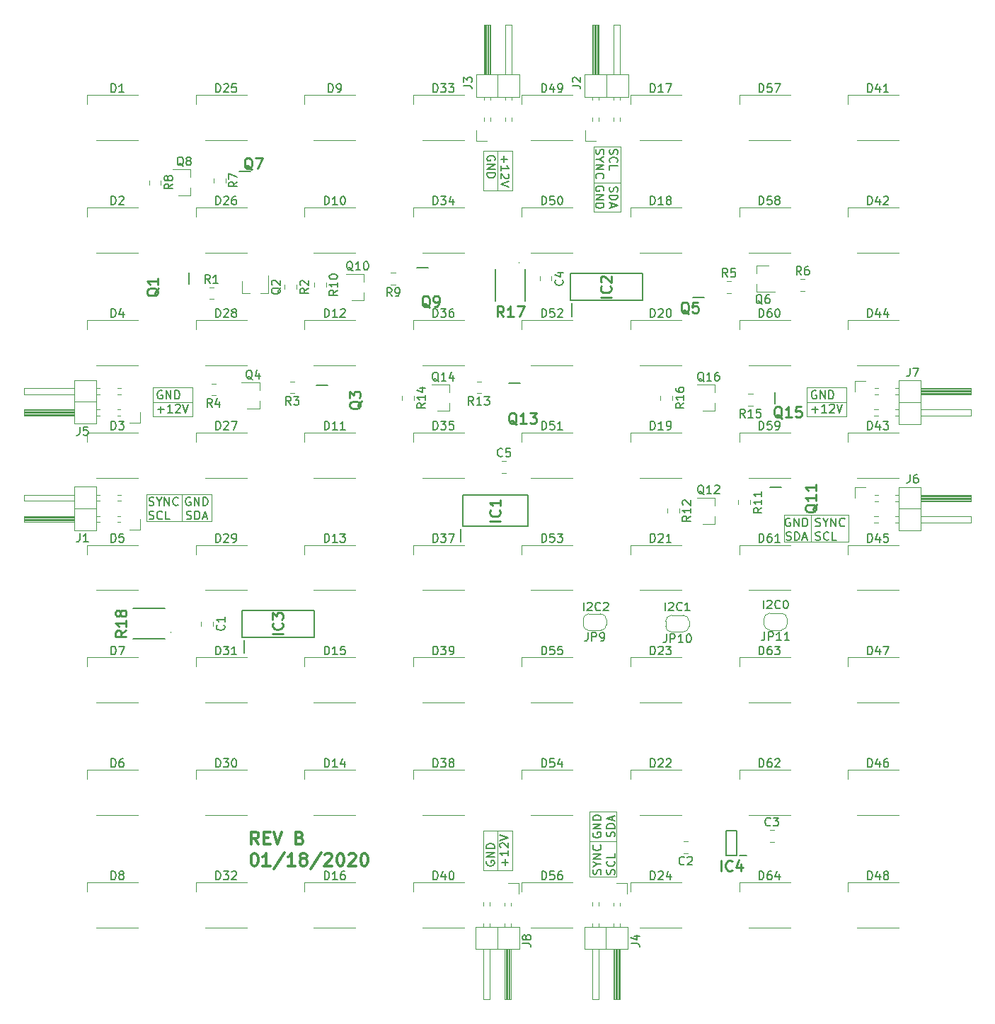
<source format=gbr>
G04 #@! TF.GenerationSoftware,KiCad,Pcbnew,(5.1.5)-3*
G04 #@! TF.CreationDate,2020-01-18T10:24:29-06:00*
G04 #@! TF.ProjectId,ledgrid,6c656467-7269-4642-9e6b-696361645f70,rev?*
G04 #@! TF.SameCoordinates,Original*
G04 #@! TF.FileFunction,Legend,Top*
G04 #@! TF.FilePolarity,Positive*
%FSLAX46Y46*%
G04 Gerber Fmt 4.6, Leading zero omitted, Abs format (unit mm)*
G04 Created by KiCad (PCBNEW (5.1.5)-3) date 2020-01-18 10:24:29*
%MOMM*%
%LPD*%
G04 APERTURE LIST*
%ADD10C,0.150000*%
%ADD11C,0.120000*%
%ADD12C,0.300000*%
%ADD13C,0.200000*%
%ADD14C,0.254000*%
G04 APERTURE END LIST*
D10*
X111537976Y-89079761D02*
X111680833Y-89127380D01*
X111918928Y-89127380D01*
X112014166Y-89079761D01*
X112061785Y-89032142D01*
X112109404Y-88936904D01*
X112109404Y-88841666D01*
X112061785Y-88746428D01*
X112014166Y-88698809D01*
X111918928Y-88651190D01*
X111728452Y-88603571D01*
X111633214Y-88555952D01*
X111585595Y-88508333D01*
X111537976Y-88413095D01*
X111537976Y-88317857D01*
X111585595Y-88222619D01*
X111633214Y-88175000D01*
X111728452Y-88127380D01*
X111966547Y-88127380D01*
X112109404Y-88175000D01*
X112728452Y-88651190D02*
X112728452Y-89127380D01*
X112395119Y-88127380D02*
X112728452Y-88651190D01*
X113061785Y-88127380D01*
X113395119Y-89127380D02*
X113395119Y-88127380D01*
X113966547Y-89127380D01*
X113966547Y-88127380D01*
X115014166Y-89032142D02*
X114966547Y-89079761D01*
X114823690Y-89127380D01*
X114728452Y-89127380D01*
X114585595Y-89079761D01*
X114490357Y-88984523D01*
X114442738Y-88889285D01*
X114395119Y-88698809D01*
X114395119Y-88555952D01*
X114442738Y-88365476D01*
X114490357Y-88270238D01*
X114585595Y-88175000D01*
X114728452Y-88127380D01*
X114823690Y-88127380D01*
X114966547Y-88175000D01*
X115014166Y-88222619D01*
X111537976Y-90729761D02*
X111680833Y-90777380D01*
X111918928Y-90777380D01*
X112014166Y-90729761D01*
X112061785Y-90682142D01*
X112109404Y-90586904D01*
X112109404Y-90491666D01*
X112061785Y-90396428D01*
X112014166Y-90348809D01*
X111918928Y-90301190D01*
X111728452Y-90253571D01*
X111633214Y-90205952D01*
X111585595Y-90158333D01*
X111537976Y-90063095D01*
X111537976Y-89967857D01*
X111585595Y-89872619D01*
X111633214Y-89825000D01*
X111728452Y-89777380D01*
X111966547Y-89777380D01*
X112109404Y-89825000D01*
X113109404Y-90682142D02*
X113061785Y-90729761D01*
X112918928Y-90777380D01*
X112823690Y-90777380D01*
X112680833Y-90729761D01*
X112585595Y-90634523D01*
X112537976Y-90539285D01*
X112490357Y-90348809D01*
X112490357Y-90205952D01*
X112537976Y-90015476D01*
X112585595Y-89920238D01*
X112680833Y-89825000D01*
X112823690Y-89777380D01*
X112918928Y-89777380D01*
X113061785Y-89825000D01*
X113109404Y-89872619D01*
X114014166Y-90777380D02*
X113537976Y-90777380D01*
X113537976Y-89777380D01*
X116488095Y-88175000D02*
X116392857Y-88127380D01*
X116250000Y-88127380D01*
X116107142Y-88175000D01*
X116011904Y-88270238D01*
X115964285Y-88365476D01*
X115916666Y-88555952D01*
X115916666Y-88698809D01*
X115964285Y-88889285D01*
X116011904Y-88984523D01*
X116107142Y-89079761D01*
X116250000Y-89127380D01*
X116345238Y-89127380D01*
X116488095Y-89079761D01*
X116535714Y-89032142D01*
X116535714Y-88698809D01*
X116345238Y-88698809D01*
X116964285Y-89127380D02*
X116964285Y-88127380D01*
X117535714Y-89127380D01*
X117535714Y-88127380D01*
X118011904Y-89127380D02*
X118011904Y-88127380D01*
X118250000Y-88127380D01*
X118392857Y-88175000D01*
X118488095Y-88270238D01*
X118535714Y-88365476D01*
X118583333Y-88555952D01*
X118583333Y-88698809D01*
X118535714Y-88889285D01*
X118488095Y-88984523D01*
X118392857Y-89079761D01*
X118250000Y-89127380D01*
X118011904Y-89127380D01*
X116035714Y-90729761D02*
X116178571Y-90777380D01*
X116416666Y-90777380D01*
X116511904Y-90729761D01*
X116559523Y-90682142D01*
X116607142Y-90586904D01*
X116607142Y-90491666D01*
X116559523Y-90396428D01*
X116511904Y-90348809D01*
X116416666Y-90301190D01*
X116226190Y-90253571D01*
X116130952Y-90205952D01*
X116083333Y-90158333D01*
X116035714Y-90063095D01*
X116035714Y-89967857D01*
X116083333Y-89872619D01*
X116130952Y-89825000D01*
X116226190Y-89777380D01*
X116464285Y-89777380D01*
X116607142Y-89825000D01*
X117035714Y-90777380D02*
X117035714Y-89777380D01*
X117273809Y-89777380D01*
X117416666Y-89825000D01*
X117511904Y-89920238D01*
X117559523Y-90015476D01*
X117607142Y-90205952D01*
X117607142Y-90348809D01*
X117559523Y-90539285D01*
X117511904Y-90634523D01*
X117416666Y-90729761D01*
X117273809Y-90777380D01*
X117035714Y-90777380D01*
X117988095Y-90491666D02*
X118464285Y-90491666D01*
X117892857Y-90777380D02*
X118226190Y-89777380D01*
X118559523Y-90777380D01*
X113109404Y-75425000D02*
X113014166Y-75377380D01*
X112871309Y-75377380D01*
X112728452Y-75425000D01*
X112633214Y-75520238D01*
X112585595Y-75615476D01*
X112537976Y-75805952D01*
X112537976Y-75948809D01*
X112585595Y-76139285D01*
X112633214Y-76234523D01*
X112728452Y-76329761D01*
X112871309Y-76377380D01*
X112966547Y-76377380D01*
X113109404Y-76329761D01*
X113157023Y-76282142D01*
X113157023Y-75948809D01*
X112966547Y-75948809D01*
X113585595Y-76377380D02*
X113585595Y-75377380D01*
X114157023Y-76377380D01*
X114157023Y-75377380D01*
X114633214Y-76377380D02*
X114633214Y-75377380D01*
X114871309Y-75377380D01*
X115014166Y-75425000D01*
X115109404Y-75520238D01*
X115157023Y-75615476D01*
X115204642Y-75805952D01*
X115204642Y-75948809D01*
X115157023Y-76139285D01*
X115109404Y-76234523D01*
X115014166Y-76329761D01*
X114871309Y-76377380D01*
X114633214Y-76377380D01*
X112585595Y-77646428D02*
X113347500Y-77646428D01*
X112966547Y-78027380D02*
X112966547Y-77265476D01*
X114347500Y-78027380D02*
X113776071Y-78027380D01*
X114061785Y-78027380D02*
X114061785Y-77027380D01*
X113966547Y-77170238D01*
X113871309Y-77265476D01*
X113776071Y-77313095D01*
X114728452Y-77122619D02*
X114776071Y-77075000D01*
X114871309Y-77027380D01*
X115109404Y-77027380D01*
X115204642Y-77075000D01*
X115252261Y-77122619D01*
X115299880Y-77217857D01*
X115299880Y-77313095D01*
X115252261Y-77455952D01*
X114680833Y-78027380D01*
X115299880Y-78027380D01*
X115585595Y-77027380D02*
X115918928Y-78027380D01*
X116252261Y-77027380D01*
D11*
X112000000Y-76750000D02*
X116750000Y-76750000D01*
X115500000Y-87750000D02*
X115500000Y-91000000D01*
X119000000Y-91000000D02*
X115500000Y-91000000D01*
X116750000Y-76750000D02*
X116750000Y-75000000D01*
X116750000Y-78500000D02*
X112000000Y-78500000D01*
X112000000Y-76750000D02*
X112000000Y-75000000D01*
X116750000Y-75000000D02*
X112000000Y-75000000D01*
X112000000Y-78500000D02*
X112000000Y-76750000D01*
X111250000Y-87750000D02*
X119000000Y-87750000D01*
X111250000Y-91000000D02*
X111250000Y-87750000D01*
X115500000Y-91000000D02*
X111250000Y-91000000D01*
X116750000Y-76750000D02*
X116750000Y-78500000D01*
X119000000Y-87750000D02*
X119000000Y-91000000D01*
D10*
X166670238Y-46537976D02*
X166622619Y-46680833D01*
X166622619Y-46918928D01*
X166670238Y-47014166D01*
X166717857Y-47061785D01*
X166813095Y-47109404D01*
X166908333Y-47109404D01*
X167003571Y-47061785D01*
X167051190Y-47014166D01*
X167098809Y-46918928D01*
X167146428Y-46728452D01*
X167194047Y-46633214D01*
X167241666Y-46585595D01*
X167336904Y-46537976D01*
X167432142Y-46537976D01*
X167527380Y-46585595D01*
X167575000Y-46633214D01*
X167622619Y-46728452D01*
X167622619Y-46966547D01*
X167575000Y-47109404D01*
X166717857Y-48109404D02*
X166670238Y-48061785D01*
X166622619Y-47918928D01*
X166622619Y-47823690D01*
X166670238Y-47680833D01*
X166765476Y-47585595D01*
X166860714Y-47537976D01*
X167051190Y-47490357D01*
X167194047Y-47490357D01*
X167384523Y-47537976D01*
X167479761Y-47585595D01*
X167575000Y-47680833D01*
X167622619Y-47823690D01*
X167622619Y-47918928D01*
X167575000Y-48061785D01*
X167527380Y-48109404D01*
X166622619Y-49014166D02*
X166622619Y-48537976D01*
X167622619Y-48537976D01*
X165020238Y-46537976D02*
X164972619Y-46680833D01*
X164972619Y-46918928D01*
X165020238Y-47014166D01*
X165067857Y-47061785D01*
X165163095Y-47109404D01*
X165258333Y-47109404D01*
X165353571Y-47061785D01*
X165401190Y-47014166D01*
X165448809Y-46918928D01*
X165496428Y-46728452D01*
X165544047Y-46633214D01*
X165591666Y-46585595D01*
X165686904Y-46537976D01*
X165782142Y-46537976D01*
X165877380Y-46585595D01*
X165925000Y-46633214D01*
X165972619Y-46728452D01*
X165972619Y-46966547D01*
X165925000Y-47109404D01*
X165448809Y-47728452D02*
X164972619Y-47728452D01*
X165972619Y-47395119D02*
X165448809Y-47728452D01*
X165972619Y-48061785D01*
X164972619Y-48395119D02*
X165972619Y-48395119D01*
X164972619Y-48966547D01*
X165972619Y-48966547D01*
X165067857Y-50014166D02*
X165020238Y-49966547D01*
X164972619Y-49823690D01*
X164972619Y-49728452D01*
X165020238Y-49585595D01*
X165115476Y-49490357D01*
X165210714Y-49442738D01*
X165401190Y-49395119D01*
X165544047Y-49395119D01*
X165734523Y-49442738D01*
X165829761Y-49490357D01*
X165925000Y-49585595D01*
X165972619Y-49728452D01*
X165972619Y-49823690D01*
X165925000Y-49966547D01*
X165877380Y-50014166D01*
X166670238Y-51035714D02*
X166622619Y-51178571D01*
X166622619Y-51416666D01*
X166670238Y-51511904D01*
X166717857Y-51559523D01*
X166813095Y-51607142D01*
X166908333Y-51607142D01*
X167003571Y-51559523D01*
X167051190Y-51511904D01*
X167098809Y-51416666D01*
X167146428Y-51226190D01*
X167194047Y-51130952D01*
X167241666Y-51083333D01*
X167336904Y-51035714D01*
X167432142Y-51035714D01*
X167527380Y-51083333D01*
X167575000Y-51130952D01*
X167622619Y-51226190D01*
X167622619Y-51464285D01*
X167575000Y-51607142D01*
X166622619Y-52035714D02*
X167622619Y-52035714D01*
X167622619Y-52273809D01*
X167575000Y-52416666D01*
X167479761Y-52511904D01*
X167384523Y-52559523D01*
X167194047Y-52607142D01*
X167051190Y-52607142D01*
X166860714Y-52559523D01*
X166765476Y-52511904D01*
X166670238Y-52416666D01*
X166622619Y-52273809D01*
X166622619Y-52035714D01*
X166908333Y-52988095D02*
X166908333Y-53464285D01*
X166622619Y-52892857D02*
X167622619Y-53226190D01*
X166622619Y-53559523D01*
X165925000Y-51488095D02*
X165972619Y-51392857D01*
X165972619Y-51250000D01*
X165925000Y-51107142D01*
X165829761Y-51011904D01*
X165734523Y-50964285D01*
X165544047Y-50916666D01*
X165401190Y-50916666D01*
X165210714Y-50964285D01*
X165115476Y-51011904D01*
X165020238Y-51107142D01*
X164972619Y-51250000D01*
X164972619Y-51345238D01*
X165020238Y-51488095D01*
X165067857Y-51535714D01*
X165401190Y-51535714D01*
X165401190Y-51345238D01*
X164972619Y-51964285D02*
X165972619Y-51964285D01*
X164972619Y-52535714D01*
X165972619Y-52535714D01*
X164972619Y-53011904D02*
X165972619Y-53011904D01*
X165972619Y-53250000D01*
X165925000Y-53392857D01*
X165829761Y-53488095D01*
X165734523Y-53535714D01*
X165544047Y-53583333D01*
X165401190Y-53583333D01*
X165210714Y-53535714D01*
X165115476Y-53488095D01*
X165020238Y-53392857D01*
X164972619Y-53250000D01*
X164972619Y-53011904D01*
X154003571Y-47335595D02*
X154003571Y-48097500D01*
X153622619Y-47716547D02*
X154384523Y-47716547D01*
X153622619Y-49097500D02*
X153622619Y-48526071D01*
X153622619Y-48811785D02*
X154622619Y-48811785D01*
X154479761Y-48716547D01*
X154384523Y-48621309D01*
X154336904Y-48526071D01*
X154527380Y-49478452D02*
X154575000Y-49526071D01*
X154622619Y-49621309D01*
X154622619Y-49859404D01*
X154575000Y-49954642D01*
X154527380Y-50002261D01*
X154432142Y-50049880D01*
X154336904Y-50049880D01*
X154194047Y-50002261D01*
X153622619Y-49430833D01*
X153622619Y-50049880D01*
X154622619Y-50335595D02*
X153622619Y-50668928D01*
X154622619Y-51002261D01*
X152925000Y-47859404D02*
X152972619Y-47764166D01*
X152972619Y-47621309D01*
X152925000Y-47478452D01*
X152829761Y-47383214D01*
X152734523Y-47335595D01*
X152544047Y-47287976D01*
X152401190Y-47287976D01*
X152210714Y-47335595D01*
X152115476Y-47383214D01*
X152020238Y-47478452D01*
X151972619Y-47621309D01*
X151972619Y-47716547D01*
X152020238Y-47859404D01*
X152067857Y-47907023D01*
X152401190Y-47907023D01*
X152401190Y-47716547D01*
X151972619Y-48335595D02*
X152972619Y-48335595D01*
X151972619Y-48907023D01*
X152972619Y-48907023D01*
X151972619Y-49383214D02*
X152972619Y-49383214D01*
X152972619Y-49621309D01*
X152925000Y-49764166D01*
X152829761Y-49859404D01*
X152734523Y-49907023D01*
X152544047Y-49954642D01*
X152401190Y-49954642D01*
X152210714Y-49907023D01*
X152115476Y-49859404D01*
X152020238Y-49764166D01*
X151972619Y-49621309D01*
X151972619Y-49383214D01*
D11*
X153250000Y-46750000D02*
X153250000Y-51500000D01*
X168000000Y-50500000D02*
X164750000Y-50500000D01*
X164750000Y-54000000D02*
X164750000Y-50500000D01*
X153250000Y-51500000D02*
X155000000Y-51500000D01*
X151500000Y-51500000D02*
X151500000Y-46750000D01*
X153250000Y-46750000D02*
X155000000Y-46750000D01*
X155000000Y-51500000D02*
X155000000Y-46750000D01*
X151500000Y-46750000D02*
X153250000Y-46750000D01*
X168000000Y-46250000D02*
X168000000Y-54000000D01*
X164750000Y-46250000D02*
X168000000Y-46250000D01*
X164750000Y-50500000D02*
X164750000Y-46250000D01*
X153250000Y-51500000D02*
X151500000Y-51500000D01*
X168000000Y-54000000D02*
X164750000Y-54000000D01*
D10*
X191287976Y-91579761D02*
X191430833Y-91627380D01*
X191668928Y-91627380D01*
X191764166Y-91579761D01*
X191811785Y-91532142D01*
X191859404Y-91436904D01*
X191859404Y-91341666D01*
X191811785Y-91246428D01*
X191764166Y-91198809D01*
X191668928Y-91151190D01*
X191478452Y-91103571D01*
X191383214Y-91055952D01*
X191335595Y-91008333D01*
X191287976Y-90913095D01*
X191287976Y-90817857D01*
X191335595Y-90722619D01*
X191383214Y-90675000D01*
X191478452Y-90627380D01*
X191716547Y-90627380D01*
X191859404Y-90675000D01*
X192478452Y-91151190D02*
X192478452Y-91627380D01*
X192145119Y-90627380D02*
X192478452Y-91151190D01*
X192811785Y-90627380D01*
X193145119Y-91627380D02*
X193145119Y-90627380D01*
X193716547Y-91627380D01*
X193716547Y-90627380D01*
X194764166Y-91532142D02*
X194716547Y-91579761D01*
X194573690Y-91627380D01*
X194478452Y-91627380D01*
X194335595Y-91579761D01*
X194240357Y-91484523D01*
X194192738Y-91389285D01*
X194145119Y-91198809D01*
X194145119Y-91055952D01*
X194192738Y-90865476D01*
X194240357Y-90770238D01*
X194335595Y-90675000D01*
X194478452Y-90627380D01*
X194573690Y-90627380D01*
X194716547Y-90675000D01*
X194764166Y-90722619D01*
X191287976Y-93229761D02*
X191430833Y-93277380D01*
X191668928Y-93277380D01*
X191764166Y-93229761D01*
X191811785Y-93182142D01*
X191859404Y-93086904D01*
X191859404Y-92991666D01*
X191811785Y-92896428D01*
X191764166Y-92848809D01*
X191668928Y-92801190D01*
X191478452Y-92753571D01*
X191383214Y-92705952D01*
X191335595Y-92658333D01*
X191287976Y-92563095D01*
X191287976Y-92467857D01*
X191335595Y-92372619D01*
X191383214Y-92325000D01*
X191478452Y-92277380D01*
X191716547Y-92277380D01*
X191859404Y-92325000D01*
X192859404Y-93182142D02*
X192811785Y-93229761D01*
X192668928Y-93277380D01*
X192573690Y-93277380D01*
X192430833Y-93229761D01*
X192335595Y-93134523D01*
X192287976Y-93039285D01*
X192240357Y-92848809D01*
X192240357Y-92705952D01*
X192287976Y-92515476D01*
X192335595Y-92420238D01*
X192430833Y-92325000D01*
X192573690Y-92277380D01*
X192668928Y-92277380D01*
X192811785Y-92325000D01*
X192859404Y-92372619D01*
X193764166Y-93277380D02*
X193287976Y-93277380D01*
X193287976Y-92277380D01*
X188238095Y-90675000D02*
X188142857Y-90627380D01*
X188000000Y-90627380D01*
X187857142Y-90675000D01*
X187761904Y-90770238D01*
X187714285Y-90865476D01*
X187666666Y-91055952D01*
X187666666Y-91198809D01*
X187714285Y-91389285D01*
X187761904Y-91484523D01*
X187857142Y-91579761D01*
X188000000Y-91627380D01*
X188095238Y-91627380D01*
X188238095Y-91579761D01*
X188285714Y-91532142D01*
X188285714Y-91198809D01*
X188095238Y-91198809D01*
X188714285Y-91627380D02*
X188714285Y-90627380D01*
X189285714Y-91627380D01*
X189285714Y-90627380D01*
X189761904Y-91627380D02*
X189761904Y-90627380D01*
X190000000Y-90627380D01*
X190142857Y-90675000D01*
X190238095Y-90770238D01*
X190285714Y-90865476D01*
X190333333Y-91055952D01*
X190333333Y-91198809D01*
X190285714Y-91389285D01*
X190238095Y-91484523D01*
X190142857Y-91579761D01*
X190000000Y-91627380D01*
X189761904Y-91627380D01*
X187785714Y-93229761D02*
X187928571Y-93277380D01*
X188166666Y-93277380D01*
X188261904Y-93229761D01*
X188309523Y-93182142D01*
X188357142Y-93086904D01*
X188357142Y-92991666D01*
X188309523Y-92896428D01*
X188261904Y-92848809D01*
X188166666Y-92801190D01*
X187976190Y-92753571D01*
X187880952Y-92705952D01*
X187833333Y-92658333D01*
X187785714Y-92563095D01*
X187785714Y-92467857D01*
X187833333Y-92372619D01*
X187880952Y-92325000D01*
X187976190Y-92277380D01*
X188214285Y-92277380D01*
X188357142Y-92325000D01*
X188785714Y-93277380D02*
X188785714Y-92277380D01*
X189023809Y-92277380D01*
X189166666Y-92325000D01*
X189261904Y-92420238D01*
X189309523Y-92515476D01*
X189357142Y-92705952D01*
X189357142Y-92848809D01*
X189309523Y-93039285D01*
X189261904Y-93134523D01*
X189166666Y-93229761D01*
X189023809Y-93277380D01*
X188785714Y-93277380D01*
X189738095Y-92991666D02*
X190214285Y-92991666D01*
X189642857Y-93277380D02*
X189976190Y-92277380D01*
X190309523Y-93277380D01*
X191359404Y-75425000D02*
X191264166Y-75377380D01*
X191121309Y-75377380D01*
X190978452Y-75425000D01*
X190883214Y-75520238D01*
X190835595Y-75615476D01*
X190787976Y-75805952D01*
X190787976Y-75948809D01*
X190835595Y-76139285D01*
X190883214Y-76234523D01*
X190978452Y-76329761D01*
X191121309Y-76377380D01*
X191216547Y-76377380D01*
X191359404Y-76329761D01*
X191407023Y-76282142D01*
X191407023Y-75948809D01*
X191216547Y-75948809D01*
X191835595Y-76377380D02*
X191835595Y-75377380D01*
X192407023Y-76377380D01*
X192407023Y-75377380D01*
X192883214Y-76377380D02*
X192883214Y-75377380D01*
X193121309Y-75377380D01*
X193264166Y-75425000D01*
X193359404Y-75520238D01*
X193407023Y-75615476D01*
X193454642Y-75805952D01*
X193454642Y-75948809D01*
X193407023Y-76139285D01*
X193359404Y-76234523D01*
X193264166Y-76329761D01*
X193121309Y-76377380D01*
X192883214Y-76377380D01*
X190835595Y-77646428D02*
X191597500Y-77646428D01*
X191216547Y-78027380D02*
X191216547Y-77265476D01*
X192597500Y-78027380D02*
X192026071Y-78027380D01*
X192311785Y-78027380D02*
X192311785Y-77027380D01*
X192216547Y-77170238D01*
X192121309Y-77265476D01*
X192026071Y-77313095D01*
X192978452Y-77122619D02*
X193026071Y-77075000D01*
X193121309Y-77027380D01*
X193359404Y-77027380D01*
X193454642Y-77075000D01*
X193502261Y-77122619D01*
X193549880Y-77217857D01*
X193549880Y-77313095D01*
X193502261Y-77455952D01*
X192930833Y-78027380D01*
X193549880Y-78027380D01*
X193835595Y-77027380D02*
X194168928Y-78027380D01*
X194502261Y-77027380D01*
D11*
X190250000Y-76750000D02*
X195000000Y-76750000D01*
X190750000Y-90250000D02*
X190750000Y-93500000D01*
X191750000Y-93500000D02*
X195250000Y-93500000D01*
X195000000Y-76750000D02*
X195000000Y-75000000D01*
X195000000Y-78500000D02*
X190250000Y-78500000D01*
X190250000Y-76750000D02*
X190250000Y-75000000D01*
X195000000Y-75000000D02*
X190250000Y-75000000D01*
X190250000Y-78500000D02*
X190250000Y-76750000D01*
X187500000Y-90250000D02*
X195250000Y-90250000D01*
X187500000Y-93500000D02*
X187500000Y-90250000D01*
X191750000Y-93500000D02*
X187500000Y-93500000D01*
X195000000Y-76750000D02*
X195000000Y-78500000D01*
X195250000Y-90250000D02*
X195250000Y-93500000D01*
X167500000Y-125750000D02*
X167500000Y-129250000D01*
X164250000Y-125750000D02*
X167500000Y-125750000D01*
X164250000Y-133500000D02*
X164250000Y-125750000D01*
X167500000Y-133500000D02*
X164250000Y-133500000D01*
X167500000Y-129250000D02*
X167500000Y-133500000D01*
X164250000Y-129250000D02*
X167500000Y-129250000D01*
D10*
X164675000Y-128261904D02*
X164627380Y-128357142D01*
X164627380Y-128500000D01*
X164675000Y-128642857D01*
X164770238Y-128738095D01*
X164865476Y-128785714D01*
X165055952Y-128833333D01*
X165198809Y-128833333D01*
X165389285Y-128785714D01*
X165484523Y-128738095D01*
X165579761Y-128642857D01*
X165627380Y-128500000D01*
X165627380Y-128404761D01*
X165579761Y-128261904D01*
X165532142Y-128214285D01*
X165198809Y-128214285D01*
X165198809Y-128404761D01*
X165627380Y-127785714D02*
X164627380Y-127785714D01*
X165627380Y-127214285D01*
X164627380Y-127214285D01*
X165627380Y-126738095D02*
X164627380Y-126738095D01*
X164627380Y-126500000D01*
X164675000Y-126357142D01*
X164770238Y-126261904D01*
X164865476Y-126214285D01*
X165055952Y-126166666D01*
X165198809Y-126166666D01*
X165389285Y-126214285D01*
X165484523Y-126261904D01*
X165579761Y-126357142D01*
X165627380Y-126500000D01*
X165627380Y-126738095D01*
X167229761Y-128714285D02*
X167277380Y-128571428D01*
X167277380Y-128333333D01*
X167229761Y-128238095D01*
X167182142Y-128190476D01*
X167086904Y-128142857D01*
X166991666Y-128142857D01*
X166896428Y-128190476D01*
X166848809Y-128238095D01*
X166801190Y-128333333D01*
X166753571Y-128523809D01*
X166705952Y-128619047D01*
X166658333Y-128666666D01*
X166563095Y-128714285D01*
X166467857Y-128714285D01*
X166372619Y-128666666D01*
X166325000Y-128619047D01*
X166277380Y-128523809D01*
X166277380Y-128285714D01*
X166325000Y-128142857D01*
X167277380Y-127714285D02*
X166277380Y-127714285D01*
X166277380Y-127476190D01*
X166325000Y-127333333D01*
X166420238Y-127238095D01*
X166515476Y-127190476D01*
X166705952Y-127142857D01*
X166848809Y-127142857D01*
X167039285Y-127190476D01*
X167134523Y-127238095D01*
X167229761Y-127333333D01*
X167277380Y-127476190D01*
X167277380Y-127714285D01*
X166991666Y-126761904D02*
X166991666Y-126285714D01*
X167277380Y-126857142D02*
X166277380Y-126523809D01*
X167277380Y-126190476D01*
X165579761Y-133212023D02*
X165627380Y-133069166D01*
X165627380Y-132831071D01*
X165579761Y-132735833D01*
X165532142Y-132688214D01*
X165436904Y-132640595D01*
X165341666Y-132640595D01*
X165246428Y-132688214D01*
X165198809Y-132735833D01*
X165151190Y-132831071D01*
X165103571Y-133021547D01*
X165055952Y-133116785D01*
X165008333Y-133164404D01*
X164913095Y-133212023D01*
X164817857Y-133212023D01*
X164722619Y-133164404D01*
X164675000Y-133116785D01*
X164627380Y-133021547D01*
X164627380Y-132783452D01*
X164675000Y-132640595D01*
X165151190Y-132021547D02*
X165627380Y-132021547D01*
X164627380Y-132354880D02*
X165151190Y-132021547D01*
X164627380Y-131688214D01*
X165627380Y-131354880D02*
X164627380Y-131354880D01*
X165627380Y-130783452D01*
X164627380Y-130783452D01*
X165532142Y-129735833D02*
X165579761Y-129783452D01*
X165627380Y-129926309D01*
X165627380Y-130021547D01*
X165579761Y-130164404D01*
X165484523Y-130259642D01*
X165389285Y-130307261D01*
X165198809Y-130354880D01*
X165055952Y-130354880D01*
X164865476Y-130307261D01*
X164770238Y-130259642D01*
X164675000Y-130164404D01*
X164627380Y-130021547D01*
X164627380Y-129926309D01*
X164675000Y-129783452D01*
X164722619Y-129735833D01*
X167229761Y-133212023D02*
X167277380Y-133069166D01*
X167277380Y-132831071D01*
X167229761Y-132735833D01*
X167182142Y-132688214D01*
X167086904Y-132640595D01*
X166991666Y-132640595D01*
X166896428Y-132688214D01*
X166848809Y-132735833D01*
X166801190Y-132831071D01*
X166753571Y-133021547D01*
X166705952Y-133116785D01*
X166658333Y-133164404D01*
X166563095Y-133212023D01*
X166467857Y-133212023D01*
X166372619Y-133164404D01*
X166325000Y-133116785D01*
X166277380Y-133021547D01*
X166277380Y-132783452D01*
X166325000Y-132640595D01*
X167182142Y-131640595D02*
X167229761Y-131688214D01*
X167277380Y-131831071D01*
X167277380Y-131926309D01*
X167229761Y-132069166D01*
X167134523Y-132164404D01*
X167039285Y-132212023D01*
X166848809Y-132259642D01*
X166705952Y-132259642D01*
X166515476Y-132212023D01*
X166420238Y-132164404D01*
X166325000Y-132069166D01*
X166277380Y-131926309D01*
X166277380Y-131831071D01*
X166325000Y-131688214D01*
X166372619Y-131640595D01*
X167277380Y-130735833D02*
X167277380Y-131212023D01*
X166277380Y-131212023D01*
D11*
X151500000Y-128000000D02*
X151500000Y-132750000D01*
X153250000Y-128000000D02*
X151500000Y-128000000D01*
X153250000Y-132750000D02*
X151500000Y-132750000D01*
X155000000Y-132750000D02*
X153250000Y-132750000D01*
X155000000Y-128000000D02*
X155000000Y-132750000D01*
X153250000Y-128000000D02*
X155000000Y-128000000D01*
X153250000Y-132750000D02*
X153250000Y-128000000D01*
D10*
X151925000Y-131640595D02*
X151877380Y-131735833D01*
X151877380Y-131878690D01*
X151925000Y-132021547D01*
X152020238Y-132116785D01*
X152115476Y-132164404D01*
X152305952Y-132212023D01*
X152448809Y-132212023D01*
X152639285Y-132164404D01*
X152734523Y-132116785D01*
X152829761Y-132021547D01*
X152877380Y-131878690D01*
X152877380Y-131783452D01*
X152829761Y-131640595D01*
X152782142Y-131592976D01*
X152448809Y-131592976D01*
X152448809Y-131783452D01*
X152877380Y-131164404D02*
X151877380Y-131164404D01*
X152877380Y-130592976D01*
X151877380Y-130592976D01*
X152877380Y-130116785D02*
X151877380Y-130116785D01*
X151877380Y-129878690D01*
X151925000Y-129735833D01*
X152020238Y-129640595D01*
X152115476Y-129592976D01*
X152305952Y-129545357D01*
X152448809Y-129545357D01*
X152639285Y-129592976D01*
X152734523Y-129640595D01*
X152829761Y-129735833D01*
X152877380Y-129878690D01*
X152877380Y-130116785D01*
X154146428Y-132164404D02*
X154146428Y-131402500D01*
X154527380Y-131783452D02*
X153765476Y-131783452D01*
X154527380Y-130402500D02*
X154527380Y-130973928D01*
X154527380Y-130688214D02*
X153527380Y-130688214D01*
X153670238Y-130783452D01*
X153765476Y-130878690D01*
X153813095Y-130973928D01*
X153622619Y-130021547D02*
X153575000Y-129973928D01*
X153527380Y-129878690D01*
X153527380Y-129640595D01*
X153575000Y-129545357D01*
X153622619Y-129497738D01*
X153717857Y-129450119D01*
X153813095Y-129450119D01*
X153955952Y-129497738D01*
X154527380Y-130069166D01*
X154527380Y-129450119D01*
X153527380Y-129164404D02*
X154527380Y-128831071D01*
X153527380Y-128497738D01*
D12*
X124659285Y-129653571D02*
X124159285Y-128939285D01*
X123802142Y-129653571D02*
X123802142Y-128153571D01*
X124373571Y-128153571D01*
X124516428Y-128225000D01*
X124587857Y-128296428D01*
X124659285Y-128439285D01*
X124659285Y-128653571D01*
X124587857Y-128796428D01*
X124516428Y-128867857D01*
X124373571Y-128939285D01*
X123802142Y-128939285D01*
X125302142Y-128867857D02*
X125802142Y-128867857D01*
X126016428Y-129653571D02*
X125302142Y-129653571D01*
X125302142Y-128153571D01*
X126016428Y-128153571D01*
X126445000Y-128153571D02*
X126945000Y-129653571D01*
X127445000Y-128153571D01*
X129587857Y-128867857D02*
X129802142Y-128939285D01*
X129873571Y-129010714D01*
X129945000Y-129153571D01*
X129945000Y-129367857D01*
X129873571Y-129510714D01*
X129802142Y-129582142D01*
X129659285Y-129653571D01*
X129087857Y-129653571D01*
X129087857Y-128153571D01*
X129587857Y-128153571D01*
X129730714Y-128225000D01*
X129802142Y-128296428D01*
X129873571Y-128439285D01*
X129873571Y-128582142D01*
X129802142Y-128725000D01*
X129730714Y-128796428D01*
X129587857Y-128867857D01*
X129087857Y-128867857D01*
X124087857Y-130703571D02*
X124230714Y-130703571D01*
X124373571Y-130775000D01*
X124445000Y-130846428D01*
X124516428Y-130989285D01*
X124587857Y-131275000D01*
X124587857Y-131632142D01*
X124516428Y-131917857D01*
X124445000Y-132060714D01*
X124373571Y-132132142D01*
X124230714Y-132203571D01*
X124087857Y-132203571D01*
X123945000Y-132132142D01*
X123873571Y-132060714D01*
X123802142Y-131917857D01*
X123730714Y-131632142D01*
X123730714Y-131275000D01*
X123802142Y-130989285D01*
X123873571Y-130846428D01*
X123945000Y-130775000D01*
X124087857Y-130703571D01*
X126016428Y-132203571D02*
X125159285Y-132203571D01*
X125587857Y-132203571D02*
X125587857Y-130703571D01*
X125445000Y-130917857D01*
X125302142Y-131060714D01*
X125159285Y-131132142D01*
X127730714Y-130632142D02*
X126445000Y-132560714D01*
X129016428Y-132203571D02*
X128159285Y-132203571D01*
X128587857Y-132203571D02*
X128587857Y-130703571D01*
X128445000Y-130917857D01*
X128302142Y-131060714D01*
X128159285Y-131132142D01*
X129873571Y-131346428D02*
X129730714Y-131275000D01*
X129659285Y-131203571D01*
X129587857Y-131060714D01*
X129587857Y-130989285D01*
X129659285Y-130846428D01*
X129730714Y-130775000D01*
X129873571Y-130703571D01*
X130159285Y-130703571D01*
X130302142Y-130775000D01*
X130373571Y-130846428D01*
X130445000Y-130989285D01*
X130445000Y-131060714D01*
X130373571Y-131203571D01*
X130302142Y-131275000D01*
X130159285Y-131346428D01*
X129873571Y-131346428D01*
X129730714Y-131417857D01*
X129659285Y-131489285D01*
X129587857Y-131632142D01*
X129587857Y-131917857D01*
X129659285Y-132060714D01*
X129730714Y-132132142D01*
X129873571Y-132203571D01*
X130159285Y-132203571D01*
X130302142Y-132132142D01*
X130373571Y-132060714D01*
X130445000Y-131917857D01*
X130445000Y-131632142D01*
X130373571Y-131489285D01*
X130302142Y-131417857D01*
X130159285Y-131346428D01*
X132159285Y-130632142D02*
X130873571Y-132560714D01*
X132587857Y-130846428D02*
X132659285Y-130775000D01*
X132802142Y-130703571D01*
X133159285Y-130703571D01*
X133302142Y-130775000D01*
X133373571Y-130846428D01*
X133445000Y-130989285D01*
X133445000Y-131132142D01*
X133373571Y-131346428D01*
X132516428Y-132203571D01*
X133445000Y-132203571D01*
X134373571Y-130703571D02*
X134516428Y-130703571D01*
X134659285Y-130775000D01*
X134730714Y-130846428D01*
X134802142Y-130989285D01*
X134873571Y-131275000D01*
X134873571Y-131632142D01*
X134802142Y-131917857D01*
X134730714Y-132060714D01*
X134659285Y-132132142D01*
X134516428Y-132203571D01*
X134373571Y-132203571D01*
X134230714Y-132132142D01*
X134159285Y-132060714D01*
X134087857Y-131917857D01*
X134016428Y-131632142D01*
X134016428Y-131275000D01*
X134087857Y-130989285D01*
X134159285Y-130846428D01*
X134230714Y-130775000D01*
X134373571Y-130703571D01*
X135445000Y-130846428D02*
X135516428Y-130775000D01*
X135659285Y-130703571D01*
X136016428Y-130703571D01*
X136159285Y-130775000D01*
X136230714Y-130846428D01*
X136302142Y-130989285D01*
X136302142Y-131132142D01*
X136230714Y-131346428D01*
X135373571Y-132203571D01*
X136302142Y-132203571D01*
X137230714Y-130703571D02*
X137373571Y-130703571D01*
X137516428Y-130775000D01*
X137587857Y-130846428D01*
X137659285Y-130989285D01*
X137730714Y-131275000D01*
X137730714Y-131632142D01*
X137659285Y-131917857D01*
X137587857Y-132060714D01*
X137516428Y-132132142D01*
X137373571Y-132203571D01*
X137230714Y-132203571D01*
X137087857Y-132132142D01*
X137016428Y-132060714D01*
X136945000Y-131917857D01*
X136873571Y-131632142D01*
X136873571Y-131275000D01*
X136945000Y-130989285D01*
X137016428Y-130846428D01*
X137087857Y-130775000D01*
X137230714Y-130703571D01*
D10*
X163547619Y-101702380D02*
X163547619Y-100702380D01*
X163976190Y-100797619D02*
X164023809Y-100750000D01*
X164119047Y-100702380D01*
X164357142Y-100702380D01*
X164452380Y-100750000D01*
X164500000Y-100797619D01*
X164547619Y-100892857D01*
X164547619Y-100988095D01*
X164500000Y-101130952D01*
X163928571Y-101702380D01*
X164547619Y-101702380D01*
X165547619Y-101607142D02*
X165500000Y-101654761D01*
X165357142Y-101702380D01*
X165261904Y-101702380D01*
X165119047Y-101654761D01*
X165023809Y-101559523D01*
X164976190Y-101464285D01*
X164928571Y-101273809D01*
X164928571Y-101130952D01*
X164976190Y-100940476D01*
X165023809Y-100845238D01*
X165119047Y-100750000D01*
X165261904Y-100702380D01*
X165357142Y-100702380D01*
X165500000Y-100750000D01*
X165547619Y-100797619D01*
X165928571Y-100797619D02*
X165976190Y-100750000D01*
X166071428Y-100702380D01*
X166309523Y-100702380D01*
X166404761Y-100750000D01*
X166452380Y-100797619D01*
X166500000Y-100892857D01*
X166500000Y-100988095D01*
X166452380Y-101130952D01*
X165880952Y-101702380D01*
X166500000Y-101702380D01*
X173297619Y-101702380D02*
X173297619Y-100702380D01*
X173726190Y-100797619D02*
X173773809Y-100750000D01*
X173869047Y-100702380D01*
X174107142Y-100702380D01*
X174202380Y-100750000D01*
X174250000Y-100797619D01*
X174297619Y-100892857D01*
X174297619Y-100988095D01*
X174250000Y-101130952D01*
X173678571Y-101702380D01*
X174297619Y-101702380D01*
X175297619Y-101607142D02*
X175250000Y-101654761D01*
X175107142Y-101702380D01*
X175011904Y-101702380D01*
X174869047Y-101654761D01*
X174773809Y-101559523D01*
X174726190Y-101464285D01*
X174678571Y-101273809D01*
X174678571Y-101130952D01*
X174726190Y-100940476D01*
X174773809Y-100845238D01*
X174869047Y-100750000D01*
X175011904Y-100702380D01*
X175107142Y-100702380D01*
X175250000Y-100750000D01*
X175297619Y-100797619D01*
X176250000Y-101702380D02*
X175678571Y-101702380D01*
X175964285Y-101702380D02*
X175964285Y-100702380D01*
X175869047Y-100845238D01*
X175773809Y-100940476D01*
X175678571Y-100988095D01*
X185047619Y-101452380D02*
X185047619Y-100452380D01*
X185476190Y-100547619D02*
X185523809Y-100500000D01*
X185619047Y-100452380D01*
X185857142Y-100452380D01*
X185952380Y-100500000D01*
X186000000Y-100547619D01*
X186047619Y-100642857D01*
X186047619Y-100738095D01*
X186000000Y-100880952D01*
X185428571Y-101452380D01*
X186047619Y-101452380D01*
X187047619Y-101357142D02*
X187000000Y-101404761D01*
X186857142Y-101452380D01*
X186761904Y-101452380D01*
X186619047Y-101404761D01*
X186523809Y-101309523D01*
X186476190Y-101214285D01*
X186428571Y-101023809D01*
X186428571Y-100880952D01*
X186476190Y-100690476D01*
X186523809Y-100595238D01*
X186619047Y-100500000D01*
X186761904Y-100452380D01*
X186857142Y-100452380D01*
X187000000Y-100500000D01*
X187047619Y-100547619D01*
X187666666Y-100452380D02*
X187761904Y-100452380D01*
X187857142Y-100500000D01*
X187904761Y-100547619D01*
X187952380Y-100642857D01*
X188000000Y-100833333D01*
X188000000Y-101071428D01*
X187952380Y-101261904D01*
X187904761Y-101357142D01*
X187857142Y-101404761D01*
X187761904Y-101452380D01*
X187666666Y-101452380D01*
X187571428Y-101404761D01*
X187523809Y-101357142D01*
X187476190Y-101261904D01*
X187428571Y-101071428D01*
X187428571Y-100833333D01*
X187476190Y-100642857D01*
X187523809Y-100547619D01*
X187571428Y-100500000D01*
X187666666Y-100452380D01*
D11*
X153741422Y-85210000D02*
X154258578Y-85210000D01*
X153741422Y-83790000D02*
X154258578Y-83790000D01*
D13*
X148850000Y-93425000D02*
X148850000Y-91950000D01*
X156900000Y-91600000D02*
X149100000Y-91600000D01*
X156900000Y-87900000D02*
X156900000Y-91600000D01*
X149100000Y-87900000D02*
X156900000Y-87900000D01*
X149100000Y-91600000D02*
X149100000Y-87900000D01*
X122910000Y-106750000D02*
X122910000Y-105200000D01*
X131315000Y-104850000D02*
X122685000Y-104850000D01*
X131315000Y-101650000D02*
X131315000Y-104850000D01*
X122685000Y-101650000D02*
X131315000Y-101650000D01*
X122685000Y-104850000D02*
X122685000Y-101650000D01*
D11*
X195980000Y-74230000D02*
X197250000Y-74230000D01*
X195980000Y-75500000D02*
X195980000Y-74230000D01*
X198292929Y-78420000D02*
X198747071Y-78420000D01*
X198292929Y-77660000D02*
X198747071Y-77660000D01*
X200832929Y-78420000D02*
X201230000Y-78420000D01*
X200832929Y-77660000D02*
X201230000Y-77660000D01*
X209890000Y-78420000D02*
X203890000Y-78420000D01*
X209890000Y-77660000D02*
X209890000Y-78420000D01*
X203890000Y-77660000D02*
X209890000Y-77660000D01*
X201230000Y-76770000D02*
X203890000Y-76770000D01*
X198360000Y-75880000D02*
X198747071Y-75880000D01*
X198360000Y-75120000D02*
X198747071Y-75120000D01*
X200832929Y-75880000D02*
X201230000Y-75880000D01*
X200832929Y-75120000D02*
X201230000Y-75120000D01*
X203890000Y-75780000D02*
X209890000Y-75780000D01*
X203890000Y-75660000D02*
X209890000Y-75660000D01*
X203890000Y-75540000D02*
X209890000Y-75540000D01*
X203890000Y-75420000D02*
X209890000Y-75420000D01*
X203890000Y-75300000D02*
X209890000Y-75300000D01*
X203890000Y-75180000D02*
X209890000Y-75180000D01*
X209890000Y-75880000D02*
X203890000Y-75880000D01*
X209890000Y-75120000D02*
X209890000Y-75880000D01*
X203890000Y-75120000D02*
X209890000Y-75120000D01*
X203890000Y-74170000D02*
X201230000Y-74170000D01*
X203890000Y-79370000D02*
X203890000Y-74170000D01*
X201230000Y-79370000D02*
X203890000Y-79370000D01*
X201230000Y-74170000D02*
X201230000Y-79370000D01*
X195980000Y-86980000D02*
X197250000Y-86980000D01*
X195980000Y-88250000D02*
X195980000Y-86980000D01*
X198292929Y-91170000D02*
X198747071Y-91170000D01*
X198292929Y-90410000D02*
X198747071Y-90410000D01*
X200832929Y-91170000D02*
X201230000Y-91170000D01*
X200832929Y-90410000D02*
X201230000Y-90410000D01*
X209890000Y-91170000D02*
X203890000Y-91170000D01*
X209890000Y-90410000D02*
X209890000Y-91170000D01*
X203890000Y-90410000D02*
X209890000Y-90410000D01*
X201230000Y-89520000D02*
X203890000Y-89520000D01*
X198360000Y-88630000D02*
X198747071Y-88630000D01*
X198360000Y-87870000D02*
X198747071Y-87870000D01*
X200832929Y-88630000D02*
X201230000Y-88630000D01*
X200832929Y-87870000D02*
X201230000Y-87870000D01*
X203890000Y-88530000D02*
X209890000Y-88530000D01*
X203890000Y-88410000D02*
X209890000Y-88410000D01*
X203890000Y-88290000D02*
X209890000Y-88290000D01*
X203890000Y-88170000D02*
X209890000Y-88170000D01*
X203890000Y-88050000D02*
X209890000Y-88050000D01*
X203890000Y-87930000D02*
X209890000Y-87930000D01*
X209890000Y-88630000D02*
X203890000Y-88630000D01*
X209890000Y-87870000D02*
X209890000Y-88630000D01*
X203890000Y-87870000D02*
X209890000Y-87870000D01*
X203890000Y-86920000D02*
X201230000Y-86920000D01*
X203890000Y-92120000D02*
X203890000Y-86920000D01*
X201230000Y-92120000D02*
X203890000Y-92120000D01*
X201230000Y-86920000D02*
X201230000Y-92120000D01*
X150730000Y-45520000D02*
X150730000Y-44250000D01*
X152000000Y-45520000D02*
X150730000Y-45520000D01*
X154920000Y-43207071D02*
X154920000Y-42752929D01*
X154160000Y-43207071D02*
X154160000Y-42752929D01*
X154920000Y-40667071D02*
X154920000Y-40270000D01*
X154160000Y-40667071D02*
X154160000Y-40270000D01*
X154920000Y-31610000D02*
X154920000Y-37610000D01*
X154160000Y-31610000D02*
X154920000Y-31610000D01*
X154160000Y-37610000D02*
X154160000Y-31610000D01*
X153270000Y-40270000D02*
X153270000Y-37610000D01*
X152380000Y-43140000D02*
X152380000Y-42752929D01*
X151620000Y-43140000D02*
X151620000Y-42752929D01*
X152380000Y-40667071D02*
X152380000Y-40270000D01*
X151620000Y-40667071D02*
X151620000Y-40270000D01*
X152280000Y-37610000D02*
X152280000Y-31610000D01*
X152160000Y-37610000D02*
X152160000Y-31610000D01*
X152040000Y-37610000D02*
X152040000Y-31610000D01*
X151920000Y-37610000D02*
X151920000Y-31610000D01*
X151800000Y-37610000D02*
X151800000Y-31610000D01*
X151680000Y-37610000D02*
X151680000Y-31610000D01*
X152380000Y-31610000D02*
X152380000Y-37610000D01*
X151620000Y-31610000D02*
X152380000Y-31610000D01*
X151620000Y-37610000D02*
X151620000Y-31610000D01*
X150670000Y-37610000D02*
X150670000Y-40270000D01*
X155870000Y-37610000D02*
X150670000Y-37610000D01*
X155870000Y-40270000D02*
X155870000Y-37610000D01*
X150670000Y-40270000D02*
X155870000Y-40270000D01*
X163730000Y-45520000D02*
X163730000Y-44250000D01*
X165000000Y-45520000D02*
X163730000Y-45520000D01*
X167920000Y-43207071D02*
X167920000Y-42752929D01*
X167160000Y-43207071D02*
X167160000Y-42752929D01*
X167920000Y-40667071D02*
X167920000Y-40270000D01*
X167160000Y-40667071D02*
X167160000Y-40270000D01*
X167920000Y-31610000D02*
X167920000Y-37610000D01*
X167160000Y-31610000D02*
X167920000Y-31610000D01*
X167160000Y-37610000D02*
X167160000Y-31610000D01*
X166270000Y-40270000D02*
X166270000Y-37610000D01*
X165380000Y-43140000D02*
X165380000Y-42752929D01*
X164620000Y-43140000D02*
X164620000Y-42752929D01*
X165380000Y-40667071D02*
X165380000Y-40270000D01*
X164620000Y-40667071D02*
X164620000Y-40270000D01*
X165280000Y-37610000D02*
X165280000Y-31610000D01*
X165160000Y-37610000D02*
X165160000Y-31610000D01*
X165040000Y-37610000D02*
X165040000Y-31610000D01*
X164920000Y-37610000D02*
X164920000Y-31610000D01*
X164800000Y-37610000D02*
X164800000Y-31610000D01*
X164680000Y-37610000D02*
X164680000Y-31610000D01*
X165380000Y-31610000D02*
X165380000Y-37610000D01*
X164620000Y-31610000D02*
X165380000Y-31610000D01*
X164620000Y-37610000D02*
X164620000Y-31610000D01*
X163670000Y-37610000D02*
X163670000Y-40270000D01*
X168870000Y-37610000D02*
X163670000Y-37610000D01*
X168870000Y-40270000D02*
X168870000Y-37610000D01*
X163670000Y-40270000D02*
X168870000Y-40270000D01*
D13*
X114147000Y-104291000D02*
G75*
G03X114147000Y-104291000I-22000J0D01*
G01*
X113400000Y-101450000D02*
X109600000Y-101450000D01*
X109600000Y-105050000D02*
X113400000Y-105050000D01*
X155813000Y-60125000D02*
G75*
G03X155813000Y-60125000I-22000J0D01*
G01*
X152950000Y-60850000D02*
X152950000Y-64650000D01*
X156550000Y-64650000D02*
X156550000Y-60850000D01*
D11*
X172727500Y-75991422D02*
X172727500Y-76508578D01*
X174147500Y-75991422D02*
X174147500Y-76508578D01*
X183758578Y-75790000D02*
X183241422Y-75790000D01*
X183758578Y-77210000D02*
X183241422Y-77210000D01*
X141790000Y-75991422D02*
X141790000Y-76508578D01*
X143210000Y-75991422D02*
X143210000Y-76508578D01*
X151258578Y-74290000D02*
X150741422Y-74290000D01*
X151258578Y-75710000D02*
X150741422Y-75710000D01*
X173540000Y-89491422D02*
X173540000Y-90008578D01*
X174960000Y-89491422D02*
X174960000Y-90008578D01*
X182040000Y-88491422D02*
X182040000Y-89008578D01*
X183460000Y-88491422D02*
X183460000Y-89008578D01*
X131290000Y-62491422D02*
X131290000Y-63008578D01*
X132710000Y-62491422D02*
X132710000Y-63008578D01*
X141008578Y-61290000D02*
X140491422Y-61290000D01*
X141008578Y-62710000D02*
X140491422Y-62710000D01*
X111540000Y-50241422D02*
X111540000Y-50758578D01*
X112960000Y-50241422D02*
X112960000Y-50758578D01*
X119290000Y-49991422D02*
X119290000Y-50508578D01*
X120710000Y-49991422D02*
X120710000Y-50508578D01*
X189491422Y-63460000D02*
X190008578Y-63460000D01*
X189491422Y-62040000D02*
X190008578Y-62040000D01*
X180678922Y-63710000D02*
X181196078Y-63710000D01*
X180678922Y-62290000D02*
X181196078Y-62290000D01*
X119508578Y-74540000D02*
X118991422Y-74540000D01*
X119508578Y-75960000D02*
X118991422Y-75960000D01*
X128946078Y-74290000D02*
X128428922Y-74290000D01*
X128946078Y-75710000D02*
X128428922Y-75710000D01*
X127790000Y-62741422D02*
X127790000Y-63258578D01*
X129210000Y-62741422D02*
X129210000Y-63258578D01*
X118741422Y-64460000D02*
X119258578Y-64460000D01*
X118741422Y-63040000D02*
X119258578Y-63040000D01*
X179260000Y-77830000D02*
X177800000Y-77830000D01*
X179260000Y-74670000D02*
X177100000Y-74670000D01*
X179260000Y-74670000D02*
X179260000Y-75600000D01*
X179260000Y-77830000D02*
X179260000Y-76900000D01*
D13*
X186465000Y-76925000D02*
X186465000Y-75575000D01*
D11*
X147510000Y-77830000D02*
X146050000Y-77830000D01*
X147510000Y-74670000D02*
X145350000Y-74670000D01*
X147510000Y-74670000D02*
X147510000Y-75600000D01*
X147510000Y-77830000D02*
X147510000Y-76900000D01*
D13*
X154575000Y-74465000D02*
X155925000Y-74465000D01*
D11*
X179260000Y-91330000D02*
X177800000Y-91330000D01*
X179260000Y-88170000D02*
X177100000Y-88170000D01*
X179260000Y-88170000D02*
X179260000Y-89100000D01*
X179260000Y-91330000D02*
X179260000Y-90400000D01*
D13*
X185825000Y-86965000D02*
X187175000Y-86965000D01*
D11*
X137260000Y-64580000D02*
X135800000Y-64580000D01*
X137260000Y-61420000D02*
X135100000Y-61420000D01*
X137260000Y-61420000D02*
X137260000Y-62350000D01*
X137260000Y-64580000D02*
X137260000Y-63650000D01*
D13*
X143575000Y-60715000D02*
X144925000Y-60715000D01*
D11*
X116510000Y-52080000D02*
X115050000Y-52080000D01*
X116510000Y-48920000D02*
X114350000Y-48920000D01*
X116510000Y-48920000D02*
X116510000Y-49850000D01*
X116510000Y-52080000D02*
X116510000Y-51150000D01*
D13*
X122325000Y-49215000D02*
X123675000Y-49215000D01*
D11*
X184240000Y-60420000D02*
X185700000Y-60420000D01*
X184240000Y-63580000D02*
X186400000Y-63580000D01*
X184240000Y-63580000D02*
X184240000Y-62650000D01*
X184240000Y-60420000D02*
X184240000Y-61350000D01*
D13*
X177925000Y-64285000D02*
X176575000Y-64285000D01*
D11*
X124760000Y-77580000D02*
X123300000Y-77580000D01*
X124760000Y-74420000D02*
X122600000Y-74420000D01*
X124760000Y-74420000D02*
X124760000Y-75350000D01*
X124760000Y-77580000D02*
X124760000Y-76650000D01*
D13*
X131575000Y-74715000D02*
X132925000Y-74715000D01*
D11*
X122670000Y-63760000D02*
X122670000Y-62300000D01*
X125830000Y-63760000D02*
X125830000Y-61600000D01*
X125830000Y-63760000D02*
X124900000Y-63760000D01*
X122670000Y-63760000D02*
X123600000Y-63760000D01*
D13*
X116285000Y-61325000D02*
X116285000Y-62675000D01*
D11*
X187200000Y-104000000D02*
X185800000Y-104000000D01*
X185100000Y-103300000D02*
X185100000Y-102700000D01*
X185800000Y-102000000D02*
X187200000Y-102000000D01*
X187900000Y-102700000D02*
X187900000Y-103300000D01*
X187900000Y-103300000D02*
G75*
G02X187200000Y-104000000I-700000J0D01*
G01*
X187200000Y-102000000D02*
G75*
G02X187900000Y-102700000I0J-700000D01*
G01*
X185100000Y-102700000D02*
G75*
G02X185800000Y-102000000I700000J0D01*
G01*
X185800000Y-104000000D02*
G75*
G02X185100000Y-103300000I0J700000D01*
G01*
X175450000Y-104250000D02*
X174050000Y-104250000D01*
X173350000Y-103550000D02*
X173350000Y-102950000D01*
X174050000Y-102250000D02*
X175450000Y-102250000D01*
X176150000Y-102950000D02*
X176150000Y-103550000D01*
X176150000Y-103550000D02*
G75*
G02X175450000Y-104250000I-700000J0D01*
G01*
X175450000Y-102250000D02*
G75*
G02X176150000Y-102950000I0J-700000D01*
G01*
X173350000Y-102950000D02*
G75*
G02X174050000Y-102250000I700000J0D01*
G01*
X174050000Y-104250000D02*
G75*
G02X173350000Y-103550000I0J700000D01*
G01*
X165570000Y-104070000D02*
X164170000Y-104070000D01*
X163470000Y-103370000D02*
X163470000Y-102770000D01*
X164170000Y-102070000D02*
X165570000Y-102070000D01*
X166270000Y-102770000D02*
X166270000Y-103370000D01*
X166270000Y-103370000D02*
G75*
G02X165570000Y-104070000I-700000J0D01*
G01*
X165570000Y-102070000D02*
G75*
G02X166270000Y-102770000I0J-700000D01*
G01*
X163470000Y-102770000D02*
G75*
G02X164170000Y-102070000I700000J0D01*
G01*
X164170000Y-104070000D02*
G75*
G02X163470000Y-103370000I0J700000D01*
G01*
X155770000Y-134230000D02*
X155770000Y-135500000D01*
X154500000Y-134230000D02*
X155770000Y-134230000D01*
X151580000Y-136542929D02*
X151580000Y-136997071D01*
X152340000Y-136542929D02*
X152340000Y-136997071D01*
X151580000Y-139082929D02*
X151580000Y-139480000D01*
X152340000Y-139082929D02*
X152340000Y-139480000D01*
X151580000Y-148140000D02*
X151580000Y-142140000D01*
X152340000Y-148140000D02*
X151580000Y-148140000D01*
X152340000Y-142140000D02*
X152340000Y-148140000D01*
X153230000Y-139480000D02*
X153230000Y-142140000D01*
X154120000Y-136610000D02*
X154120000Y-136997071D01*
X154880000Y-136610000D02*
X154880000Y-136997071D01*
X154120000Y-139082929D02*
X154120000Y-139480000D01*
X154880000Y-139082929D02*
X154880000Y-139480000D01*
X154220000Y-142140000D02*
X154220000Y-148140000D01*
X154340000Y-142140000D02*
X154340000Y-148140000D01*
X154460000Y-142140000D02*
X154460000Y-148140000D01*
X154580000Y-142140000D02*
X154580000Y-148140000D01*
X154700000Y-142140000D02*
X154700000Y-148140000D01*
X154820000Y-142140000D02*
X154820000Y-148140000D01*
X154120000Y-148140000D02*
X154120000Y-142140000D01*
X154880000Y-148140000D02*
X154120000Y-148140000D01*
X154880000Y-142140000D02*
X154880000Y-148140000D01*
X155830000Y-142140000D02*
X155830000Y-139480000D01*
X150630000Y-142140000D02*
X155830000Y-142140000D01*
X150630000Y-139480000D02*
X150630000Y-142140000D01*
X155830000Y-139480000D02*
X150630000Y-139480000D01*
X110520000Y-79270000D02*
X109250000Y-79270000D01*
X110520000Y-78000000D02*
X110520000Y-79270000D01*
X108207071Y-75080000D02*
X107752929Y-75080000D01*
X108207071Y-75840000D02*
X107752929Y-75840000D01*
X105667071Y-75080000D02*
X105270000Y-75080000D01*
X105667071Y-75840000D02*
X105270000Y-75840000D01*
X96610000Y-75080000D02*
X102610000Y-75080000D01*
X96610000Y-75840000D02*
X96610000Y-75080000D01*
X102610000Y-75840000D02*
X96610000Y-75840000D01*
X105270000Y-76730000D02*
X102610000Y-76730000D01*
X108140000Y-77620000D02*
X107752929Y-77620000D01*
X108140000Y-78380000D02*
X107752929Y-78380000D01*
X105667071Y-77620000D02*
X105270000Y-77620000D01*
X105667071Y-78380000D02*
X105270000Y-78380000D01*
X102610000Y-77720000D02*
X96610000Y-77720000D01*
X102610000Y-77840000D02*
X96610000Y-77840000D01*
X102610000Y-77960000D02*
X96610000Y-77960000D01*
X102610000Y-78080000D02*
X96610000Y-78080000D01*
X102610000Y-78200000D02*
X96610000Y-78200000D01*
X102610000Y-78320000D02*
X96610000Y-78320000D01*
X96610000Y-77620000D02*
X102610000Y-77620000D01*
X96610000Y-78380000D02*
X96610000Y-77620000D01*
X102610000Y-78380000D02*
X96610000Y-78380000D01*
X102610000Y-79330000D02*
X105270000Y-79330000D01*
X102610000Y-74130000D02*
X102610000Y-79330000D01*
X105270000Y-74130000D02*
X102610000Y-74130000D01*
X105270000Y-79330000D02*
X105270000Y-74130000D01*
X168770000Y-134230000D02*
X168770000Y-135500000D01*
X167500000Y-134230000D02*
X168770000Y-134230000D01*
X164580000Y-136542929D02*
X164580000Y-136997071D01*
X165340000Y-136542929D02*
X165340000Y-136997071D01*
X164580000Y-139082929D02*
X164580000Y-139480000D01*
X165340000Y-139082929D02*
X165340000Y-139480000D01*
X164580000Y-148140000D02*
X164580000Y-142140000D01*
X165340000Y-148140000D02*
X164580000Y-148140000D01*
X165340000Y-142140000D02*
X165340000Y-148140000D01*
X166230000Y-139480000D02*
X166230000Y-142140000D01*
X167120000Y-136610000D02*
X167120000Y-136997071D01*
X167880000Y-136610000D02*
X167880000Y-136997071D01*
X167120000Y-139082929D02*
X167120000Y-139480000D01*
X167880000Y-139082929D02*
X167880000Y-139480000D01*
X167220000Y-142140000D02*
X167220000Y-148140000D01*
X167340000Y-142140000D02*
X167340000Y-148140000D01*
X167460000Y-142140000D02*
X167460000Y-148140000D01*
X167580000Y-142140000D02*
X167580000Y-148140000D01*
X167700000Y-142140000D02*
X167700000Y-148140000D01*
X167820000Y-142140000D02*
X167820000Y-148140000D01*
X167120000Y-148140000D02*
X167120000Y-142140000D01*
X167880000Y-148140000D02*
X167120000Y-148140000D01*
X167880000Y-142140000D02*
X167880000Y-148140000D01*
X168830000Y-142140000D02*
X168830000Y-139480000D01*
X163630000Y-142140000D02*
X168830000Y-142140000D01*
X163630000Y-139480000D02*
X163630000Y-142140000D01*
X168830000Y-139480000D02*
X163630000Y-139480000D01*
X110520000Y-92020000D02*
X109250000Y-92020000D01*
X110520000Y-90750000D02*
X110520000Y-92020000D01*
X108207071Y-87830000D02*
X107752929Y-87830000D01*
X108207071Y-88590000D02*
X107752929Y-88590000D01*
X105667071Y-87830000D02*
X105270000Y-87830000D01*
X105667071Y-88590000D02*
X105270000Y-88590000D01*
X96610000Y-87830000D02*
X102610000Y-87830000D01*
X96610000Y-88590000D02*
X96610000Y-87830000D01*
X102610000Y-88590000D02*
X96610000Y-88590000D01*
X105270000Y-89480000D02*
X102610000Y-89480000D01*
X108140000Y-90370000D02*
X107752929Y-90370000D01*
X108140000Y-91130000D02*
X107752929Y-91130000D01*
X105667071Y-90370000D02*
X105270000Y-90370000D01*
X105667071Y-91130000D02*
X105270000Y-91130000D01*
X102610000Y-90470000D02*
X96610000Y-90470000D01*
X102610000Y-90590000D02*
X96610000Y-90590000D01*
X102610000Y-90710000D02*
X96610000Y-90710000D01*
X102610000Y-90830000D02*
X96610000Y-90830000D01*
X102610000Y-90950000D02*
X96610000Y-90950000D01*
X102610000Y-91070000D02*
X96610000Y-91070000D01*
X96610000Y-90370000D02*
X102610000Y-90370000D01*
X96610000Y-91130000D02*
X96610000Y-90370000D01*
X102610000Y-91130000D02*
X96610000Y-91130000D01*
X102610000Y-92080000D02*
X105270000Y-92080000D01*
X102610000Y-86880000D02*
X102610000Y-92080000D01*
X105270000Y-86880000D02*
X102610000Y-86880000D01*
X105270000Y-92080000D02*
X105270000Y-86880000D01*
D13*
X183070000Y-130990000D02*
X182170000Y-130990000D01*
X181820000Y-128040000D02*
X181820000Y-130940000D01*
X180620000Y-128040000D02*
X181820000Y-128040000D01*
X180620000Y-130940000D02*
X180620000Y-128040000D01*
X181820000Y-130940000D02*
X180620000Y-130940000D01*
X162160000Y-66500000D02*
X162160000Y-64950000D01*
X170565000Y-64600000D02*
X161935000Y-64600000D01*
X170565000Y-61400000D02*
X170565000Y-64600000D01*
X161935000Y-61400000D02*
X170565000Y-61400000D01*
X161935000Y-64600000D02*
X161935000Y-61400000D01*
D11*
X188250000Y-139600000D02*
X183250000Y-139600000D01*
X182150000Y-135300000D02*
X182150000Y-134200000D01*
X182150000Y-134200000D02*
X188250000Y-134200000D01*
X188250000Y-112700000D02*
X183250000Y-112700000D01*
X182150000Y-108400000D02*
X182150000Y-107300000D01*
X182150000Y-107300000D02*
X188250000Y-107300000D01*
X188250000Y-126150000D02*
X183250000Y-126150000D01*
X182150000Y-121850000D02*
X182150000Y-120750000D01*
X182150000Y-120750000D02*
X188250000Y-120750000D01*
X188250000Y-99250000D02*
X183250000Y-99250000D01*
X182150000Y-94950000D02*
X182150000Y-93850000D01*
X182150000Y-93850000D02*
X188250000Y-93850000D01*
X188250000Y-72350000D02*
X183250000Y-72350000D01*
X182150000Y-68050000D02*
X182150000Y-66950000D01*
X182150000Y-66950000D02*
X188250000Y-66950000D01*
X188250000Y-85800000D02*
X183250000Y-85800000D01*
X182150000Y-81500000D02*
X182150000Y-80400000D01*
X182150000Y-80400000D02*
X188250000Y-80400000D01*
X188250000Y-58900000D02*
X183250000Y-58900000D01*
X182150000Y-54600000D02*
X182150000Y-53500000D01*
X182150000Y-53500000D02*
X188250000Y-53500000D01*
X188250000Y-45450000D02*
X183250000Y-45450000D01*
X182150000Y-41150000D02*
X182150000Y-40050000D01*
X182150000Y-40050000D02*
X188250000Y-40050000D01*
X162250000Y-139600000D02*
X157250000Y-139600000D01*
X156150000Y-135300000D02*
X156150000Y-134200000D01*
X156150000Y-134200000D02*
X162250000Y-134200000D01*
X162250000Y-112700000D02*
X157250000Y-112700000D01*
X156150000Y-108400000D02*
X156150000Y-107300000D01*
X156150000Y-107300000D02*
X162250000Y-107300000D01*
X162250000Y-126150000D02*
X157250000Y-126150000D01*
X156150000Y-121850000D02*
X156150000Y-120750000D01*
X156150000Y-120750000D02*
X162250000Y-120750000D01*
X162250000Y-99250000D02*
X157250000Y-99250000D01*
X156150000Y-94950000D02*
X156150000Y-93850000D01*
X156150000Y-93850000D02*
X162250000Y-93850000D01*
X162250000Y-72350000D02*
X157250000Y-72350000D01*
X156150000Y-68050000D02*
X156150000Y-66950000D01*
X156150000Y-66950000D02*
X162250000Y-66950000D01*
X162250000Y-85800000D02*
X157250000Y-85800000D01*
X156150000Y-81500000D02*
X156150000Y-80400000D01*
X156150000Y-80400000D02*
X162250000Y-80400000D01*
X162250000Y-58900000D02*
X157250000Y-58900000D01*
X156150000Y-54600000D02*
X156150000Y-53500000D01*
X156150000Y-53500000D02*
X162250000Y-53500000D01*
X162250000Y-45450000D02*
X157250000Y-45450000D01*
X156150000Y-41150000D02*
X156150000Y-40050000D01*
X156150000Y-40050000D02*
X162250000Y-40050000D01*
X201250000Y-139600000D02*
X196250000Y-139600000D01*
X195150000Y-135300000D02*
X195150000Y-134200000D01*
X195150000Y-134200000D02*
X201250000Y-134200000D01*
X201250000Y-112700000D02*
X196250000Y-112700000D01*
X195150000Y-108400000D02*
X195150000Y-107300000D01*
X195150000Y-107300000D02*
X201250000Y-107300000D01*
X201250000Y-126150000D02*
X196250000Y-126150000D01*
X195150000Y-121850000D02*
X195150000Y-120750000D01*
X195150000Y-120750000D02*
X201250000Y-120750000D01*
X201250000Y-99250000D02*
X196250000Y-99250000D01*
X195150000Y-94950000D02*
X195150000Y-93850000D01*
X195150000Y-93850000D02*
X201250000Y-93850000D01*
X201250000Y-72350000D02*
X196250000Y-72350000D01*
X195150000Y-68050000D02*
X195150000Y-66950000D01*
X195150000Y-66950000D02*
X201250000Y-66950000D01*
X201250000Y-85800000D02*
X196250000Y-85800000D01*
X195150000Y-81500000D02*
X195150000Y-80400000D01*
X195150000Y-80400000D02*
X201250000Y-80400000D01*
X201250000Y-58900000D02*
X196250000Y-58900000D01*
X195150000Y-54600000D02*
X195150000Y-53500000D01*
X195150000Y-53500000D02*
X201250000Y-53500000D01*
X201250000Y-45450000D02*
X196250000Y-45450000D01*
X195150000Y-41150000D02*
X195150000Y-40050000D01*
X195150000Y-40050000D02*
X201250000Y-40050000D01*
X149250000Y-139600000D02*
X144250000Y-139600000D01*
X143150000Y-135300000D02*
X143150000Y-134200000D01*
X143150000Y-134200000D02*
X149250000Y-134200000D01*
X149250000Y-112700000D02*
X144250000Y-112700000D01*
X143150000Y-108400000D02*
X143150000Y-107300000D01*
X143150000Y-107300000D02*
X149250000Y-107300000D01*
X149250000Y-126150000D02*
X144250000Y-126150000D01*
X143150000Y-121850000D02*
X143150000Y-120750000D01*
X143150000Y-120750000D02*
X149250000Y-120750000D01*
X149250000Y-99250000D02*
X144250000Y-99250000D01*
X143150000Y-94950000D02*
X143150000Y-93850000D01*
X143150000Y-93850000D02*
X149250000Y-93850000D01*
X149250000Y-72350000D02*
X144250000Y-72350000D01*
X143150000Y-68050000D02*
X143150000Y-66950000D01*
X143150000Y-66950000D02*
X149250000Y-66950000D01*
X149250000Y-85800000D02*
X144250000Y-85800000D01*
X143150000Y-81500000D02*
X143150000Y-80400000D01*
X143150000Y-80400000D02*
X149250000Y-80400000D01*
X149250000Y-58900000D02*
X144250000Y-58900000D01*
X143150000Y-54600000D02*
X143150000Y-53500000D01*
X143150000Y-53500000D02*
X149250000Y-53500000D01*
X149250000Y-45450000D02*
X144250000Y-45450000D01*
X143150000Y-41150000D02*
X143150000Y-40050000D01*
X143150000Y-40050000D02*
X149250000Y-40050000D01*
X123250000Y-139600000D02*
X118250000Y-139600000D01*
X117150000Y-135300000D02*
X117150000Y-134200000D01*
X117150000Y-134200000D02*
X123250000Y-134200000D01*
X123250000Y-112700000D02*
X118250000Y-112700000D01*
X117150000Y-108400000D02*
X117150000Y-107300000D01*
X117150000Y-107300000D02*
X123250000Y-107300000D01*
X123250000Y-126150000D02*
X118250000Y-126150000D01*
X117150000Y-121850000D02*
X117150000Y-120750000D01*
X117150000Y-120750000D02*
X123250000Y-120750000D01*
X123250000Y-99250000D02*
X118250000Y-99250000D01*
X117150000Y-94950000D02*
X117150000Y-93850000D01*
X117150000Y-93850000D02*
X123250000Y-93850000D01*
X123250000Y-72350000D02*
X118250000Y-72350000D01*
X117150000Y-68050000D02*
X117150000Y-66950000D01*
X117150000Y-66950000D02*
X123250000Y-66950000D01*
X123250000Y-85800000D02*
X118250000Y-85800000D01*
X117150000Y-81500000D02*
X117150000Y-80400000D01*
X117150000Y-80400000D02*
X123250000Y-80400000D01*
X123250000Y-58900000D02*
X118250000Y-58900000D01*
X117150000Y-54600000D02*
X117150000Y-53500000D01*
X117150000Y-53500000D02*
X123250000Y-53500000D01*
X123250000Y-45450000D02*
X118250000Y-45450000D01*
X117150000Y-41150000D02*
X117150000Y-40050000D01*
X117150000Y-40050000D02*
X123250000Y-40050000D01*
X175250000Y-139600000D02*
X170250000Y-139600000D01*
X169150000Y-135300000D02*
X169150000Y-134200000D01*
X169150000Y-134200000D02*
X175250000Y-134200000D01*
X175250000Y-112700000D02*
X170250000Y-112700000D01*
X169150000Y-108400000D02*
X169150000Y-107300000D01*
X169150000Y-107300000D02*
X175250000Y-107300000D01*
X175250000Y-126150000D02*
X170250000Y-126150000D01*
X169150000Y-121850000D02*
X169150000Y-120750000D01*
X169150000Y-120750000D02*
X175250000Y-120750000D01*
X175250000Y-99250000D02*
X170250000Y-99250000D01*
X169150000Y-94950000D02*
X169150000Y-93850000D01*
X169150000Y-93850000D02*
X175250000Y-93850000D01*
X175250000Y-72350000D02*
X170250000Y-72350000D01*
X169150000Y-68050000D02*
X169150000Y-66950000D01*
X169150000Y-66950000D02*
X175250000Y-66950000D01*
X175250000Y-85800000D02*
X170250000Y-85800000D01*
X169150000Y-81500000D02*
X169150000Y-80400000D01*
X169150000Y-80400000D02*
X175250000Y-80400000D01*
X175250000Y-58900000D02*
X170250000Y-58900000D01*
X169150000Y-54600000D02*
X169150000Y-53500000D01*
X169150000Y-53500000D02*
X175250000Y-53500000D01*
X175250000Y-45450000D02*
X170250000Y-45450000D01*
X169150000Y-41150000D02*
X169150000Y-40050000D01*
X169150000Y-40050000D02*
X175250000Y-40050000D01*
X136250000Y-139600000D02*
X131250000Y-139600000D01*
X130150000Y-135300000D02*
X130150000Y-134200000D01*
X130150000Y-134200000D02*
X136250000Y-134200000D01*
X136250000Y-112700000D02*
X131250000Y-112700000D01*
X130150000Y-108400000D02*
X130150000Y-107300000D01*
X130150000Y-107300000D02*
X136250000Y-107300000D01*
X136250000Y-126150000D02*
X131250000Y-126150000D01*
X130150000Y-121850000D02*
X130150000Y-120750000D01*
X130150000Y-120750000D02*
X136250000Y-120750000D01*
X136250000Y-99250000D02*
X131250000Y-99250000D01*
X130150000Y-94950000D02*
X130150000Y-93850000D01*
X130150000Y-93850000D02*
X136250000Y-93850000D01*
X136250000Y-72350000D02*
X131250000Y-72350000D01*
X130150000Y-68050000D02*
X130150000Y-66950000D01*
X130150000Y-66950000D02*
X136250000Y-66950000D01*
X136250000Y-85800000D02*
X131250000Y-85800000D01*
X130150000Y-81500000D02*
X130150000Y-80400000D01*
X130150000Y-80400000D02*
X136250000Y-80400000D01*
X136250000Y-58900000D02*
X131250000Y-58900000D01*
X130150000Y-54600000D02*
X130150000Y-53500000D01*
X130150000Y-53500000D02*
X136250000Y-53500000D01*
X136250000Y-45450000D02*
X131250000Y-45450000D01*
X130150000Y-41150000D02*
X130150000Y-40050000D01*
X130150000Y-40050000D02*
X136250000Y-40050000D01*
X110250000Y-139600000D02*
X105250000Y-139600000D01*
X104150000Y-135300000D02*
X104150000Y-134200000D01*
X104150000Y-134200000D02*
X110250000Y-134200000D01*
X110250000Y-112700000D02*
X105250000Y-112700000D01*
X104150000Y-108400000D02*
X104150000Y-107300000D01*
X104150000Y-107300000D02*
X110250000Y-107300000D01*
X110250000Y-126150000D02*
X105250000Y-126150000D01*
X104150000Y-121850000D02*
X104150000Y-120750000D01*
X104150000Y-120750000D02*
X110250000Y-120750000D01*
X110250000Y-99250000D02*
X105250000Y-99250000D01*
X104150000Y-94950000D02*
X104150000Y-93850000D01*
X104150000Y-93850000D02*
X110250000Y-93850000D01*
X110250000Y-72350000D02*
X105250000Y-72350000D01*
X104150000Y-68050000D02*
X104150000Y-66950000D01*
X104150000Y-66950000D02*
X110250000Y-66950000D01*
X110250000Y-85800000D02*
X105250000Y-85800000D01*
X104150000Y-81500000D02*
X104150000Y-80400000D01*
X104150000Y-80400000D02*
X110250000Y-80400000D01*
X110250000Y-58900000D02*
X105250000Y-58900000D01*
X104150000Y-54600000D02*
X104150000Y-53500000D01*
X104150000Y-53500000D02*
X110250000Y-53500000D01*
X110250000Y-45450000D02*
X105250000Y-45450000D01*
X104150000Y-41150000D02*
X104150000Y-40050000D01*
X104150000Y-40050000D02*
X110250000Y-40050000D01*
X158290000Y-61741422D02*
X158290000Y-62258578D01*
X159710000Y-61741422D02*
X159710000Y-62258578D01*
X185791422Y-129350000D02*
X186308578Y-129350000D01*
X185791422Y-127930000D02*
X186308578Y-127930000D01*
X176008578Y-129290000D02*
X175491422Y-129290000D01*
X176008578Y-130710000D02*
X175491422Y-130710000D01*
X117790000Y-102991422D02*
X117790000Y-103508578D01*
X119210000Y-102991422D02*
X119210000Y-103508578D01*
D10*
X153833333Y-83207142D02*
X153785714Y-83254761D01*
X153642857Y-83302380D01*
X153547619Y-83302380D01*
X153404761Y-83254761D01*
X153309523Y-83159523D01*
X153261904Y-83064285D01*
X153214285Y-82873809D01*
X153214285Y-82730952D01*
X153261904Y-82540476D01*
X153309523Y-82445238D01*
X153404761Y-82350000D01*
X153547619Y-82302380D01*
X153642857Y-82302380D01*
X153785714Y-82350000D01*
X153833333Y-82397619D01*
X154738095Y-82302380D02*
X154261904Y-82302380D01*
X154214285Y-82778571D01*
X154261904Y-82730952D01*
X154357142Y-82683333D01*
X154595238Y-82683333D01*
X154690476Y-82730952D01*
X154738095Y-82778571D01*
X154785714Y-82873809D01*
X154785714Y-83111904D01*
X154738095Y-83207142D01*
X154690476Y-83254761D01*
X154595238Y-83302380D01*
X154357142Y-83302380D01*
X154261904Y-83254761D01*
X154214285Y-83207142D01*
D14*
X153574523Y-90989761D02*
X152304523Y-90989761D01*
X153453571Y-89659285D02*
X153514047Y-89719761D01*
X153574523Y-89901190D01*
X153574523Y-90022142D01*
X153514047Y-90203571D01*
X153393095Y-90324523D01*
X153272142Y-90385000D01*
X153030238Y-90445476D01*
X152848809Y-90445476D01*
X152606904Y-90385000D01*
X152485952Y-90324523D01*
X152365000Y-90203571D01*
X152304523Y-90022142D01*
X152304523Y-89901190D01*
X152365000Y-89719761D01*
X152425476Y-89659285D01*
X153574523Y-88449761D02*
X153574523Y-89175476D01*
X153574523Y-88812619D02*
X152304523Y-88812619D01*
X152485952Y-88933571D01*
X152606904Y-89054523D01*
X152667380Y-89175476D01*
X127574523Y-104489761D02*
X126304523Y-104489761D01*
X127453571Y-103159285D02*
X127514047Y-103219761D01*
X127574523Y-103401190D01*
X127574523Y-103522142D01*
X127514047Y-103703571D01*
X127393095Y-103824523D01*
X127272142Y-103885000D01*
X127030238Y-103945476D01*
X126848809Y-103945476D01*
X126606904Y-103885000D01*
X126485952Y-103824523D01*
X126365000Y-103703571D01*
X126304523Y-103522142D01*
X126304523Y-103401190D01*
X126365000Y-103219761D01*
X126425476Y-103159285D01*
X126304523Y-102735952D02*
X126304523Y-101949761D01*
X126788333Y-102373095D01*
X126788333Y-102191666D01*
X126848809Y-102070714D01*
X126909285Y-102010238D01*
X127030238Y-101949761D01*
X127332619Y-101949761D01*
X127453571Y-102010238D01*
X127514047Y-102070714D01*
X127574523Y-102191666D01*
X127574523Y-102554523D01*
X127514047Y-102675476D01*
X127453571Y-102735952D01*
D10*
X202571666Y-72682380D02*
X202571666Y-73396666D01*
X202524047Y-73539523D01*
X202428809Y-73634761D01*
X202285952Y-73682380D01*
X202190714Y-73682380D01*
X202952619Y-72682380D02*
X203619285Y-72682380D01*
X203190714Y-73682380D01*
X202571666Y-85432380D02*
X202571666Y-86146666D01*
X202524047Y-86289523D01*
X202428809Y-86384761D01*
X202285952Y-86432380D01*
X202190714Y-86432380D01*
X203476428Y-85432380D02*
X203285952Y-85432380D01*
X203190714Y-85480000D01*
X203143095Y-85527619D01*
X203047857Y-85670476D01*
X203000238Y-85860952D01*
X203000238Y-86241904D01*
X203047857Y-86337142D01*
X203095476Y-86384761D01*
X203190714Y-86432380D01*
X203381190Y-86432380D01*
X203476428Y-86384761D01*
X203524047Y-86337142D01*
X203571666Y-86241904D01*
X203571666Y-86003809D01*
X203524047Y-85908571D01*
X203476428Y-85860952D01*
X203381190Y-85813333D01*
X203190714Y-85813333D01*
X203095476Y-85860952D01*
X203047857Y-85908571D01*
X203000238Y-86003809D01*
X149182380Y-38928333D02*
X149896666Y-38928333D01*
X150039523Y-38975952D01*
X150134761Y-39071190D01*
X150182380Y-39214047D01*
X150182380Y-39309285D01*
X149182380Y-38547380D02*
X149182380Y-37928333D01*
X149563333Y-38261666D01*
X149563333Y-38118809D01*
X149610952Y-38023571D01*
X149658571Y-37975952D01*
X149753809Y-37928333D01*
X149991904Y-37928333D01*
X150087142Y-37975952D01*
X150134761Y-38023571D01*
X150182380Y-38118809D01*
X150182380Y-38404523D01*
X150134761Y-38499761D01*
X150087142Y-38547380D01*
X162182380Y-38928333D02*
X162896666Y-38928333D01*
X163039523Y-38975952D01*
X163134761Y-39071190D01*
X163182380Y-39214047D01*
X163182380Y-39309285D01*
X162277619Y-38499761D02*
X162230000Y-38452142D01*
X162182380Y-38356904D01*
X162182380Y-38118809D01*
X162230000Y-38023571D01*
X162277619Y-37975952D01*
X162372857Y-37928333D01*
X162468095Y-37928333D01*
X162610952Y-37975952D01*
X163182380Y-38547380D01*
X163182380Y-37928333D01*
D14*
X108824523Y-104066428D02*
X108219761Y-104489761D01*
X108824523Y-104792142D02*
X107554523Y-104792142D01*
X107554523Y-104308333D01*
X107615000Y-104187380D01*
X107675476Y-104126904D01*
X107796428Y-104066428D01*
X107977857Y-104066428D01*
X108098809Y-104126904D01*
X108159285Y-104187380D01*
X108219761Y-104308333D01*
X108219761Y-104792142D01*
X108824523Y-102856904D02*
X108824523Y-103582619D01*
X108824523Y-103219761D02*
X107554523Y-103219761D01*
X107735952Y-103340714D01*
X107856904Y-103461666D01*
X107917380Y-103582619D01*
X108098809Y-102131190D02*
X108038333Y-102252142D01*
X107977857Y-102312619D01*
X107856904Y-102373095D01*
X107796428Y-102373095D01*
X107675476Y-102312619D01*
X107615000Y-102252142D01*
X107554523Y-102131190D01*
X107554523Y-101889285D01*
X107615000Y-101768333D01*
X107675476Y-101707857D01*
X107796428Y-101647380D01*
X107856904Y-101647380D01*
X107977857Y-101707857D01*
X108038333Y-101768333D01*
X108098809Y-101889285D01*
X108098809Y-102131190D01*
X108159285Y-102252142D01*
X108219761Y-102312619D01*
X108340714Y-102373095D01*
X108582619Y-102373095D01*
X108703571Y-102312619D01*
X108764047Y-102252142D01*
X108824523Y-102131190D01*
X108824523Y-101889285D01*
X108764047Y-101768333D01*
X108703571Y-101707857D01*
X108582619Y-101647380D01*
X108340714Y-101647380D01*
X108219761Y-101707857D01*
X108159285Y-101768333D01*
X108098809Y-101889285D01*
X153933571Y-66574523D02*
X153510238Y-65969761D01*
X153207857Y-66574523D02*
X153207857Y-65304523D01*
X153691666Y-65304523D01*
X153812619Y-65365000D01*
X153873095Y-65425476D01*
X153933571Y-65546428D01*
X153933571Y-65727857D01*
X153873095Y-65848809D01*
X153812619Y-65909285D01*
X153691666Y-65969761D01*
X153207857Y-65969761D01*
X155143095Y-66574523D02*
X154417380Y-66574523D01*
X154780238Y-66574523D02*
X154780238Y-65304523D01*
X154659285Y-65485952D01*
X154538333Y-65606904D01*
X154417380Y-65667380D01*
X155566428Y-65304523D02*
X156413095Y-65304523D01*
X155868809Y-66574523D01*
D10*
X175539880Y-76892857D02*
X175063690Y-77226190D01*
X175539880Y-77464285D02*
X174539880Y-77464285D01*
X174539880Y-77083333D01*
X174587500Y-76988095D01*
X174635119Y-76940476D01*
X174730357Y-76892857D01*
X174873214Y-76892857D01*
X174968452Y-76940476D01*
X175016071Y-76988095D01*
X175063690Y-77083333D01*
X175063690Y-77464285D01*
X175539880Y-75940476D02*
X175539880Y-76511904D01*
X175539880Y-76226190D02*
X174539880Y-76226190D01*
X174682738Y-76321428D01*
X174777976Y-76416666D01*
X174825595Y-76511904D01*
X174539880Y-75083333D02*
X174539880Y-75273809D01*
X174587500Y-75369047D01*
X174635119Y-75416666D01*
X174777976Y-75511904D01*
X174968452Y-75559523D01*
X175349404Y-75559523D01*
X175444642Y-75511904D01*
X175492261Y-75464285D01*
X175539880Y-75369047D01*
X175539880Y-75178571D01*
X175492261Y-75083333D01*
X175444642Y-75035714D01*
X175349404Y-74988095D01*
X175111309Y-74988095D01*
X175016071Y-75035714D01*
X174968452Y-75083333D01*
X174920833Y-75178571D01*
X174920833Y-75369047D01*
X174968452Y-75464285D01*
X175016071Y-75511904D01*
X175111309Y-75559523D01*
X182857142Y-78602380D02*
X182523809Y-78126190D01*
X182285714Y-78602380D02*
X182285714Y-77602380D01*
X182666666Y-77602380D01*
X182761904Y-77650000D01*
X182809523Y-77697619D01*
X182857142Y-77792857D01*
X182857142Y-77935714D01*
X182809523Y-78030952D01*
X182761904Y-78078571D01*
X182666666Y-78126190D01*
X182285714Y-78126190D01*
X183809523Y-78602380D02*
X183238095Y-78602380D01*
X183523809Y-78602380D02*
X183523809Y-77602380D01*
X183428571Y-77745238D01*
X183333333Y-77840476D01*
X183238095Y-77888095D01*
X184714285Y-77602380D02*
X184238095Y-77602380D01*
X184190476Y-78078571D01*
X184238095Y-78030952D01*
X184333333Y-77983333D01*
X184571428Y-77983333D01*
X184666666Y-78030952D01*
X184714285Y-78078571D01*
X184761904Y-78173809D01*
X184761904Y-78411904D01*
X184714285Y-78507142D01*
X184666666Y-78554761D01*
X184571428Y-78602380D01*
X184333333Y-78602380D01*
X184238095Y-78554761D01*
X184190476Y-78507142D01*
X144602380Y-76892857D02*
X144126190Y-77226190D01*
X144602380Y-77464285D02*
X143602380Y-77464285D01*
X143602380Y-77083333D01*
X143650000Y-76988095D01*
X143697619Y-76940476D01*
X143792857Y-76892857D01*
X143935714Y-76892857D01*
X144030952Y-76940476D01*
X144078571Y-76988095D01*
X144126190Y-77083333D01*
X144126190Y-77464285D01*
X144602380Y-75940476D02*
X144602380Y-76511904D01*
X144602380Y-76226190D02*
X143602380Y-76226190D01*
X143745238Y-76321428D01*
X143840476Y-76416666D01*
X143888095Y-76511904D01*
X143935714Y-75083333D02*
X144602380Y-75083333D01*
X143554761Y-75321428D02*
X144269047Y-75559523D01*
X144269047Y-74940476D01*
X150357142Y-77102380D02*
X150023809Y-76626190D01*
X149785714Y-77102380D02*
X149785714Y-76102380D01*
X150166666Y-76102380D01*
X150261904Y-76150000D01*
X150309523Y-76197619D01*
X150357142Y-76292857D01*
X150357142Y-76435714D01*
X150309523Y-76530952D01*
X150261904Y-76578571D01*
X150166666Y-76626190D01*
X149785714Y-76626190D01*
X151309523Y-77102380D02*
X150738095Y-77102380D01*
X151023809Y-77102380D02*
X151023809Y-76102380D01*
X150928571Y-76245238D01*
X150833333Y-76340476D01*
X150738095Y-76388095D01*
X151642857Y-76102380D02*
X152261904Y-76102380D01*
X151928571Y-76483333D01*
X152071428Y-76483333D01*
X152166666Y-76530952D01*
X152214285Y-76578571D01*
X152261904Y-76673809D01*
X152261904Y-76911904D01*
X152214285Y-77007142D01*
X152166666Y-77054761D01*
X152071428Y-77102380D01*
X151785714Y-77102380D01*
X151690476Y-77054761D01*
X151642857Y-77007142D01*
X176352380Y-90392857D02*
X175876190Y-90726190D01*
X176352380Y-90964285D02*
X175352380Y-90964285D01*
X175352380Y-90583333D01*
X175400000Y-90488095D01*
X175447619Y-90440476D01*
X175542857Y-90392857D01*
X175685714Y-90392857D01*
X175780952Y-90440476D01*
X175828571Y-90488095D01*
X175876190Y-90583333D01*
X175876190Y-90964285D01*
X176352380Y-89440476D02*
X176352380Y-90011904D01*
X176352380Y-89726190D02*
X175352380Y-89726190D01*
X175495238Y-89821428D01*
X175590476Y-89916666D01*
X175638095Y-90011904D01*
X175447619Y-89059523D02*
X175400000Y-89011904D01*
X175352380Y-88916666D01*
X175352380Y-88678571D01*
X175400000Y-88583333D01*
X175447619Y-88535714D01*
X175542857Y-88488095D01*
X175638095Y-88488095D01*
X175780952Y-88535714D01*
X176352380Y-89107142D01*
X176352380Y-88488095D01*
X184852380Y-89392857D02*
X184376190Y-89726190D01*
X184852380Y-89964285D02*
X183852380Y-89964285D01*
X183852380Y-89583333D01*
X183900000Y-89488095D01*
X183947619Y-89440476D01*
X184042857Y-89392857D01*
X184185714Y-89392857D01*
X184280952Y-89440476D01*
X184328571Y-89488095D01*
X184376190Y-89583333D01*
X184376190Y-89964285D01*
X184852380Y-88440476D02*
X184852380Y-89011904D01*
X184852380Y-88726190D02*
X183852380Y-88726190D01*
X183995238Y-88821428D01*
X184090476Y-88916666D01*
X184138095Y-89011904D01*
X184852380Y-87488095D02*
X184852380Y-88059523D01*
X184852380Y-87773809D02*
X183852380Y-87773809D01*
X183995238Y-87869047D01*
X184090476Y-87964285D01*
X184138095Y-88059523D01*
X134102380Y-63392857D02*
X133626190Y-63726190D01*
X134102380Y-63964285D02*
X133102380Y-63964285D01*
X133102380Y-63583333D01*
X133150000Y-63488095D01*
X133197619Y-63440476D01*
X133292857Y-63392857D01*
X133435714Y-63392857D01*
X133530952Y-63440476D01*
X133578571Y-63488095D01*
X133626190Y-63583333D01*
X133626190Y-63964285D01*
X134102380Y-62440476D02*
X134102380Y-63011904D01*
X134102380Y-62726190D02*
X133102380Y-62726190D01*
X133245238Y-62821428D01*
X133340476Y-62916666D01*
X133388095Y-63011904D01*
X133102380Y-61821428D02*
X133102380Y-61726190D01*
X133150000Y-61630952D01*
X133197619Y-61583333D01*
X133292857Y-61535714D01*
X133483333Y-61488095D01*
X133721428Y-61488095D01*
X133911904Y-61535714D01*
X134007142Y-61583333D01*
X134054761Y-61630952D01*
X134102380Y-61726190D01*
X134102380Y-61821428D01*
X134054761Y-61916666D01*
X134007142Y-61964285D01*
X133911904Y-62011904D01*
X133721428Y-62059523D01*
X133483333Y-62059523D01*
X133292857Y-62011904D01*
X133197619Y-61964285D01*
X133150000Y-61916666D01*
X133102380Y-61821428D01*
X140583333Y-64102380D02*
X140250000Y-63626190D01*
X140011904Y-64102380D02*
X140011904Y-63102380D01*
X140392857Y-63102380D01*
X140488095Y-63150000D01*
X140535714Y-63197619D01*
X140583333Y-63292857D01*
X140583333Y-63435714D01*
X140535714Y-63530952D01*
X140488095Y-63578571D01*
X140392857Y-63626190D01*
X140011904Y-63626190D01*
X141059523Y-64102380D02*
X141250000Y-64102380D01*
X141345238Y-64054761D01*
X141392857Y-64007142D01*
X141488095Y-63864285D01*
X141535714Y-63673809D01*
X141535714Y-63292857D01*
X141488095Y-63197619D01*
X141440476Y-63150000D01*
X141345238Y-63102380D01*
X141154761Y-63102380D01*
X141059523Y-63150000D01*
X141011904Y-63197619D01*
X140964285Y-63292857D01*
X140964285Y-63530952D01*
X141011904Y-63626190D01*
X141059523Y-63673809D01*
X141154761Y-63721428D01*
X141345238Y-63721428D01*
X141440476Y-63673809D01*
X141488095Y-63626190D01*
X141535714Y-63530952D01*
X114352380Y-50666666D02*
X113876190Y-51000000D01*
X114352380Y-51238095D02*
X113352380Y-51238095D01*
X113352380Y-50857142D01*
X113400000Y-50761904D01*
X113447619Y-50714285D01*
X113542857Y-50666666D01*
X113685714Y-50666666D01*
X113780952Y-50714285D01*
X113828571Y-50761904D01*
X113876190Y-50857142D01*
X113876190Y-51238095D01*
X113780952Y-50095238D02*
X113733333Y-50190476D01*
X113685714Y-50238095D01*
X113590476Y-50285714D01*
X113542857Y-50285714D01*
X113447619Y-50238095D01*
X113400000Y-50190476D01*
X113352380Y-50095238D01*
X113352380Y-49904761D01*
X113400000Y-49809523D01*
X113447619Y-49761904D01*
X113542857Y-49714285D01*
X113590476Y-49714285D01*
X113685714Y-49761904D01*
X113733333Y-49809523D01*
X113780952Y-49904761D01*
X113780952Y-50095238D01*
X113828571Y-50190476D01*
X113876190Y-50238095D01*
X113971428Y-50285714D01*
X114161904Y-50285714D01*
X114257142Y-50238095D01*
X114304761Y-50190476D01*
X114352380Y-50095238D01*
X114352380Y-49904761D01*
X114304761Y-49809523D01*
X114257142Y-49761904D01*
X114161904Y-49714285D01*
X113971428Y-49714285D01*
X113876190Y-49761904D01*
X113828571Y-49809523D01*
X113780952Y-49904761D01*
X122102380Y-50416666D02*
X121626190Y-50750000D01*
X122102380Y-50988095D02*
X121102380Y-50988095D01*
X121102380Y-50607142D01*
X121150000Y-50511904D01*
X121197619Y-50464285D01*
X121292857Y-50416666D01*
X121435714Y-50416666D01*
X121530952Y-50464285D01*
X121578571Y-50511904D01*
X121626190Y-50607142D01*
X121626190Y-50988095D01*
X121102380Y-50083333D02*
X121102380Y-49416666D01*
X122102380Y-49845238D01*
X189583333Y-61552380D02*
X189250000Y-61076190D01*
X189011904Y-61552380D02*
X189011904Y-60552380D01*
X189392857Y-60552380D01*
X189488095Y-60600000D01*
X189535714Y-60647619D01*
X189583333Y-60742857D01*
X189583333Y-60885714D01*
X189535714Y-60980952D01*
X189488095Y-61028571D01*
X189392857Y-61076190D01*
X189011904Y-61076190D01*
X190440476Y-60552380D02*
X190250000Y-60552380D01*
X190154761Y-60600000D01*
X190107142Y-60647619D01*
X190011904Y-60790476D01*
X189964285Y-60980952D01*
X189964285Y-61361904D01*
X190011904Y-61457142D01*
X190059523Y-61504761D01*
X190154761Y-61552380D01*
X190345238Y-61552380D01*
X190440476Y-61504761D01*
X190488095Y-61457142D01*
X190535714Y-61361904D01*
X190535714Y-61123809D01*
X190488095Y-61028571D01*
X190440476Y-60980952D01*
X190345238Y-60933333D01*
X190154761Y-60933333D01*
X190059523Y-60980952D01*
X190011904Y-61028571D01*
X189964285Y-61123809D01*
X180770833Y-61802380D02*
X180437500Y-61326190D01*
X180199404Y-61802380D02*
X180199404Y-60802380D01*
X180580357Y-60802380D01*
X180675595Y-60850000D01*
X180723214Y-60897619D01*
X180770833Y-60992857D01*
X180770833Y-61135714D01*
X180723214Y-61230952D01*
X180675595Y-61278571D01*
X180580357Y-61326190D01*
X180199404Y-61326190D01*
X181675595Y-60802380D02*
X181199404Y-60802380D01*
X181151785Y-61278571D01*
X181199404Y-61230952D01*
X181294642Y-61183333D01*
X181532738Y-61183333D01*
X181627976Y-61230952D01*
X181675595Y-61278571D01*
X181723214Y-61373809D01*
X181723214Y-61611904D01*
X181675595Y-61707142D01*
X181627976Y-61754761D01*
X181532738Y-61802380D01*
X181294642Y-61802380D01*
X181199404Y-61754761D01*
X181151785Y-61707142D01*
X119083333Y-77352380D02*
X118750000Y-76876190D01*
X118511904Y-77352380D02*
X118511904Y-76352380D01*
X118892857Y-76352380D01*
X118988095Y-76400000D01*
X119035714Y-76447619D01*
X119083333Y-76542857D01*
X119083333Y-76685714D01*
X119035714Y-76780952D01*
X118988095Y-76828571D01*
X118892857Y-76876190D01*
X118511904Y-76876190D01*
X119940476Y-76685714D02*
X119940476Y-77352380D01*
X119702380Y-76304761D02*
X119464285Y-77019047D01*
X120083333Y-77019047D01*
X128520833Y-77102380D02*
X128187500Y-76626190D01*
X127949404Y-77102380D02*
X127949404Y-76102380D01*
X128330357Y-76102380D01*
X128425595Y-76150000D01*
X128473214Y-76197619D01*
X128520833Y-76292857D01*
X128520833Y-76435714D01*
X128473214Y-76530952D01*
X128425595Y-76578571D01*
X128330357Y-76626190D01*
X127949404Y-76626190D01*
X128854166Y-76102380D02*
X129473214Y-76102380D01*
X129139880Y-76483333D01*
X129282738Y-76483333D01*
X129377976Y-76530952D01*
X129425595Y-76578571D01*
X129473214Y-76673809D01*
X129473214Y-76911904D01*
X129425595Y-77007142D01*
X129377976Y-77054761D01*
X129282738Y-77102380D01*
X128997023Y-77102380D01*
X128901785Y-77054761D01*
X128854166Y-77007142D01*
X130602380Y-63166666D02*
X130126190Y-63500000D01*
X130602380Y-63738095D02*
X129602380Y-63738095D01*
X129602380Y-63357142D01*
X129650000Y-63261904D01*
X129697619Y-63214285D01*
X129792857Y-63166666D01*
X129935714Y-63166666D01*
X130030952Y-63214285D01*
X130078571Y-63261904D01*
X130126190Y-63357142D01*
X130126190Y-63738095D01*
X129697619Y-62785714D02*
X129650000Y-62738095D01*
X129602380Y-62642857D01*
X129602380Y-62404761D01*
X129650000Y-62309523D01*
X129697619Y-62261904D01*
X129792857Y-62214285D01*
X129888095Y-62214285D01*
X130030952Y-62261904D01*
X130602380Y-62833333D01*
X130602380Y-62214285D01*
X118833333Y-62552380D02*
X118500000Y-62076190D01*
X118261904Y-62552380D02*
X118261904Y-61552380D01*
X118642857Y-61552380D01*
X118738095Y-61600000D01*
X118785714Y-61647619D01*
X118833333Y-61742857D01*
X118833333Y-61885714D01*
X118785714Y-61980952D01*
X118738095Y-62028571D01*
X118642857Y-62076190D01*
X118261904Y-62076190D01*
X119785714Y-62552380D02*
X119214285Y-62552380D01*
X119500000Y-62552380D02*
X119500000Y-61552380D01*
X119404761Y-61695238D01*
X119309523Y-61790476D01*
X119214285Y-61838095D01*
X177928571Y-74297619D02*
X177833333Y-74250000D01*
X177738095Y-74154761D01*
X177595238Y-74011904D01*
X177500000Y-73964285D01*
X177404761Y-73964285D01*
X177452380Y-74202380D02*
X177357142Y-74154761D01*
X177261904Y-74059523D01*
X177214285Y-73869047D01*
X177214285Y-73535714D01*
X177261904Y-73345238D01*
X177357142Y-73250000D01*
X177452380Y-73202380D01*
X177642857Y-73202380D01*
X177738095Y-73250000D01*
X177833333Y-73345238D01*
X177880952Y-73535714D01*
X177880952Y-73869047D01*
X177833333Y-74059523D01*
X177738095Y-74154761D01*
X177642857Y-74202380D01*
X177452380Y-74202380D01*
X178833333Y-74202380D02*
X178261904Y-74202380D01*
X178547619Y-74202380D02*
X178547619Y-73202380D01*
X178452380Y-73345238D01*
X178357142Y-73440476D01*
X178261904Y-73488095D01*
X179690476Y-73202380D02*
X179500000Y-73202380D01*
X179404761Y-73250000D01*
X179357142Y-73297619D01*
X179261904Y-73440476D01*
X179214285Y-73630952D01*
X179214285Y-74011904D01*
X179261904Y-74107142D01*
X179309523Y-74154761D01*
X179404761Y-74202380D01*
X179595238Y-74202380D01*
X179690476Y-74154761D01*
X179738095Y-74107142D01*
X179785714Y-74011904D01*
X179785714Y-73773809D01*
X179738095Y-73678571D01*
X179690476Y-73630952D01*
X179595238Y-73583333D01*
X179404761Y-73583333D01*
X179309523Y-73630952D01*
X179261904Y-73678571D01*
X179214285Y-73773809D01*
D14*
X187274285Y-78695476D02*
X187153333Y-78635000D01*
X187032380Y-78514047D01*
X186850952Y-78332619D01*
X186730000Y-78272142D01*
X186609047Y-78272142D01*
X186669523Y-78574523D02*
X186548571Y-78514047D01*
X186427619Y-78393095D01*
X186367142Y-78151190D01*
X186367142Y-77727857D01*
X186427619Y-77485952D01*
X186548571Y-77365000D01*
X186669523Y-77304523D01*
X186911428Y-77304523D01*
X187032380Y-77365000D01*
X187153333Y-77485952D01*
X187213809Y-77727857D01*
X187213809Y-78151190D01*
X187153333Y-78393095D01*
X187032380Y-78514047D01*
X186911428Y-78574523D01*
X186669523Y-78574523D01*
X188423333Y-78574523D02*
X187697619Y-78574523D01*
X188060476Y-78574523D02*
X188060476Y-77304523D01*
X187939523Y-77485952D01*
X187818571Y-77606904D01*
X187697619Y-77667380D01*
X189572380Y-77304523D02*
X188967619Y-77304523D01*
X188907142Y-77909285D01*
X188967619Y-77848809D01*
X189088571Y-77788333D01*
X189390952Y-77788333D01*
X189511904Y-77848809D01*
X189572380Y-77909285D01*
X189632857Y-78030238D01*
X189632857Y-78332619D01*
X189572380Y-78453571D01*
X189511904Y-78514047D01*
X189390952Y-78574523D01*
X189088571Y-78574523D01*
X188967619Y-78514047D01*
X188907142Y-78453571D01*
D10*
X146178571Y-74297619D02*
X146083333Y-74250000D01*
X145988095Y-74154761D01*
X145845238Y-74011904D01*
X145750000Y-73964285D01*
X145654761Y-73964285D01*
X145702380Y-74202380D02*
X145607142Y-74154761D01*
X145511904Y-74059523D01*
X145464285Y-73869047D01*
X145464285Y-73535714D01*
X145511904Y-73345238D01*
X145607142Y-73250000D01*
X145702380Y-73202380D01*
X145892857Y-73202380D01*
X145988095Y-73250000D01*
X146083333Y-73345238D01*
X146130952Y-73535714D01*
X146130952Y-73869047D01*
X146083333Y-74059523D01*
X145988095Y-74154761D01*
X145892857Y-74202380D01*
X145702380Y-74202380D01*
X147083333Y-74202380D02*
X146511904Y-74202380D01*
X146797619Y-74202380D02*
X146797619Y-73202380D01*
X146702380Y-73345238D01*
X146607142Y-73440476D01*
X146511904Y-73488095D01*
X147940476Y-73535714D02*
X147940476Y-74202380D01*
X147702380Y-73154761D02*
X147464285Y-73869047D01*
X148083333Y-73869047D01*
D14*
X155524285Y-79445476D02*
X155403333Y-79385000D01*
X155282380Y-79264047D01*
X155100952Y-79082619D01*
X154980000Y-79022142D01*
X154859047Y-79022142D01*
X154919523Y-79324523D02*
X154798571Y-79264047D01*
X154677619Y-79143095D01*
X154617142Y-78901190D01*
X154617142Y-78477857D01*
X154677619Y-78235952D01*
X154798571Y-78115000D01*
X154919523Y-78054523D01*
X155161428Y-78054523D01*
X155282380Y-78115000D01*
X155403333Y-78235952D01*
X155463809Y-78477857D01*
X155463809Y-78901190D01*
X155403333Y-79143095D01*
X155282380Y-79264047D01*
X155161428Y-79324523D01*
X154919523Y-79324523D01*
X156673333Y-79324523D02*
X155947619Y-79324523D01*
X156310476Y-79324523D02*
X156310476Y-78054523D01*
X156189523Y-78235952D01*
X156068571Y-78356904D01*
X155947619Y-78417380D01*
X157096666Y-78054523D02*
X157882857Y-78054523D01*
X157459523Y-78538333D01*
X157640952Y-78538333D01*
X157761904Y-78598809D01*
X157822380Y-78659285D01*
X157882857Y-78780238D01*
X157882857Y-79082619D01*
X157822380Y-79203571D01*
X157761904Y-79264047D01*
X157640952Y-79324523D01*
X157278095Y-79324523D01*
X157157142Y-79264047D01*
X157096666Y-79203571D01*
D10*
X177928571Y-87797619D02*
X177833333Y-87750000D01*
X177738095Y-87654761D01*
X177595238Y-87511904D01*
X177500000Y-87464285D01*
X177404761Y-87464285D01*
X177452380Y-87702380D02*
X177357142Y-87654761D01*
X177261904Y-87559523D01*
X177214285Y-87369047D01*
X177214285Y-87035714D01*
X177261904Y-86845238D01*
X177357142Y-86750000D01*
X177452380Y-86702380D01*
X177642857Y-86702380D01*
X177738095Y-86750000D01*
X177833333Y-86845238D01*
X177880952Y-87035714D01*
X177880952Y-87369047D01*
X177833333Y-87559523D01*
X177738095Y-87654761D01*
X177642857Y-87702380D01*
X177452380Y-87702380D01*
X178833333Y-87702380D02*
X178261904Y-87702380D01*
X178547619Y-87702380D02*
X178547619Y-86702380D01*
X178452380Y-86845238D01*
X178357142Y-86940476D01*
X178261904Y-86988095D01*
X179214285Y-86797619D02*
X179261904Y-86750000D01*
X179357142Y-86702380D01*
X179595238Y-86702380D01*
X179690476Y-86750000D01*
X179738095Y-86797619D01*
X179785714Y-86892857D01*
X179785714Y-86988095D01*
X179738095Y-87130952D01*
X179166666Y-87702380D01*
X179785714Y-87702380D01*
D14*
X191445476Y-88975714D02*
X191385000Y-89096666D01*
X191264047Y-89217619D01*
X191082619Y-89399047D01*
X191022142Y-89520000D01*
X191022142Y-89640952D01*
X191324523Y-89580476D02*
X191264047Y-89701428D01*
X191143095Y-89822380D01*
X190901190Y-89882857D01*
X190477857Y-89882857D01*
X190235952Y-89822380D01*
X190115000Y-89701428D01*
X190054523Y-89580476D01*
X190054523Y-89338571D01*
X190115000Y-89217619D01*
X190235952Y-89096666D01*
X190477857Y-89036190D01*
X190901190Y-89036190D01*
X191143095Y-89096666D01*
X191264047Y-89217619D01*
X191324523Y-89338571D01*
X191324523Y-89580476D01*
X191324523Y-87826666D02*
X191324523Y-88552380D01*
X191324523Y-88189523D02*
X190054523Y-88189523D01*
X190235952Y-88310476D01*
X190356904Y-88431428D01*
X190417380Y-88552380D01*
X191324523Y-86617142D02*
X191324523Y-87342857D01*
X191324523Y-86980000D02*
X190054523Y-86980000D01*
X190235952Y-87100952D01*
X190356904Y-87221904D01*
X190417380Y-87342857D01*
D10*
X135928571Y-61047619D02*
X135833333Y-61000000D01*
X135738095Y-60904761D01*
X135595238Y-60761904D01*
X135500000Y-60714285D01*
X135404761Y-60714285D01*
X135452380Y-60952380D02*
X135357142Y-60904761D01*
X135261904Y-60809523D01*
X135214285Y-60619047D01*
X135214285Y-60285714D01*
X135261904Y-60095238D01*
X135357142Y-60000000D01*
X135452380Y-59952380D01*
X135642857Y-59952380D01*
X135738095Y-60000000D01*
X135833333Y-60095238D01*
X135880952Y-60285714D01*
X135880952Y-60619047D01*
X135833333Y-60809523D01*
X135738095Y-60904761D01*
X135642857Y-60952380D01*
X135452380Y-60952380D01*
X136833333Y-60952380D02*
X136261904Y-60952380D01*
X136547619Y-60952380D02*
X136547619Y-59952380D01*
X136452380Y-60095238D01*
X136357142Y-60190476D01*
X136261904Y-60238095D01*
X137452380Y-59952380D02*
X137547619Y-59952380D01*
X137642857Y-60000000D01*
X137690476Y-60047619D01*
X137738095Y-60142857D01*
X137785714Y-60333333D01*
X137785714Y-60571428D01*
X137738095Y-60761904D01*
X137690476Y-60857142D01*
X137642857Y-60904761D01*
X137547619Y-60952380D01*
X137452380Y-60952380D01*
X137357142Y-60904761D01*
X137309523Y-60857142D01*
X137261904Y-60761904D01*
X137214285Y-60571428D01*
X137214285Y-60333333D01*
X137261904Y-60142857D01*
X137309523Y-60047619D01*
X137357142Y-60000000D01*
X137452380Y-59952380D01*
D14*
X145129047Y-65445476D02*
X145008095Y-65385000D01*
X144887142Y-65264047D01*
X144705714Y-65082619D01*
X144584761Y-65022142D01*
X144463809Y-65022142D01*
X144524285Y-65324523D02*
X144403333Y-65264047D01*
X144282380Y-65143095D01*
X144221904Y-64901190D01*
X144221904Y-64477857D01*
X144282380Y-64235952D01*
X144403333Y-64115000D01*
X144524285Y-64054523D01*
X144766190Y-64054523D01*
X144887142Y-64115000D01*
X145008095Y-64235952D01*
X145068571Y-64477857D01*
X145068571Y-64901190D01*
X145008095Y-65143095D01*
X144887142Y-65264047D01*
X144766190Y-65324523D01*
X144524285Y-65324523D01*
X145673333Y-65324523D02*
X145915238Y-65324523D01*
X146036190Y-65264047D01*
X146096666Y-65203571D01*
X146217619Y-65022142D01*
X146278095Y-64780238D01*
X146278095Y-64296428D01*
X146217619Y-64175476D01*
X146157142Y-64115000D01*
X146036190Y-64054523D01*
X145794285Y-64054523D01*
X145673333Y-64115000D01*
X145612857Y-64175476D01*
X145552380Y-64296428D01*
X145552380Y-64598809D01*
X145612857Y-64719761D01*
X145673333Y-64780238D01*
X145794285Y-64840714D01*
X146036190Y-64840714D01*
X146157142Y-64780238D01*
X146217619Y-64719761D01*
X146278095Y-64598809D01*
D10*
X115654761Y-48547619D02*
X115559523Y-48500000D01*
X115464285Y-48404761D01*
X115321428Y-48261904D01*
X115226190Y-48214285D01*
X115130952Y-48214285D01*
X115178571Y-48452380D02*
X115083333Y-48404761D01*
X114988095Y-48309523D01*
X114940476Y-48119047D01*
X114940476Y-47785714D01*
X114988095Y-47595238D01*
X115083333Y-47500000D01*
X115178571Y-47452380D01*
X115369047Y-47452380D01*
X115464285Y-47500000D01*
X115559523Y-47595238D01*
X115607142Y-47785714D01*
X115607142Y-48119047D01*
X115559523Y-48309523D01*
X115464285Y-48404761D01*
X115369047Y-48452380D01*
X115178571Y-48452380D01*
X116178571Y-47880952D02*
X116083333Y-47833333D01*
X116035714Y-47785714D01*
X115988095Y-47690476D01*
X115988095Y-47642857D01*
X116035714Y-47547619D01*
X116083333Y-47500000D01*
X116178571Y-47452380D01*
X116369047Y-47452380D01*
X116464285Y-47500000D01*
X116511904Y-47547619D01*
X116559523Y-47642857D01*
X116559523Y-47690476D01*
X116511904Y-47785714D01*
X116464285Y-47833333D01*
X116369047Y-47880952D01*
X116178571Y-47880952D01*
X116083333Y-47928571D01*
X116035714Y-47976190D01*
X115988095Y-48071428D01*
X115988095Y-48261904D01*
X116035714Y-48357142D01*
X116083333Y-48404761D01*
X116178571Y-48452380D01*
X116369047Y-48452380D01*
X116464285Y-48404761D01*
X116511904Y-48357142D01*
X116559523Y-48261904D01*
X116559523Y-48071428D01*
X116511904Y-47976190D01*
X116464285Y-47928571D01*
X116369047Y-47880952D01*
D14*
X123879047Y-48945476D02*
X123758095Y-48885000D01*
X123637142Y-48764047D01*
X123455714Y-48582619D01*
X123334761Y-48522142D01*
X123213809Y-48522142D01*
X123274285Y-48824523D02*
X123153333Y-48764047D01*
X123032380Y-48643095D01*
X122971904Y-48401190D01*
X122971904Y-47977857D01*
X123032380Y-47735952D01*
X123153333Y-47615000D01*
X123274285Y-47554523D01*
X123516190Y-47554523D01*
X123637142Y-47615000D01*
X123758095Y-47735952D01*
X123818571Y-47977857D01*
X123818571Y-48401190D01*
X123758095Y-48643095D01*
X123637142Y-48764047D01*
X123516190Y-48824523D01*
X123274285Y-48824523D01*
X124241904Y-47554523D02*
X125088571Y-47554523D01*
X124544285Y-48824523D01*
D10*
X184904761Y-65047619D02*
X184809523Y-65000000D01*
X184714285Y-64904761D01*
X184571428Y-64761904D01*
X184476190Y-64714285D01*
X184380952Y-64714285D01*
X184428571Y-64952380D02*
X184333333Y-64904761D01*
X184238095Y-64809523D01*
X184190476Y-64619047D01*
X184190476Y-64285714D01*
X184238095Y-64095238D01*
X184333333Y-64000000D01*
X184428571Y-63952380D01*
X184619047Y-63952380D01*
X184714285Y-64000000D01*
X184809523Y-64095238D01*
X184857142Y-64285714D01*
X184857142Y-64619047D01*
X184809523Y-64809523D01*
X184714285Y-64904761D01*
X184619047Y-64952380D01*
X184428571Y-64952380D01*
X185714285Y-63952380D02*
X185523809Y-63952380D01*
X185428571Y-64000000D01*
X185380952Y-64047619D01*
X185285714Y-64190476D01*
X185238095Y-64380952D01*
X185238095Y-64761904D01*
X185285714Y-64857142D01*
X185333333Y-64904761D01*
X185428571Y-64952380D01*
X185619047Y-64952380D01*
X185714285Y-64904761D01*
X185761904Y-64857142D01*
X185809523Y-64761904D01*
X185809523Y-64523809D01*
X185761904Y-64428571D01*
X185714285Y-64380952D01*
X185619047Y-64333333D01*
X185428571Y-64333333D01*
X185333333Y-64380952D01*
X185285714Y-64428571D01*
X185238095Y-64523809D01*
D14*
X176129047Y-66195476D02*
X176008095Y-66135000D01*
X175887142Y-66014047D01*
X175705714Y-65832619D01*
X175584761Y-65772142D01*
X175463809Y-65772142D01*
X175524285Y-66074523D02*
X175403333Y-66014047D01*
X175282380Y-65893095D01*
X175221904Y-65651190D01*
X175221904Y-65227857D01*
X175282380Y-64985952D01*
X175403333Y-64865000D01*
X175524285Y-64804523D01*
X175766190Y-64804523D01*
X175887142Y-64865000D01*
X176008095Y-64985952D01*
X176068571Y-65227857D01*
X176068571Y-65651190D01*
X176008095Y-65893095D01*
X175887142Y-66014047D01*
X175766190Y-66074523D01*
X175524285Y-66074523D01*
X177217619Y-64804523D02*
X176612857Y-64804523D01*
X176552380Y-65409285D01*
X176612857Y-65348809D01*
X176733809Y-65288333D01*
X177036190Y-65288333D01*
X177157142Y-65348809D01*
X177217619Y-65409285D01*
X177278095Y-65530238D01*
X177278095Y-65832619D01*
X177217619Y-65953571D01*
X177157142Y-66014047D01*
X177036190Y-66074523D01*
X176733809Y-66074523D01*
X176612857Y-66014047D01*
X176552380Y-65953571D01*
D10*
X123904761Y-74047619D02*
X123809523Y-74000000D01*
X123714285Y-73904761D01*
X123571428Y-73761904D01*
X123476190Y-73714285D01*
X123380952Y-73714285D01*
X123428571Y-73952380D02*
X123333333Y-73904761D01*
X123238095Y-73809523D01*
X123190476Y-73619047D01*
X123190476Y-73285714D01*
X123238095Y-73095238D01*
X123333333Y-73000000D01*
X123428571Y-72952380D01*
X123619047Y-72952380D01*
X123714285Y-73000000D01*
X123809523Y-73095238D01*
X123857142Y-73285714D01*
X123857142Y-73619047D01*
X123809523Y-73809523D01*
X123714285Y-73904761D01*
X123619047Y-73952380D01*
X123428571Y-73952380D01*
X124714285Y-73285714D02*
X124714285Y-73952380D01*
X124476190Y-72904761D02*
X124238095Y-73619047D01*
X124857142Y-73619047D01*
D14*
X136945476Y-76620952D02*
X136885000Y-76741904D01*
X136764047Y-76862857D01*
X136582619Y-77044285D01*
X136522142Y-77165238D01*
X136522142Y-77286190D01*
X136824523Y-77225714D02*
X136764047Y-77346666D01*
X136643095Y-77467619D01*
X136401190Y-77528095D01*
X135977857Y-77528095D01*
X135735952Y-77467619D01*
X135615000Y-77346666D01*
X135554523Y-77225714D01*
X135554523Y-76983809D01*
X135615000Y-76862857D01*
X135735952Y-76741904D01*
X135977857Y-76681428D01*
X136401190Y-76681428D01*
X136643095Y-76741904D01*
X136764047Y-76862857D01*
X136824523Y-76983809D01*
X136824523Y-77225714D01*
X135554523Y-76258095D02*
X135554523Y-75471904D01*
X136038333Y-75895238D01*
X136038333Y-75713809D01*
X136098809Y-75592857D01*
X136159285Y-75532380D01*
X136280238Y-75471904D01*
X136582619Y-75471904D01*
X136703571Y-75532380D01*
X136764047Y-75592857D01*
X136824523Y-75713809D01*
X136824523Y-76076666D01*
X136764047Y-76197619D01*
X136703571Y-76258095D01*
D10*
X127297619Y-63095238D02*
X127250000Y-63190476D01*
X127154761Y-63285714D01*
X127011904Y-63428571D01*
X126964285Y-63523809D01*
X126964285Y-63619047D01*
X127202380Y-63571428D02*
X127154761Y-63666666D01*
X127059523Y-63761904D01*
X126869047Y-63809523D01*
X126535714Y-63809523D01*
X126345238Y-63761904D01*
X126250000Y-63666666D01*
X126202380Y-63571428D01*
X126202380Y-63380952D01*
X126250000Y-63285714D01*
X126345238Y-63190476D01*
X126535714Y-63142857D01*
X126869047Y-63142857D01*
X127059523Y-63190476D01*
X127154761Y-63285714D01*
X127202380Y-63380952D01*
X127202380Y-63571428D01*
X126297619Y-62761904D02*
X126250000Y-62714285D01*
X126202380Y-62619047D01*
X126202380Y-62380952D01*
X126250000Y-62285714D01*
X126297619Y-62238095D01*
X126392857Y-62190476D01*
X126488095Y-62190476D01*
X126630952Y-62238095D01*
X127202380Y-62809523D01*
X127202380Y-62190476D01*
D14*
X112695476Y-63120952D02*
X112635000Y-63241904D01*
X112514047Y-63362857D01*
X112332619Y-63544285D01*
X112272142Y-63665238D01*
X112272142Y-63786190D01*
X112574523Y-63725714D02*
X112514047Y-63846666D01*
X112393095Y-63967619D01*
X112151190Y-64028095D01*
X111727857Y-64028095D01*
X111485952Y-63967619D01*
X111365000Y-63846666D01*
X111304523Y-63725714D01*
X111304523Y-63483809D01*
X111365000Y-63362857D01*
X111485952Y-63241904D01*
X111727857Y-63181428D01*
X112151190Y-63181428D01*
X112393095Y-63241904D01*
X112514047Y-63362857D01*
X112574523Y-63483809D01*
X112574523Y-63725714D01*
X112574523Y-61971904D02*
X112574523Y-62697619D01*
X112574523Y-62334761D02*
X111304523Y-62334761D01*
X111485952Y-62455714D01*
X111606904Y-62576666D01*
X111667380Y-62697619D01*
D10*
X185190476Y-104252380D02*
X185190476Y-104966666D01*
X185142857Y-105109523D01*
X185047619Y-105204761D01*
X184904761Y-105252380D01*
X184809523Y-105252380D01*
X185666666Y-105252380D02*
X185666666Y-104252380D01*
X186047619Y-104252380D01*
X186142857Y-104300000D01*
X186190476Y-104347619D01*
X186238095Y-104442857D01*
X186238095Y-104585714D01*
X186190476Y-104680952D01*
X186142857Y-104728571D01*
X186047619Y-104776190D01*
X185666666Y-104776190D01*
X187190476Y-105252380D02*
X186619047Y-105252380D01*
X186904761Y-105252380D02*
X186904761Y-104252380D01*
X186809523Y-104395238D01*
X186714285Y-104490476D01*
X186619047Y-104538095D01*
X188142857Y-105252380D02*
X187571428Y-105252380D01*
X187857142Y-105252380D02*
X187857142Y-104252380D01*
X187761904Y-104395238D01*
X187666666Y-104490476D01*
X187571428Y-104538095D01*
X173440476Y-104502380D02*
X173440476Y-105216666D01*
X173392857Y-105359523D01*
X173297619Y-105454761D01*
X173154761Y-105502380D01*
X173059523Y-105502380D01*
X173916666Y-105502380D02*
X173916666Y-104502380D01*
X174297619Y-104502380D01*
X174392857Y-104550000D01*
X174440476Y-104597619D01*
X174488095Y-104692857D01*
X174488095Y-104835714D01*
X174440476Y-104930952D01*
X174392857Y-104978571D01*
X174297619Y-105026190D01*
X173916666Y-105026190D01*
X175440476Y-105502380D02*
X174869047Y-105502380D01*
X175154761Y-105502380D02*
X175154761Y-104502380D01*
X175059523Y-104645238D01*
X174964285Y-104740476D01*
X174869047Y-104788095D01*
X176059523Y-104502380D02*
X176154761Y-104502380D01*
X176250000Y-104550000D01*
X176297619Y-104597619D01*
X176345238Y-104692857D01*
X176392857Y-104883333D01*
X176392857Y-105121428D01*
X176345238Y-105311904D01*
X176297619Y-105407142D01*
X176250000Y-105454761D01*
X176154761Y-105502380D01*
X176059523Y-105502380D01*
X175964285Y-105454761D01*
X175916666Y-105407142D01*
X175869047Y-105311904D01*
X175821428Y-105121428D01*
X175821428Y-104883333D01*
X175869047Y-104692857D01*
X175916666Y-104597619D01*
X175964285Y-104550000D01*
X176059523Y-104502380D01*
X164036666Y-104322380D02*
X164036666Y-105036666D01*
X163989047Y-105179523D01*
X163893809Y-105274761D01*
X163750952Y-105322380D01*
X163655714Y-105322380D01*
X164512857Y-105322380D02*
X164512857Y-104322380D01*
X164893809Y-104322380D01*
X164989047Y-104370000D01*
X165036666Y-104417619D01*
X165084285Y-104512857D01*
X165084285Y-104655714D01*
X165036666Y-104750952D01*
X164989047Y-104798571D01*
X164893809Y-104846190D01*
X164512857Y-104846190D01*
X165560476Y-105322380D02*
X165750952Y-105322380D01*
X165846190Y-105274761D01*
X165893809Y-105227142D01*
X165989047Y-105084285D01*
X166036666Y-104893809D01*
X166036666Y-104512857D01*
X165989047Y-104417619D01*
X165941428Y-104370000D01*
X165846190Y-104322380D01*
X165655714Y-104322380D01*
X165560476Y-104370000D01*
X165512857Y-104417619D01*
X165465238Y-104512857D01*
X165465238Y-104750952D01*
X165512857Y-104846190D01*
X165560476Y-104893809D01*
X165655714Y-104941428D01*
X165846190Y-104941428D01*
X165941428Y-104893809D01*
X165989047Y-104846190D01*
X166036666Y-104750952D01*
X156222380Y-141488333D02*
X156936666Y-141488333D01*
X157079523Y-141535952D01*
X157174761Y-141631190D01*
X157222380Y-141774047D01*
X157222380Y-141869285D01*
X156650952Y-140869285D02*
X156603333Y-140964523D01*
X156555714Y-141012142D01*
X156460476Y-141059761D01*
X156412857Y-141059761D01*
X156317619Y-141012142D01*
X156270000Y-140964523D01*
X156222380Y-140869285D01*
X156222380Y-140678809D01*
X156270000Y-140583571D01*
X156317619Y-140535952D01*
X156412857Y-140488333D01*
X156460476Y-140488333D01*
X156555714Y-140535952D01*
X156603333Y-140583571D01*
X156650952Y-140678809D01*
X156650952Y-140869285D01*
X156698571Y-140964523D01*
X156746190Y-141012142D01*
X156841428Y-141059761D01*
X157031904Y-141059761D01*
X157127142Y-141012142D01*
X157174761Y-140964523D01*
X157222380Y-140869285D01*
X157222380Y-140678809D01*
X157174761Y-140583571D01*
X157127142Y-140535952D01*
X157031904Y-140488333D01*
X156841428Y-140488333D01*
X156746190Y-140535952D01*
X156698571Y-140583571D01*
X156650952Y-140678809D01*
X103261666Y-79722380D02*
X103261666Y-80436666D01*
X103214047Y-80579523D01*
X103118809Y-80674761D01*
X102975952Y-80722380D01*
X102880714Y-80722380D01*
X104214047Y-79722380D02*
X103737857Y-79722380D01*
X103690238Y-80198571D01*
X103737857Y-80150952D01*
X103833095Y-80103333D01*
X104071190Y-80103333D01*
X104166428Y-80150952D01*
X104214047Y-80198571D01*
X104261666Y-80293809D01*
X104261666Y-80531904D01*
X104214047Y-80627142D01*
X104166428Y-80674761D01*
X104071190Y-80722380D01*
X103833095Y-80722380D01*
X103737857Y-80674761D01*
X103690238Y-80627142D01*
X169222380Y-141488333D02*
X169936666Y-141488333D01*
X170079523Y-141535952D01*
X170174761Y-141631190D01*
X170222380Y-141774047D01*
X170222380Y-141869285D01*
X169555714Y-140583571D02*
X170222380Y-140583571D01*
X169174761Y-140821666D02*
X169889047Y-141059761D01*
X169889047Y-140440714D01*
X103261666Y-92472380D02*
X103261666Y-93186666D01*
X103214047Y-93329523D01*
X103118809Y-93424761D01*
X102975952Y-93472380D01*
X102880714Y-93472380D01*
X104261666Y-93472380D02*
X103690238Y-93472380D01*
X103975952Y-93472380D02*
X103975952Y-92472380D01*
X103880714Y-92615238D01*
X103785476Y-92710476D01*
X103690238Y-92758095D01*
D14*
X179980238Y-132824523D02*
X179980238Y-131554523D01*
X181310714Y-132703571D02*
X181250238Y-132764047D01*
X181068809Y-132824523D01*
X180947857Y-132824523D01*
X180766428Y-132764047D01*
X180645476Y-132643095D01*
X180585000Y-132522142D01*
X180524523Y-132280238D01*
X180524523Y-132098809D01*
X180585000Y-131856904D01*
X180645476Y-131735952D01*
X180766428Y-131615000D01*
X180947857Y-131554523D01*
X181068809Y-131554523D01*
X181250238Y-131615000D01*
X181310714Y-131675476D01*
X182399285Y-131977857D02*
X182399285Y-132824523D01*
X182096904Y-131494047D02*
X181794523Y-132401190D01*
X182580714Y-132401190D01*
X166824523Y-64239761D02*
X165554523Y-64239761D01*
X166703571Y-62909285D02*
X166764047Y-62969761D01*
X166824523Y-63151190D01*
X166824523Y-63272142D01*
X166764047Y-63453571D01*
X166643095Y-63574523D01*
X166522142Y-63635000D01*
X166280238Y-63695476D01*
X166098809Y-63695476D01*
X165856904Y-63635000D01*
X165735952Y-63574523D01*
X165615000Y-63453571D01*
X165554523Y-63272142D01*
X165554523Y-63151190D01*
X165615000Y-62969761D01*
X165675476Y-62909285D01*
X165675476Y-62425476D02*
X165615000Y-62365000D01*
X165554523Y-62244047D01*
X165554523Y-61941666D01*
X165615000Y-61820714D01*
X165675476Y-61760238D01*
X165796428Y-61699761D01*
X165917380Y-61699761D01*
X166098809Y-61760238D01*
X166824523Y-62485952D01*
X166824523Y-61699761D01*
D10*
X184535714Y-133852380D02*
X184535714Y-132852380D01*
X184773809Y-132852380D01*
X184916666Y-132900000D01*
X185011904Y-132995238D01*
X185059523Y-133090476D01*
X185107142Y-133280952D01*
X185107142Y-133423809D01*
X185059523Y-133614285D01*
X185011904Y-133709523D01*
X184916666Y-133804761D01*
X184773809Y-133852380D01*
X184535714Y-133852380D01*
X185964285Y-132852380D02*
X185773809Y-132852380D01*
X185678571Y-132900000D01*
X185630952Y-132947619D01*
X185535714Y-133090476D01*
X185488095Y-133280952D01*
X185488095Y-133661904D01*
X185535714Y-133757142D01*
X185583333Y-133804761D01*
X185678571Y-133852380D01*
X185869047Y-133852380D01*
X185964285Y-133804761D01*
X186011904Y-133757142D01*
X186059523Y-133661904D01*
X186059523Y-133423809D01*
X186011904Y-133328571D01*
X185964285Y-133280952D01*
X185869047Y-133233333D01*
X185678571Y-133233333D01*
X185583333Y-133280952D01*
X185535714Y-133328571D01*
X185488095Y-133423809D01*
X186916666Y-133185714D02*
X186916666Y-133852380D01*
X186678571Y-132804761D02*
X186440476Y-133519047D01*
X187059523Y-133519047D01*
X184535714Y-106952380D02*
X184535714Y-105952380D01*
X184773809Y-105952380D01*
X184916666Y-106000000D01*
X185011904Y-106095238D01*
X185059523Y-106190476D01*
X185107142Y-106380952D01*
X185107142Y-106523809D01*
X185059523Y-106714285D01*
X185011904Y-106809523D01*
X184916666Y-106904761D01*
X184773809Y-106952380D01*
X184535714Y-106952380D01*
X185964285Y-105952380D02*
X185773809Y-105952380D01*
X185678571Y-106000000D01*
X185630952Y-106047619D01*
X185535714Y-106190476D01*
X185488095Y-106380952D01*
X185488095Y-106761904D01*
X185535714Y-106857142D01*
X185583333Y-106904761D01*
X185678571Y-106952380D01*
X185869047Y-106952380D01*
X185964285Y-106904761D01*
X186011904Y-106857142D01*
X186059523Y-106761904D01*
X186059523Y-106523809D01*
X186011904Y-106428571D01*
X185964285Y-106380952D01*
X185869047Y-106333333D01*
X185678571Y-106333333D01*
X185583333Y-106380952D01*
X185535714Y-106428571D01*
X185488095Y-106523809D01*
X186392857Y-105952380D02*
X187011904Y-105952380D01*
X186678571Y-106333333D01*
X186821428Y-106333333D01*
X186916666Y-106380952D01*
X186964285Y-106428571D01*
X187011904Y-106523809D01*
X187011904Y-106761904D01*
X186964285Y-106857142D01*
X186916666Y-106904761D01*
X186821428Y-106952380D01*
X186535714Y-106952380D01*
X186440476Y-106904761D01*
X186392857Y-106857142D01*
X184535714Y-120402380D02*
X184535714Y-119402380D01*
X184773809Y-119402380D01*
X184916666Y-119450000D01*
X185011904Y-119545238D01*
X185059523Y-119640476D01*
X185107142Y-119830952D01*
X185107142Y-119973809D01*
X185059523Y-120164285D01*
X185011904Y-120259523D01*
X184916666Y-120354761D01*
X184773809Y-120402380D01*
X184535714Y-120402380D01*
X185964285Y-119402380D02*
X185773809Y-119402380D01*
X185678571Y-119450000D01*
X185630952Y-119497619D01*
X185535714Y-119640476D01*
X185488095Y-119830952D01*
X185488095Y-120211904D01*
X185535714Y-120307142D01*
X185583333Y-120354761D01*
X185678571Y-120402380D01*
X185869047Y-120402380D01*
X185964285Y-120354761D01*
X186011904Y-120307142D01*
X186059523Y-120211904D01*
X186059523Y-119973809D01*
X186011904Y-119878571D01*
X185964285Y-119830952D01*
X185869047Y-119783333D01*
X185678571Y-119783333D01*
X185583333Y-119830952D01*
X185535714Y-119878571D01*
X185488095Y-119973809D01*
X186440476Y-119497619D02*
X186488095Y-119450000D01*
X186583333Y-119402380D01*
X186821428Y-119402380D01*
X186916666Y-119450000D01*
X186964285Y-119497619D01*
X187011904Y-119592857D01*
X187011904Y-119688095D01*
X186964285Y-119830952D01*
X186392857Y-120402380D01*
X187011904Y-120402380D01*
X184535714Y-93502380D02*
X184535714Y-92502380D01*
X184773809Y-92502380D01*
X184916666Y-92550000D01*
X185011904Y-92645238D01*
X185059523Y-92740476D01*
X185107142Y-92930952D01*
X185107142Y-93073809D01*
X185059523Y-93264285D01*
X185011904Y-93359523D01*
X184916666Y-93454761D01*
X184773809Y-93502380D01*
X184535714Y-93502380D01*
X185964285Y-92502380D02*
X185773809Y-92502380D01*
X185678571Y-92550000D01*
X185630952Y-92597619D01*
X185535714Y-92740476D01*
X185488095Y-92930952D01*
X185488095Y-93311904D01*
X185535714Y-93407142D01*
X185583333Y-93454761D01*
X185678571Y-93502380D01*
X185869047Y-93502380D01*
X185964285Y-93454761D01*
X186011904Y-93407142D01*
X186059523Y-93311904D01*
X186059523Y-93073809D01*
X186011904Y-92978571D01*
X185964285Y-92930952D01*
X185869047Y-92883333D01*
X185678571Y-92883333D01*
X185583333Y-92930952D01*
X185535714Y-92978571D01*
X185488095Y-93073809D01*
X187011904Y-93502380D02*
X186440476Y-93502380D01*
X186726190Y-93502380D02*
X186726190Y-92502380D01*
X186630952Y-92645238D01*
X186535714Y-92740476D01*
X186440476Y-92788095D01*
X184535714Y-66602380D02*
X184535714Y-65602380D01*
X184773809Y-65602380D01*
X184916666Y-65650000D01*
X185011904Y-65745238D01*
X185059523Y-65840476D01*
X185107142Y-66030952D01*
X185107142Y-66173809D01*
X185059523Y-66364285D01*
X185011904Y-66459523D01*
X184916666Y-66554761D01*
X184773809Y-66602380D01*
X184535714Y-66602380D01*
X185964285Y-65602380D02*
X185773809Y-65602380D01*
X185678571Y-65650000D01*
X185630952Y-65697619D01*
X185535714Y-65840476D01*
X185488095Y-66030952D01*
X185488095Y-66411904D01*
X185535714Y-66507142D01*
X185583333Y-66554761D01*
X185678571Y-66602380D01*
X185869047Y-66602380D01*
X185964285Y-66554761D01*
X186011904Y-66507142D01*
X186059523Y-66411904D01*
X186059523Y-66173809D01*
X186011904Y-66078571D01*
X185964285Y-66030952D01*
X185869047Y-65983333D01*
X185678571Y-65983333D01*
X185583333Y-66030952D01*
X185535714Y-66078571D01*
X185488095Y-66173809D01*
X186678571Y-65602380D02*
X186773809Y-65602380D01*
X186869047Y-65650000D01*
X186916666Y-65697619D01*
X186964285Y-65792857D01*
X187011904Y-65983333D01*
X187011904Y-66221428D01*
X186964285Y-66411904D01*
X186916666Y-66507142D01*
X186869047Y-66554761D01*
X186773809Y-66602380D01*
X186678571Y-66602380D01*
X186583333Y-66554761D01*
X186535714Y-66507142D01*
X186488095Y-66411904D01*
X186440476Y-66221428D01*
X186440476Y-65983333D01*
X186488095Y-65792857D01*
X186535714Y-65697619D01*
X186583333Y-65650000D01*
X186678571Y-65602380D01*
X184535714Y-80052380D02*
X184535714Y-79052380D01*
X184773809Y-79052380D01*
X184916666Y-79100000D01*
X185011904Y-79195238D01*
X185059523Y-79290476D01*
X185107142Y-79480952D01*
X185107142Y-79623809D01*
X185059523Y-79814285D01*
X185011904Y-79909523D01*
X184916666Y-80004761D01*
X184773809Y-80052380D01*
X184535714Y-80052380D01*
X186011904Y-79052380D02*
X185535714Y-79052380D01*
X185488095Y-79528571D01*
X185535714Y-79480952D01*
X185630952Y-79433333D01*
X185869047Y-79433333D01*
X185964285Y-79480952D01*
X186011904Y-79528571D01*
X186059523Y-79623809D01*
X186059523Y-79861904D01*
X186011904Y-79957142D01*
X185964285Y-80004761D01*
X185869047Y-80052380D01*
X185630952Y-80052380D01*
X185535714Y-80004761D01*
X185488095Y-79957142D01*
X186535714Y-80052380D02*
X186726190Y-80052380D01*
X186821428Y-80004761D01*
X186869047Y-79957142D01*
X186964285Y-79814285D01*
X187011904Y-79623809D01*
X187011904Y-79242857D01*
X186964285Y-79147619D01*
X186916666Y-79100000D01*
X186821428Y-79052380D01*
X186630952Y-79052380D01*
X186535714Y-79100000D01*
X186488095Y-79147619D01*
X186440476Y-79242857D01*
X186440476Y-79480952D01*
X186488095Y-79576190D01*
X186535714Y-79623809D01*
X186630952Y-79671428D01*
X186821428Y-79671428D01*
X186916666Y-79623809D01*
X186964285Y-79576190D01*
X187011904Y-79480952D01*
X184535714Y-53152380D02*
X184535714Y-52152380D01*
X184773809Y-52152380D01*
X184916666Y-52200000D01*
X185011904Y-52295238D01*
X185059523Y-52390476D01*
X185107142Y-52580952D01*
X185107142Y-52723809D01*
X185059523Y-52914285D01*
X185011904Y-53009523D01*
X184916666Y-53104761D01*
X184773809Y-53152380D01*
X184535714Y-53152380D01*
X186011904Y-52152380D02*
X185535714Y-52152380D01*
X185488095Y-52628571D01*
X185535714Y-52580952D01*
X185630952Y-52533333D01*
X185869047Y-52533333D01*
X185964285Y-52580952D01*
X186011904Y-52628571D01*
X186059523Y-52723809D01*
X186059523Y-52961904D01*
X186011904Y-53057142D01*
X185964285Y-53104761D01*
X185869047Y-53152380D01*
X185630952Y-53152380D01*
X185535714Y-53104761D01*
X185488095Y-53057142D01*
X186630952Y-52580952D02*
X186535714Y-52533333D01*
X186488095Y-52485714D01*
X186440476Y-52390476D01*
X186440476Y-52342857D01*
X186488095Y-52247619D01*
X186535714Y-52200000D01*
X186630952Y-52152380D01*
X186821428Y-52152380D01*
X186916666Y-52200000D01*
X186964285Y-52247619D01*
X187011904Y-52342857D01*
X187011904Y-52390476D01*
X186964285Y-52485714D01*
X186916666Y-52533333D01*
X186821428Y-52580952D01*
X186630952Y-52580952D01*
X186535714Y-52628571D01*
X186488095Y-52676190D01*
X186440476Y-52771428D01*
X186440476Y-52961904D01*
X186488095Y-53057142D01*
X186535714Y-53104761D01*
X186630952Y-53152380D01*
X186821428Y-53152380D01*
X186916666Y-53104761D01*
X186964285Y-53057142D01*
X187011904Y-52961904D01*
X187011904Y-52771428D01*
X186964285Y-52676190D01*
X186916666Y-52628571D01*
X186821428Y-52580952D01*
X184535714Y-39702380D02*
X184535714Y-38702380D01*
X184773809Y-38702380D01*
X184916666Y-38750000D01*
X185011904Y-38845238D01*
X185059523Y-38940476D01*
X185107142Y-39130952D01*
X185107142Y-39273809D01*
X185059523Y-39464285D01*
X185011904Y-39559523D01*
X184916666Y-39654761D01*
X184773809Y-39702380D01*
X184535714Y-39702380D01*
X186011904Y-38702380D02*
X185535714Y-38702380D01*
X185488095Y-39178571D01*
X185535714Y-39130952D01*
X185630952Y-39083333D01*
X185869047Y-39083333D01*
X185964285Y-39130952D01*
X186011904Y-39178571D01*
X186059523Y-39273809D01*
X186059523Y-39511904D01*
X186011904Y-39607142D01*
X185964285Y-39654761D01*
X185869047Y-39702380D01*
X185630952Y-39702380D01*
X185535714Y-39654761D01*
X185488095Y-39607142D01*
X186392857Y-38702380D02*
X187059523Y-38702380D01*
X186630952Y-39702380D01*
X158535714Y-133852380D02*
X158535714Y-132852380D01*
X158773809Y-132852380D01*
X158916666Y-132900000D01*
X159011904Y-132995238D01*
X159059523Y-133090476D01*
X159107142Y-133280952D01*
X159107142Y-133423809D01*
X159059523Y-133614285D01*
X159011904Y-133709523D01*
X158916666Y-133804761D01*
X158773809Y-133852380D01*
X158535714Y-133852380D01*
X160011904Y-132852380D02*
X159535714Y-132852380D01*
X159488095Y-133328571D01*
X159535714Y-133280952D01*
X159630952Y-133233333D01*
X159869047Y-133233333D01*
X159964285Y-133280952D01*
X160011904Y-133328571D01*
X160059523Y-133423809D01*
X160059523Y-133661904D01*
X160011904Y-133757142D01*
X159964285Y-133804761D01*
X159869047Y-133852380D01*
X159630952Y-133852380D01*
X159535714Y-133804761D01*
X159488095Y-133757142D01*
X160916666Y-132852380D02*
X160726190Y-132852380D01*
X160630952Y-132900000D01*
X160583333Y-132947619D01*
X160488095Y-133090476D01*
X160440476Y-133280952D01*
X160440476Y-133661904D01*
X160488095Y-133757142D01*
X160535714Y-133804761D01*
X160630952Y-133852380D01*
X160821428Y-133852380D01*
X160916666Y-133804761D01*
X160964285Y-133757142D01*
X161011904Y-133661904D01*
X161011904Y-133423809D01*
X160964285Y-133328571D01*
X160916666Y-133280952D01*
X160821428Y-133233333D01*
X160630952Y-133233333D01*
X160535714Y-133280952D01*
X160488095Y-133328571D01*
X160440476Y-133423809D01*
X158535714Y-106952380D02*
X158535714Y-105952380D01*
X158773809Y-105952380D01*
X158916666Y-106000000D01*
X159011904Y-106095238D01*
X159059523Y-106190476D01*
X159107142Y-106380952D01*
X159107142Y-106523809D01*
X159059523Y-106714285D01*
X159011904Y-106809523D01*
X158916666Y-106904761D01*
X158773809Y-106952380D01*
X158535714Y-106952380D01*
X160011904Y-105952380D02*
X159535714Y-105952380D01*
X159488095Y-106428571D01*
X159535714Y-106380952D01*
X159630952Y-106333333D01*
X159869047Y-106333333D01*
X159964285Y-106380952D01*
X160011904Y-106428571D01*
X160059523Y-106523809D01*
X160059523Y-106761904D01*
X160011904Y-106857142D01*
X159964285Y-106904761D01*
X159869047Y-106952380D01*
X159630952Y-106952380D01*
X159535714Y-106904761D01*
X159488095Y-106857142D01*
X160964285Y-105952380D02*
X160488095Y-105952380D01*
X160440476Y-106428571D01*
X160488095Y-106380952D01*
X160583333Y-106333333D01*
X160821428Y-106333333D01*
X160916666Y-106380952D01*
X160964285Y-106428571D01*
X161011904Y-106523809D01*
X161011904Y-106761904D01*
X160964285Y-106857142D01*
X160916666Y-106904761D01*
X160821428Y-106952380D01*
X160583333Y-106952380D01*
X160488095Y-106904761D01*
X160440476Y-106857142D01*
X158535714Y-120402380D02*
X158535714Y-119402380D01*
X158773809Y-119402380D01*
X158916666Y-119450000D01*
X159011904Y-119545238D01*
X159059523Y-119640476D01*
X159107142Y-119830952D01*
X159107142Y-119973809D01*
X159059523Y-120164285D01*
X159011904Y-120259523D01*
X158916666Y-120354761D01*
X158773809Y-120402380D01*
X158535714Y-120402380D01*
X160011904Y-119402380D02*
X159535714Y-119402380D01*
X159488095Y-119878571D01*
X159535714Y-119830952D01*
X159630952Y-119783333D01*
X159869047Y-119783333D01*
X159964285Y-119830952D01*
X160011904Y-119878571D01*
X160059523Y-119973809D01*
X160059523Y-120211904D01*
X160011904Y-120307142D01*
X159964285Y-120354761D01*
X159869047Y-120402380D01*
X159630952Y-120402380D01*
X159535714Y-120354761D01*
X159488095Y-120307142D01*
X160916666Y-119735714D02*
X160916666Y-120402380D01*
X160678571Y-119354761D02*
X160440476Y-120069047D01*
X161059523Y-120069047D01*
X158535714Y-93502380D02*
X158535714Y-92502380D01*
X158773809Y-92502380D01*
X158916666Y-92550000D01*
X159011904Y-92645238D01*
X159059523Y-92740476D01*
X159107142Y-92930952D01*
X159107142Y-93073809D01*
X159059523Y-93264285D01*
X159011904Y-93359523D01*
X158916666Y-93454761D01*
X158773809Y-93502380D01*
X158535714Y-93502380D01*
X160011904Y-92502380D02*
X159535714Y-92502380D01*
X159488095Y-92978571D01*
X159535714Y-92930952D01*
X159630952Y-92883333D01*
X159869047Y-92883333D01*
X159964285Y-92930952D01*
X160011904Y-92978571D01*
X160059523Y-93073809D01*
X160059523Y-93311904D01*
X160011904Y-93407142D01*
X159964285Y-93454761D01*
X159869047Y-93502380D01*
X159630952Y-93502380D01*
X159535714Y-93454761D01*
X159488095Y-93407142D01*
X160392857Y-92502380D02*
X161011904Y-92502380D01*
X160678571Y-92883333D01*
X160821428Y-92883333D01*
X160916666Y-92930952D01*
X160964285Y-92978571D01*
X161011904Y-93073809D01*
X161011904Y-93311904D01*
X160964285Y-93407142D01*
X160916666Y-93454761D01*
X160821428Y-93502380D01*
X160535714Y-93502380D01*
X160440476Y-93454761D01*
X160392857Y-93407142D01*
X158535714Y-66602380D02*
X158535714Y-65602380D01*
X158773809Y-65602380D01*
X158916666Y-65650000D01*
X159011904Y-65745238D01*
X159059523Y-65840476D01*
X159107142Y-66030952D01*
X159107142Y-66173809D01*
X159059523Y-66364285D01*
X159011904Y-66459523D01*
X158916666Y-66554761D01*
X158773809Y-66602380D01*
X158535714Y-66602380D01*
X160011904Y-65602380D02*
X159535714Y-65602380D01*
X159488095Y-66078571D01*
X159535714Y-66030952D01*
X159630952Y-65983333D01*
X159869047Y-65983333D01*
X159964285Y-66030952D01*
X160011904Y-66078571D01*
X160059523Y-66173809D01*
X160059523Y-66411904D01*
X160011904Y-66507142D01*
X159964285Y-66554761D01*
X159869047Y-66602380D01*
X159630952Y-66602380D01*
X159535714Y-66554761D01*
X159488095Y-66507142D01*
X160440476Y-65697619D02*
X160488095Y-65650000D01*
X160583333Y-65602380D01*
X160821428Y-65602380D01*
X160916666Y-65650000D01*
X160964285Y-65697619D01*
X161011904Y-65792857D01*
X161011904Y-65888095D01*
X160964285Y-66030952D01*
X160392857Y-66602380D01*
X161011904Y-66602380D01*
X158535714Y-80052380D02*
X158535714Y-79052380D01*
X158773809Y-79052380D01*
X158916666Y-79100000D01*
X159011904Y-79195238D01*
X159059523Y-79290476D01*
X159107142Y-79480952D01*
X159107142Y-79623809D01*
X159059523Y-79814285D01*
X159011904Y-79909523D01*
X158916666Y-80004761D01*
X158773809Y-80052380D01*
X158535714Y-80052380D01*
X160011904Y-79052380D02*
X159535714Y-79052380D01*
X159488095Y-79528571D01*
X159535714Y-79480952D01*
X159630952Y-79433333D01*
X159869047Y-79433333D01*
X159964285Y-79480952D01*
X160011904Y-79528571D01*
X160059523Y-79623809D01*
X160059523Y-79861904D01*
X160011904Y-79957142D01*
X159964285Y-80004761D01*
X159869047Y-80052380D01*
X159630952Y-80052380D01*
X159535714Y-80004761D01*
X159488095Y-79957142D01*
X161011904Y-80052380D02*
X160440476Y-80052380D01*
X160726190Y-80052380D02*
X160726190Y-79052380D01*
X160630952Y-79195238D01*
X160535714Y-79290476D01*
X160440476Y-79338095D01*
X158535714Y-53152380D02*
X158535714Y-52152380D01*
X158773809Y-52152380D01*
X158916666Y-52200000D01*
X159011904Y-52295238D01*
X159059523Y-52390476D01*
X159107142Y-52580952D01*
X159107142Y-52723809D01*
X159059523Y-52914285D01*
X159011904Y-53009523D01*
X158916666Y-53104761D01*
X158773809Y-53152380D01*
X158535714Y-53152380D01*
X160011904Y-52152380D02*
X159535714Y-52152380D01*
X159488095Y-52628571D01*
X159535714Y-52580952D01*
X159630952Y-52533333D01*
X159869047Y-52533333D01*
X159964285Y-52580952D01*
X160011904Y-52628571D01*
X160059523Y-52723809D01*
X160059523Y-52961904D01*
X160011904Y-53057142D01*
X159964285Y-53104761D01*
X159869047Y-53152380D01*
X159630952Y-53152380D01*
X159535714Y-53104761D01*
X159488095Y-53057142D01*
X160678571Y-52152380D02*
X160773809Y-52152380D01*
X160869047Y-52200000D01*
X160916666Y-52247619D01*
X160964285Y-52342857D01*
X161011904Y-52533333D01*
X161011904Y-52771428D01*
X160964285Y-52961904D01*
X160916666Y-53057142D01*
X160869047Y-53104761D01*
X160773809Y-53152380D01*
X160678571Y-53152380D01*
X160583333Y-53104761D01*
X160535714Y-53057142D01*
X160488095Y-52961904D01*
X160440476Y-52771428D01*
X160440476Y-52533333D01*
X160488095Y-52342857D01*
X160535714Y-52247619D01*
X160583333Y-52200000D01*
X160678571Y-52152380D01*
X158535714Y-39702380D02*
X158535714Y-38702380D01*
X158773809Y-38702380D01*
X158916666Y-38750000D01*
X159011904Y-38845238D01*
X159059523Y-38940476D01*
X159107142Y-39130952D01*
X159107142Y-39273809D01*
X159059523Y-39464285D01*
X159011904Y-39559523D01*
X158916666Y-39654761D01*
X158773809Y-39702380D01*
X158535714Y-39702380D01*
X159964285Y-39035714D02*
X159964285Y-39702380D01*
X159726190Y-38654761D02*
X159488095Y-39369047D01*
X160107142Y-39369047D01*
X160535714Y-39702380D02*
X160726190Y-39702380D01*
X160821428Y-39654761D01*
X160869047Y-39607142D01*
X160964285Y-39464285D01*
X161011904Y-39273809D01*
X161011904Y-38892857D01*
X160964285Y-38797619D01*
X160916666Y-38750000D01*
X160821428Y-38702380D01*
X160630952Y-38702380D01*
X160535714Y-38750000D01*
X160488095Y-38797619D01*
X160440476Y-38892857D01*
X160440476Y-39130952D01*
X160488095Y-39226190D01*
X160535714Y-39273809D01*
X160630952Y-39321428D01*
X160821428Y-39321428D01*
X160916666Y-39273809D01*
X160964285Y-39226190D01*
X161011904Y-39130952D01*
X197535714Y-133852380D02*
X197535714Y-132852380D01*
X197773809Y-132852380D01*
X197916666Y-132900000D01*
X198011904Y-132995238D01*
X198059523Y-133090476D01*
X198107142Y-133280952D01*
X198107142Y-133423809D01*
X198059523Y-133614285D01*
X198011904Y-133709523D01*
X197916666Y-133804761D01*
X197773809Y-133852380D01*
X197535714Y-133852380D01*
X198964285Y-133185714D02*
X198964285Y-133852380D01*
X198726190Y-132804761D02*
X198488095Y-133519047D01*
X199107142Y-133519047D01*
X199630952Y-133280952D02*
X199535714Y-133233333D01*
X199488095Y-133185714D01*
X199440476Y-133090476D01*
X199440476Y-133042857D01*
X199488095Y-132947619D01*
X199535714Y-132900000D01*
X199630952Y-132852380D01*
X199821428Y-132852380D01*
X199916666Y-132900000D01*
X199964285Y-132947619D01*
X200011904Y-133042857D01*
X200011904Y-133090476D01*
X199964285Y-133185714D01*
X199916666Y-133233333D01*
X199821428Y-133280952D01*
X199630952Y-133280952D01*
X199535714Y-133328571D01*
X199488095Y-133376190D01*
X199440476Y-133471428D01*
X199440476Y-133661904D01*
X199488095Y-133757142D01*
X199535714Y-133804761D01*
X199630952Y-133852380D01*
X199821428Y-133852380D01*
X199916666Y-133804761D01*
X199964285Y-133757142D01*
X200011904Y-133661904D01*
X200011904Y-133471428D01*
X199964285Y-133376190D01*
X199916666Y-133328571D01*
X199821428Y-133280952D01*
X197535714Y-106952380D02*
X197535714Y-105952380D01*
X197773809Y-105952380D01*
X197916666Y-106000000D01*
X198011904Y-106095238D01*
X198059523Y-106190476D01*
X198107142Y-106380952D01*
X198107142Y-106523809D01*
X198059523Y-106714285D01*
X198011904Y-106809523D01*
X197916666Y-106904761D01*
X197773809Y-106952380D01*
X197535714Y-106952380D01*
X198964285Y-106285714D02*
X198964285Y-106952380D01*
X198726190Y-105904761D02*
X198488095Y-106619047D01*
X199107142Y-106619047D01*
X199392857Y-105952380D02*
X200059523Y-105952380D01*
X199630952Y-106952380D01*
X197535714Y-120402380D02*
X197535714Y-119402380D01*
X197773809Y-119402380D01*
X197916666Y-119450000D01*
X198011904Y-119545238D01*
X198059523Y-119640476D01*
X198107142Y-119830952D01*
X198107142Y-119973809D01*
X198059523Y-120164285D01*
X198011904Y-120259523D01*
X197916666Y-120354761D01*
X197773809Y-120402380D01*
X197535714Y-120402380D01*
X198964285Y-119735714D02*
X198964285Y-120402380D01*
X198726190Y-119354761D02*
X198488095Y-120069047D01*
X199107142Y-120069047D01*
X199916666Y-119402380D02*
X199726190Y-119402380D01*
X199630952Y-119450000D01*
X199583333Y-119497619D01*
X199488095Y-119640476D01*
X199440476Y-119830952D01*
X199440476Y-120211904D01*
X199488095Y-120307142D01*
X199535714Y-120354761D01*
X199630952Y-120402380D01*
X199821428Y-120402380D01*
X199916666Y-120354761D01*
X199964285Y-120307142D01*
X200011904Y-120211904D01*
X200011904Y-119973809D01*
X199964285Y-119878571D01*
X199916666Y-119830952D01*
X199821428Y-119783333D01*
X199630952Y-119783333D01*
X199535714Y-119830952D01*
X199488095Y-119878571D01*
X199440476Y-119973809D01*
X197535714Y-93502380D02*
X197535714Y-92502380D01*
X197773809Y-92502380D01*
X197916666Y-92550000D01*
X198011904Y-92645238D01*
X198059523Y-92740476D01*
X198107142Y-92930952D01*
X198107142Y-93073809D01*
X198059523Y-93264285D01*
X198011904Y-93359523D01*
X197916666Y-93454761D01*
X197773809Y-93502380D01*
X197535714Y-93502380D01*
X198964285Y-92835714D02*
X198964285Y-93502380D01*
X198726190Y-92454761D02*
X198488095Y-93169047D01*
X199107142Y-93169047D01*
X199964285Y-92502380D02*
X199488095Y-92502380D01*
X199440476Y-92978571D01*
X199488095Y-92930952D01*
X199583333Y-92883333D01*
X199821428Y-92883333D01*
X199916666Y-92930952D01*
X199964285Y-92978571D01*
X200011904Y-93073809D01*
X200011904Y-93311904D01*
X199964285Y-93407142D01*
X199916666Y-93454761D01*
X199821428Y-93502380D01*
X199583333Y-93502380D01*
X199488095Y-93454761D01*
X199440476Y-93407142D01*
X197535714Y-66602380D02*
X197535714Y-65602380D01*
X197773809Y-65602380D01*
X197916666Y-65650000D01*
X198011904Y-65745238D01*
X198059523Y-65840476D01*
X198107142Y-66030952D01*
X198107142Y-66173809D01*
X198059523Y-66364285D01*
X198011904Y-66459523D01*
X197916666Y-66554761D01*
X197773809Y-66602380D01*
X197535714Y-66602380D01*
X198964285Y-65935714D02*
X198964285Y-66602380D01*
X198726190Y-65554761D02*
X198488095Y-66269047D01*
X199107142Y-66269047D01*
X199916666Y-65935714D02*
X199916666Y-66602380D01*
X199678571Y-65554761D02*
X199440476Y-66269047D01*
X200059523Y-66269047D01*
X197535714Y-80052380D02*
X197535714Y-79052380D01*
X197773809Y-79052380D01*
X197916666Y-79100000D01*
X198011904Y-79195238D01*
X198059523Y-79290476D01*
X198107142Y-79480952D01*
X198107142Y-79623809D01*
X198059523Y-79814285D01*
X198011904Y-79909523D01*
X197916666Y-80004761D01*
X197773809Y-80052380D01*
X197535714Y-80052380D01*
X198964285Y-79385714D02*
X198964285Y-80052380D01*
X198726190Y-79004761D02*
X198488095Y-79719047D01*
X199107142Y-79719047D01*
X199392857Y-79052380D02*
X200011904Y-79052380D01*
X199678571Y-79433333D01*
X199821428Y-79433333D01*
X199916666Y-79480952D01*
X199964285Y-79528571D01*
X200011904Y-79623809D01*
X200011904Y-79861904D01*
X199964285Y-79957142D01*
X199916666Y-80004761D01*
X199821428Y-80052380D01*
X199535714Y-80052380D01*
X199440476Y-80004761D01*
X199392857Y-79957142D01*
X197535714Y-53152380D02*
X197535714Y-52152380D01*
X197773809Y-52152380D01*
X197916666Y-52200000D01*
X198011904Y-52295238D01*
X198059523Y-52390476D01*
X198107142Y-52580952D01*
X198107142Y-52723809D01*
X198059523Y-52914285D01*
X198011904Y-53009523D01*
X197916666Y-53104761D01*
X197773809Y-53152380D01*
X197535714Y-53152380D01*
X198964285Y-52485714D02*
X198964285Y-53152380D01*
X198726190Y-52104761D02*
X198488095Y-52819047D01*
X199107142Y-52819047D01*
X199440476Y-52247619D02*
X199488095Y-52200000D01*
X199583333Y-52152380D01*
X199821428Y-52152380D01*
X199916666Y-52200000D01*
X199964285Y-52247619D01*
X200011904Y-52342857D01*
X200011904Y-52438095D01*
X199964285Y-52580952D01*
X199392857Y-53152380D01*
X200011904Y-53152380D01*
X197535714Y-39702380D02*
X197535714Y-38702380D01*
X197773809Y-38702380D01*
X197916666Y-38750000D01*
X198011904Y-38845238D01*
X198059523Y-38940476D01*
X198107142Y-39130952D01*
X198107142Y-39273809D01*
X198059523Y-39464285D01*
X198011904Y-39559523D01*
X197916666Y-39654761D01*
X197773809Y-39702380D01*
X197535714Y-39702380D01*
X198964285Y-39035714D02*
X198964285Y-39702380D01*
X198726190Y-38654761D02*
X198488095Y-39369047D01*
X199107142Y-39369047D01*
X200011904Y-39702380D02*
X199440476Y-39702380D01*
X199726190Y-39702380D02*
X199726190Y-38702380D01*
X199630952Y-38845238D01*
X199535714Y-38940476D01*
X199440476Y-38988095D01*
X145535714Y-133852380D02*
X145535714Y-132852380D01*
X145773809Y-132852380D01*
X145916666Y-132900000D01*
X146011904Y-132995238D01*
X146059523Y-133090476D01*
X146107142Y-133280952D01*
X146107142Y-133423809D01*
X146059523Y-133614285D01*
X146011904Y-133709523D01*
X145916666Y-133804761D01*
X145773809Y-133852380D01*
X145535714Y-133852380D01*
X146964285Y-133185714D02*
X146964285Y-133852380D01*
X146726190Y-132804761D02*
X146488095Y-133519047D01*
X147107142Y-133519047D01*
X147678571Y-132852380D02*
X147773809Y-132852380D01*
X147869047Y-132900000D01*
X147916666Y-132947619D01*
X147964285Y-133042857D01*
X148011904Y-133233333D01*
X148011904Y-133471428D01*
X147964285Y-133661904D01*
X147916666Y-133757142D01*
X147869047Y-133804761D01*
X147773809Y-133852380D01*
X147678571Y-133852380D01*
X147583333Y-133804761D01*
X147535714Y-133757142D01*
X147488095Y-133661904D01*
X147440476Y-133471428D01*
X147440476Y-133233333D01*
X147488095Y-133042857D01*
X147535714Y-132947619D01*
X147583333Y-132900000D01*
X147678571Y-132852380D01*
X145535714Y-106952380D02*
X145535714Y-105952380D01*
X145773809Y-105952380D01*
X145916666Y-106000000D01*
X146011904Y-106095238D01*
X146059523Y-106190476D01*
X146107142Y-106380952D01*
X146107142Y-106523809D01*
X146059523Y-106714285D01*
X146011904Y-106809523D01*
X145916666Y-106904761D01*
X145773809Y-106952380D01*
X145535714Y-106952380D01*
X146440476Y-105952380D02*
X147059523Y-105952380D01*
X146726190Y-106333333D01*
X146869047Y-106333333D01*
X146964285Y-106380952D01*
X147011904Y-106428571D01*
X147059523Y-106523809D01*
X147059523Y-106761904D01*
X147011904Y-106857142D01*
X146964285Y-106904761D01*
X146869047Y-106952380D01*
X146583333Y-106952380D01*
X146488095Y-106904761D01*
X146440476Y-106857142D01*
X147535714Y-106952380D02*
X147726190Y-106952380D01*
X147821428Y-106904761D01*
X147869047Y-106857142D01*
X147964285Y-106714285D01*
X148011904Y-106523809D01*
X148011904Y-106142857D01*
X147964285Y-106047619D01*
X147916666Y-106000000D01*
X147821428Y-105952380D01*
X147630952Y-105952380D01*
X147535714Y-106000000D01*
X147488095Y-106047619D01*
X147440476Y-106142857D01*
X147440476Y-106380952D01*
X147488095Y-106476190D01*
X147535714Y-106523809D01*
X147630952Y-106571428D01*
X147821428Y-106571428D01*
X147916666Y-106523809D01*
X147964285Y-106476190D01*
X148011904Y-106380952D01*
X145535714Y-120402380D02*
X145535714Y-119402380D01*
X145773809Y-119402380D01*
X145916666Y-119450000D01*
X146011904Y-119545238D01*
X146059523Y-119640476D01*
X146107142Y-119830952D01*
X146107142Y-119973809D01*
X146059523Y-120164285D01*
X146011904Y-120259523D01*
X145916666Y-120354761D01*
X145773809Y-120402380D01*
X145535714Y-120402380D01*
X146440476Y-119402380D02*
X147059523Y-119402380D01*
X146726190Y-119783333D01*
X146869047Y-119783333D01*
X146964285Y-119830952D01*
X147011904Y-119878571D01*
X147059523Y-119973809D01*
X147059523Y-120211904D01*
X147011904Y-120307142D01*
X146964285Y-120354761D01*
X146869047Y-120402380D01*
X146583333Y-120402380D01*
X146488095Y-120354761D01*
X146440476Y-120307142D01*
X147630952Y-119830952D02*
X147535714Y-119783333D01*
X147488095Y-119735714D01*
X147440476Y-119640476D01*
X147440476Y-119592857D01*
X147488095Y-119497619D01*
X147535714Y-119450000D01*
X147630952Y-119402380D01*
X147821428Y-119402380D01*
X147916666Y-119450000D01*
X147964285Y-119497619D01*
X148011904Y-119592857D01*
X148011904Y-119640476D01*
X147964285Y-119735714D01*
X147916666Y-119783333D01*
X147821428Y-119830952D01*
X147630952Y-119830952D01*
X147535714Y-119878571D01*
X147488095Y-119926190D01*
X147440476Y-120021428D01*
X147440476Y-120211904D01*
X147488095Y-120307142D01*
X147535714Y-120354761D01*
X147630952Y-120402380D01*
X147821428Y-120402380D01*
X147916666Y-120354761D01*
X147964285Y-120307142D01*
X148011904Y-120211904D01*
X148011904Y-120021428D01*
X147964285Y-119926190D01*
X147916666Y-119878571D01*
X147821428Y-119830952D01*
X145535714Y-93502380D02*
X145535714Y-92502380D01*
X145773809Y-92502380D01*
X145916666Y-92550000D01*
X146011904Y-92645238D01*
X146059523Y-92740476D01*
X146107142Y-92930952D01*
X146107142Y-93073809D01*
X146059523Y-93264285D01*
X146011904Y-93359523D01*
X145916666Y-93454761D01*
X145773809Y-93502380D01*
X145535714Y-93502380D01*
X146440476Y-92502380D02*
X147059523Y-92502380D01*
X146726190Y-92883333D01*
X146869047Y-92883333D01*
X146964285Y-92930952D01*
X147011904Y-92978571D01*
X147059523Y-93073809D01*
X147059523Y-93311904D01*
X147011904Y-93407142D01*
X146964285Y-93454761D01*
X146869047Y-93502380D01*
X146583333Y-93502380D01*
X146488095Y-93454761D01*
X146440476Y-93407142D01*
X147392857Y-92502380D02*
X148059523Y-92502380D01*
X147630952Y-93502380D01*
X145535714Y-66602380D02*
X145535714Y-65602380D01*
X145773809Y-65602380D01*
X145916666Y-65650000D01*
X146011904Y-65745238D01*
X146059523Y-65840476D01*
X146107142Y-66030952D01*
X146107142Y-66173809D01*
X146059523Y-66364285D01*
X146011904Y-66459523D01*
X145916666Y-66554761D01*
X145773809Y-66602380D01*
X145535714Y-66602380D01*
X146440476Y-65602380D02*
X147059523Y-65602380D01*
X146726190Y-65983333D01*
X146869047Y-65983333D01*
X146964285Y-66030952D01*
X147011904Y-66078571D01*
X147059523Y-66173809D01*
X147059523Y-66411904D01*
X147011904Y-66507142D01*
X146964285Y-66554761D01*
X146869047Y-66602380D01*
X146583333Y-66602380D01*
X146488095Y-66554761D01*
X146440476Y-66507142D01*
X147916666Y-65602380D02*
X147726190Y-65602380D01*
X147630952Y-65650000D01*
X147583333Y-65697619D01*
X147488095Y-65840476D01*
X147440476Y-66030952D01*
X147440476Y-66411904D01*
X147488095Y-66507142D01*
X147535714Y-66554761D01*
X147630952Y-66602380D01*
X147821428Y-66602380D01*
X147916666Y-66554761D01*
X147964285Y-66507142D01*
X148011904Y-66411904D01*
X148011904Y-66173809D01*
X147964285Y-66078571D01*
X147916666Y-66030952D01*
X147821428Y-65983333D01*
X147630952Y-65983333D01*
X147535714Y-66030952D01*
X147488095Y-66078571D01*
X147440476Y-66173809D01*
X145535714Y-80052380D02*
X145535714Y-79052380D01*
X145773809Y-79052380D01*
X145916666Y-79100000D01*
X146011904Y-79195238D01*
X146059523Y-79290476D01*
X146107142Y-79480952D01*
X146107142Y-79623809D01*
X146059523Y-79814285D01*
X146011904Y-79909523D01*
X145916666Y-80004761D01*
X145773809Y-80052380D01*
X145535714Y-80052380D01*
X146440476Y-79052380D02*
X147059523Y-79052380D01*
X146726190Y-79433333D01*
X146869047Y-79433333D01*
X146964285Y-79480952D01*
X147011904Y-79528571D01*
X147059523Y-79623809D01*
X147059523Y-79861904D01*
X147011904Y-79957142D01*
X146964285Y-80004761D01*
X146869047Y-80052380D01*
X146583333Y-80052380D01*
X146488095Y-80004761D01*
X146440476Y-79957142D01*
X147964285Y-79052380D02*
X147488095Y-79052380D01*
X147440476Y-79528571D01*
X147488095Y-79480952D01*
X147583333Y-79433333D01*
X147821428Y-79433333D01*
X147916666Y-79480952D01*
X147964285Y-79528571D01*
X148011904Y-79623809D01*
X148011904Y-79861904D01*
X147964285Y-79957142D01*
X147916666Y-80004761D01*
X147821428Y-80052380D01*
X147583333Y-80052380D01*
X147488095Y-80004761D01*
X147440476Y-79957142D01*
X145535714Y-53152380D02*
X145535714Y-52152380D01*
X145773809Y-52152380D01*
X145916666Y-52200000D01*
X146011904Y-52295238D01*
X146059523Y-52390476D01*
X146107142Y-52580952D01*
X146107142Y-52723809D01*
X146059523Y-52914285D01*
X146011904Y-53009523D01*
X145916666Y-53104761D01*
X145773809Y-53152380D01*
X145535714Y-53152380D01*
X146440476Y-52152380D02*
X147059523Y-52152380D01*
X146726190Y-52533333D01*
X146869047Y-52533333D01*
X146964285Y-52580952D01*
X147011904Y-52628571D01*
X147059523Y-52723809D01*
X147059523Y-52961904D01*
X147011904Y-53057142D01*
X146964285Y-53104761D01*
X146869047Y-53152380D01*
X146583333Y-53152380D01*
X146488095Y-53104761D01*
X146440476Y-53057142D01*
X147916666Y-52485714D02*
X147916666Y-53152380D01*
X147678571Y-52104761D02*
X147440476Y-52819047D01*
X148059523Y-52819047D01*
X145535714Y-39702380D02*
X145535714Y-38702380D01*
X145773809Y-38702380D01*
X145916666Y-38750000D01*
X146011904Y-38845238D01*
X146059523Y-38940476D01*
X146107142Y-39130952D01*
X146107142Y-39273809D01*
X146059523Y-39464285D01*
X146011904Y-39559523D01*
X145916666Y-39654761D01*
X145773809Y-39702380D01*
X145535714Y-39702380D01*
X146440476Y-38702380D02*
X147059523Y-38702380D01*
X146726190Y-39083333D01*
X146869047Y-39083333D01*
X146964285Y-39130952D01*
X147011904Y-39178571D01*
X147059523Y-39273809D01*
X147059523Y-39511904D01*
X147011904Y-39607142D01*
X146964285Y-39654761D01*
X146869047Y-39702380D01*
X146583333Y-39702380D01*
X146488095Y-39654761D01*
X146440476Y-39607142D01*
X147392857Y-38702380D02*
X148011904Y-38702380D01*
X147678571Y-39083333D01*
X147821428Y-39083333D01*
X147916666Y-39130952D01*
X147964285Y-39178571D01*
X148011904Y-39273809D01*
X148011904Y-39511904D01*
X147964285Y-39607142D01*
X147916666Y-39654761D01*
X147821428Y-39702380D01*
X147535714Y-39702380D01*
X147440476Y-39654761D01*
X147392857Y-39607142D01*
X119535714Y-133852380D02*
X119535714Y-132852380D01*
X119773809Y-132852380D01*
X119916666Y-132900000D01*
X120011904Y-132995238D01*
X120059523Y-133090476D01*
X120107142Y-133280952D01*
X120107142Y-133423809D01*
X120059523Y-133614285D01*
X120011904Y-133709523D01*
X119916666Y-133804761D01*
X119773809Y-133852380D01*
X119535714Y-133852380D01*
X120440476Y-132852380D02*
X121059523Y-132852380D01*
X120726190Y-133233333D01*
X120869047Y-133233333D01*
X120964285Y-133280952D01*
X121011904Y-133328571D01*
X121059523Y-133423809D01*
X121059523Y-133661904D01*
X121011904Y-133757142D01*
X120964285Y-133804761D01*
X120869047Y-133852380D01*
X120583333Y-133852380D01*
X120488095Y-133804761D01*
X120440476Y-133757142D01*
X121440476Y-132947619D02*
X121488095Y-132900000D01*
X121583333Y-132852380D01*
X121821428Y-132852380D01*
X121916666Y-132900000D01*
X121964285Y-132947619D01*
X122011904Y-133042857D01*
X122011904Y-133138095D01*
X121964285Y-133280952D01*
X121392857Y-133852380D01*
X122011904Y-133852380D01*
X119535714Y-106952380D02*
X119535714Y-105952380D01*
X119773809Y-105952380D01*
X119916666Y-106000000D01*
X120011904Y-106095238D01*
X120059523Y-106190476D01*
X120107142Y-106380952D01*
X120107142Y-106523809D01*
X120059523Y-106714285D01*
X120011904Y-106809523D01*
X119916666Y-106904761D01*
X119773809Y-106952380D01*
X119535714Y-106952380D01*
X120440476Y-105952380D02*
X121059523Y-105952380D01*
X120726190Y-106333333D01*
X120869047Y-106333333D01*
X120964285Y-106380952D01*
X121011904Y-106428571D01*
X121059523Y-106523809D01*
X121059523Y-106761904D01*
X121011904Y-106857142D01*
X120964285Y-106904761D01*
X120869047Y-106952380D01*
X120583333Y-106952380D01*
X120488095Y-106904761D01*
X120440476Y-106857142D01*
X122011904Y-106952380D02*
X121440476Y-106952380D01*
X121726190Y-106952380D02*
X121726190Y-105952380D01*
X121630952Y-106095238D01*
X121535714Y-106190476D01*
X121440476Y-106238095D01*
X119535714Y-120402380D02*
X119535714Y-119402380D01*
X119773809Y-119402380D01*
X119916666Y-119450000D01*
X120011904Y-119545238D01*
X120059523Y-119640476D01*
X120107142Y-119830952D01*
X120107142Y-119973809D01*
X120059523Y-120164285D01*
X120011904Y-120259523D01*
X119916666Y-120354761D01*
X119773809Y-120402380D01*
X119535714Y-120402380D01*
X120440476Y-119402380D02*
X121059523Y-119402380D01*
X120726190Y-119783333D01*
X120869047Y-119783333D01*
X120964285Y-119830952D01*
X121011904Y-119878571D01*
X121059523Y-119973809D01*
X121059523Y-120211904D01*
X121011904Y-120307142D01*
X120964285Y-120354761D01*
X120869047Y-120402380D01*
X120583333Y-120402380D01*
X120488095Y-120354761D01*
X120440476Y-120307142D01*
X121678571Y-119402380D02*
X121773809Y-119402380D01*
X121869047Y-119450000D01*
X121916666Y-119497619D01*
X121964285Y-119592857D01*
X122011904Y-119783333D01*
X122011904Y-120021428D01*
X121964285Y-120211904D01*
X121916666Y-120307142D01*
X121869047Y-120354761D01*
X121773809Y-120402380D01*
X121678571Y-120402380D01*
X121583333Y-120354761D01*
X121535714Y-120307142D01*
X121488095Y-120211904D01*
X121440476Y-120021428D01*
X121440476Y-119783333D01*
X121488095Y-119592857D01*
X121535714Y-119497619D01*
X121583333Y-119450000D01*
X121678571Y-119402380D01*
X119535714Y-93502380D02*
X119535714Y-92502380D01*
X119773809Y-92502380D01*
X119916666Y-92550000D01*
X120011904Y-92645238D01*
X120059523Y-92740476D01*
X120107142Y-92930952D01*
X120107142Y-93073809D01*
X120059523Y-93264285D01*
X120011904Y-93359523D01*
X119916666Y-93454761D01*
X119773809Y-93502380D01*
X119535714Y-93502380D01*
X120488095Y-92597619D02*
X120535714Y-92550000D01*
X120630952Y-92502380D01*
X120869047Y-92502380D01*
X120964285Y-92550000D01*
X121011904Y-92597619D01*
X121059523Y-92692857D01*
X121059523Y-92788095D01*
X121011904Y-92930952D01*
X120440476Y-93502380D01*
X121059523Y-93502380D01*
X121535714Y-93502380D02*
X121726190Y-93502380D01*
X121821428Y-93454761D01*
X121869047Y-93407142D01*
X121964285Y-93264285D01*
X122011904Y-93073809D01*
X122011904Y-92692857D01*
X121964285Y-92597619D01*
X121916666Y-92550000D01*
X121821428Y-92502380D01*
X121630952Y-92502380D01*
X121535714Y-92550000D01*
X121488095Y-92597619D01*
X121440476Y-92692857D01*
X121440476Y-92930952D01*
X121488095Y-93026190D01*
X121535714Y-93073809D01*
X121630952Y-93121428D01*
X121821428Y-93121428D01*
X121916666Y-93073809D01*
X121964285Y-93026190D01*
X122011904Y-92930952D01*
X119535714Y-66602380D02*
X119535714Y-65602380D01*
X119773809Y-65602380D01*
X119916666Y-65650000D01*
X120011904Y-65745238D01*
X120059523Y-65840476D01*
X120107142Y-66030952D01*
X120107142Y-66173809D01*
X120059523Y-66364285D01*
X120011904Y-66459523D01*
X119916666Y-66554761D01*
X119773809Y-66602380D01*
X119535714Y-66602380D01*
X120488095Y-65697619D02*
X120535714Y-65650000D01*
X120630952Y-65602380D01*
X120869047Y-65602380D01*
X120964285Y-65650000D01*
X121011904Y-65697619D01*
X121059523Y-65792857D01*
X121059523Y-65888095D01*
X121011904Y-66030952D01*
X120440476Y-66602380D01*
X121059523Y-66602380D01*
X121630952Y-66030952D02*
X121535714Y-65983333D01*
X121488095Y-65935714D01*
X121440476Y-65840476D01*
X121440476Y-65792857D01*
X121488095Y-65697619D01*
X121535714Y-65650000D01*
X121630952Y-65602380D01*
X121821428Y-65602380D01*
X121916666Y-65650000D01*
X121964285Y-65697619D01*
X122011904Y-65792857D01*
X122011904Y-65840476D01*
X121964285Y-65935714D01*
X121916666Y-65983333D01*
X121821428Y-66030952D01*
X121630952Y-66030952D01*
X121535714Y-66078571D01*
X121488095Y-66126190D01*
X121440476Y-66221428D01*
X121440476Y-66411904D01*
X121488095Y-66507142D01*
X121535714Y-66554761D01*
X121630952Y-66602380D01*
X121821428Y-66602380D01*
X121916666Y-66554761D01*
X121964285Y-66507142D01*
X122011904Y-66411904D01*
X122011904Y-66221428D01*
X121964285Y-66126190D01*
X121916666Y-66078571D01*
X121821428Y-66030952D01*
X119535714Y-80052380D02*
X119535714Y-79052380D01*
X119773809Y-79052380D01*
X119916666Y-79100000D01*
X120011904Y-79195238D01*
X120059523Y-79290476D01*
X120107142Y-79480952D01*
X120107142Y-79623809D01*
X120059523Y-79814285D01*
X120011904Y-79909523D01*
X119916666Y-80004761D01*
X119773809Y-80052380D01*
X119535714Y-80052380D01*
X120488095Y-79147619D02*
X120535714Y-79100000D01*
X120630952Y-79052380D01*
X120869047Y-79052380D01*
X120964285Y-79100000D01*
X121011904Y-79147619D01*
X121059523Y-79242857D01*
X121059523Y-79338095D01*
X121011904Y-79480952D01*
X120440476Y-80052380D01*
X121059523Y-80052380D01*
X121392857Y-79052380D02*
X122059523Y-79052380D01*
X121630952Y-80052380D01*
X119535714Y-53152380D02*
X119535714Y-52152380D01*
X119773809Y-52152380D01*
X119916666Y-52200000D01*
X120011904Y-52295238D01*
X120059523Y-52390476D01*
X120107142Y-52580952D01*
X120107142Y-52723809D01*
X120059523Y-52914285D01*
X120011904Y-53009523D01*
X119916666Y-53104761D01*
X119773809Y-53152380D01*
X119535714Y-53152380D01*
X120488095Y-52247619D02*
X120535714Y-52200000D01*
X120630952Y-52152380D01*
X120869047Y-52152380D01*
X120964285Y-52200000D01*
X121011904Y-52247619D01*
X121059523Y-52342857D01*
X121059523Y-52438095D01*
X121011904Y-52580952D01*
X120440476Y-53152380D01*
X121059523Y-53152380D01*
X121916666Y-52152380D02*
X121726190Y-52152380D01*
X121630952Y-52200000D01*
X121583333Y-52247619D01*
X121488095Y-52390476D01*
X121440476Y-52580952D01*
X121440476Y-52961904D01*
X121488095Y-53057142D01*
X121535714Y-53104761D01*
X121630952Y-53152380D01*
X121821428Y-53152380D01*
X121916666Y-53104761D01*
X121964285Y-53057142D01*
X122011904Y-52961904D01*
X122011904Y-52723809D01*
X121964285Y-52628571D01*
X121916666Y-52580952D01*
X121821428Y-52533333D01*
X121630952Y-52533333D01*
X121535714Y-52580952D01*
X121488095Y-52628571D01*
X121440476Y-52723809D01*
X119535714Y-39702380D02*
X119535714Y-38702380D01*
X119773809Y-38702380D01*
X119916666Y-38750000D01*
X120011904Y-38845238D01*
X120059523Y-38940476D01*
X120107142Y-39130952D01*
X120107142Y-39273809D01*
X120059523Y-39464285D01*
X120011904Y-39559523D01*
X119916666Y-39654761D01*
X119773809Y-39702380D01*
X119535714Y-39702380D01*
X120488095Y-38797619D02*
X120535714Y-38750000D01*
X120630952Y-38702380D01*
X120869047Y-38702380D01*
X120964285Y-38750000D01*
X121011904Y-38797619D01*
X121059523Y-38892857D01*
X121059523Y-38988095D01*
X121011904Y-39130952D01*
X120440476Y-39702380D01*
X121059523Y-39702380D01*
X121964285Y-38702380D02*
X121488095Y-38702380D01*
X121440476Y-39178571D01*
X121488095Y-39130952D01*
X121583333Y-39083333D01*
X121821428Y-39083333D01*
X121916666Y-39130952D01*
X121964285Y-39178571D01*
X122011904Y-39273809D01*
X122011904Y-39511904D01*
X121964285Y-39607142D01*
X121916666Y-39654761D01*
X121821428Y-39702380D01*
X121583333Y-39702380D01*
X121488095Y-39654761D01*
X121440476Y-39607142D01*
X171535714Y-133852380D02*
X171535714Y-132852380D01*
X171773809Y-132852380D01*
X171916666Y-132900000D01*
X172011904Y-132995238D01*
X172059523Y-133090476D01*
X172107142Y-133280952D01*
X172107142Y-133423809D01*
X172059523Y-133614285D01*
X172011904Y-133709523D01*
X171916666Y-133804761D01*
X171773809Y-133852380D01*
X171535714Y-133852380D01*
X172488095Y-132947619D02*
X172535714Y-132900000D01*
X172630952Y-132852380D01*
X172869047Y-132852380D01*
X172964285Y-132900000D01*
X173011904Y-132947619D01*
X173059523Y-133042857D01*
X173059523Y-133138095D01*
X173011904Y-133280952D01*
X172440476Y-133852380D01*
X173059523Y-133852380D01*
X173916666Y-133185714D02*
X173916666Y-133852380D01*
X173678571Y-132804761D02*
X173440476Y-133519047D01*
X174059523Y-133519047D01*
X171535714Y-106952380D02*
X171535714Y-105952380D01*
X171773809Y-105952380D01*
X171916666Y-106000000D01*
X172011904Y-106095238D01*
X172059523Y-106190476D01*
X172107142Y-106380952D01*
X172107142Y-106523809D01*
X172059523Y-106714285D01*
X172011904Y-106809523D01*
X171916666Y-106904761D01*
X171773809Y-106952380D01*
X171535714Y-106952380D01*
X172488095Y-106047619D02*
X172535714Y-106000000D01*
X172630952Y-105952380D01*
X172869047Y-105952380D01*
X172964285Y-106000000D01*
X173011904Y-106047619D01*
X173059523Y-106142857D01*
X173059523Y-106238095D01*
X173011904Y-106380952D01*
X172440476Y-106952380D01*
X173059523Y-106952380D01*
X173392857Y-105952380D02*
X174011904Y-105952380D01*
X173678571Y-106333333D01*
X173821428Y-106333333D01*
X173916666Y-106380952D01*
X173964285Y-106428571D01*
X174011904Y-106523809D01*
X174011904Y-106761904D01*
X173964285Y-106857142D01*
X173916666Y-106904761D01*
X173821428Y-106952380D01*
X173535714Y-106952380D01*
X173440476Y-106904761D01*
X173392857Y-106857142D01*
X171535714Y-120402380D02*
X171535714Y-119402380D01*
X171773809Y-119402380D01*
X171916666Y-119450000D01*
X172011904Y-119545238D01*
X172059523Y-119640476D01*
X172107142Y-119830952D01*
X172107142Y-119973809D01*
X172059523Y-120164285D01*
X172011904Y-120259523D01*
X171916666Y-120354761D01*
X171773809Y-120402380D01*
X171535714Y-120402380D01*
X172488095Y-119497619D02*
X172535714Y-119450000D01*
X172630952Y-119402380D01*
X172869047Y-119402380D01*
X172964285Y-119450000D01*
X173011904Y-119497619D01*
X173059523Y-119592857D01*
X173059523Y-119688095D01*
X173011904Y-119830952D01*
X172440476Y-120402380D01*
X173059523Y-120402380D01*
X173440476Y-119497619D02*
X173488095Y-119450000D01*
X173583333Y-119402380D01*
X173821428Y-119402380D01*
X173916666Y-119450000D01*
X173964285Y-119497619D01*
X174011904Y-119592857D01*
X174011904Y-119688095D01*
X173964285Y-119830952D01*
X173392857Y-120402380D01*
X174011904Y-120402380D01*
X171535714Y-93502380D02*
X171535714Y-92502380D01*
X171773809Y-92502380D01*
X171916666Y-92550000D01*
X172011904Y-92645238D01*
X172059523Y-92740476D01*
X172107142Y-92930952D01*
X172107142Y-93073809D01*
X172059523Y-93264285D01*
X172011904Y-93359523D01*
X171916666Y-93454761D01*
X171773809Y-93502380D01*
X171535714Y-93502380D01*
X172488095Y-92597619D02*
X172535714Y-92550000D01*
X172630952Y-92502380D01*
X172869047Y-92502380D01*
X172964285Y-92550000D01*
X173011904Y-92597619D01*
X173059523Y-92692857D01*
X173059523Y-92788095D01*
X173011904Y-92930952D01*
X172440476Y-93502380D01*
X173059523Y-93502380D01*
X174011904Y-93502380D02*
X173440476Y-93502380D01*
X173726190Y-93502380D02*
X173726190Y-92502380D01*
X173630952Y-92645238D01*
X173535714Y-92740476D01*
X173440476Y-92788095D01*
X171535714Y-66602380D02*
X171535714Y-65602380D01*
X171773809Y-65602380D01*
X171916666Y-65650000D01*
X172011904Y-65745238D01*
X172059523Y-65840476D01*
X172107142Y-66030952D01*
X172107142Y-66173809D01*
X172059523Y-66364285D01*
X172011904Y-66459523D01*
X171916666Y-66554761D01*
X171773809Y-66602380D01*
X171535714Y-66602380D01*
X172488095Y-65697619D02*
X172535714Y-65650000D01*
X172630952Y-65602380D01*
X172869047Y-65602380D01*
X172964285Y-65650000D01*
X173011904Y-65697619D01*
X173059523Y-65792857D01*
X173059523Y-65888095D01*
X173011904Y-66030952D01*
X172440476Y-66602380D01*
X173059523Y-66602380D01*
X173678571Y-65602380D02*
X173773809Y-65602380D01*
X173869047Y-65650000D01*
X173916666Y-65697619D01*
X173964285Y-65792857D01*
X174011904Y-65983333D01*
X174011904Y-66221428D01*
X173964285Y-66411904D01*
X173916666Y-66507142D01*
X173869047Y-66554761D01*
X173773809Y-66602380D01*
X173678571Y-66602380D01*
X173583333Y-66554761D01*
X173535714Y-66507142D01*
X173488095Y-66411904D01*
X173440476Y-66221428D01*
X173440476Y-65983333D01*
X173488095Y-65792857D01*
X173535714Y-65697619D01*
X173583333Y-65650000D01*
X173678571Y-65602380D01*
X171535714Y-80052380D02*
X171535714Y-79052380D01*
X171773809Y-79052380D01*
X171916666Y-79100000D01*
X172011904Y-79195238D01*
X172059523Y-79290476D01*
X172107142Y-79480952D01*
X172107142Y-79623809D01*
X172059523Y-79814285D01*
X172011904Y-79909523D01*
X171916666Y-80004761D01*
X171773809Y-80052380D01*
X171535714Y-80052380D01*
X173059523Y-80052380D02*
X172488095Y-80052380D01*
X172773809Y-80052380D02*
X172773809Y-79052380D01*
X172678571Y-79195238D01*
X172583333Y-79290476D01*
X172488095Y-79338095D01*
X173535714Y-80052380D02*
X173726190Y-80052380D01*
X173821428Y-80004761D01*
X173869047Y-79957142D01*
X173964285Y-79814285D01*
X174011904Y-79623809D01*
X174011904Y-79242857D01*
X173964285Y-79147619D01*
X173916666Y-79100000D01*
X173821428Y-79052380D01*
X173630952Y-79052380D01*
X173535714Y-79100000D01*
X173488095Y-79147619D01*
X173440476Y-79242857D01*
X173440476Y-79480952D01*
X173488095Y-79576190D01*
X173535714Y-79623809D01*
X173630952Y-79671428D01*
X173821428Y-79671428D01*
X173916666Y-79623809D01*
X173964285Y-79576190D01*
X174011904Y-79480952D01*
X171535714Y-53152380D02*
X171535714Y-52152380D01*
X171773809Y-52152380D01*
X171916666Y-52200000D01*
X172011904Y-52295238D01*
X172059523Y-52390476D01*
X172107142Y-52580952D01*
X172107142Y-52723809D01*
X172059523Y-52914285D01*
X172011904Y-53009523D01*
X171916666Y-53104761D01*
X171773809Y-53152380D01*
X171535714Y-53152380D01*
X173059523Y-53152380D02*
X172488095Y-53152380D01*
X172773809Y-53152380D02*
X172773809Y-52152380D01*
X172678571Y-52295238D01*
X172583333Y-52390476D01*
X172488095Y-52438095D01*
X173630952Y-52580952D02*
X173535714Y-52533333D01*
X173488095Y-52485714D01*
X173440476Y-52390476D01*
X173440476Y-52342857D01*
X173488095Y-52247619D01*
X173535714Y-52200000D01*
X173630952Y-52152380D01*
X173821428Y-52152380D01*
X173916666Y-52200000D01*
X173964285Y-52247619D01*
X174011904Y-52342857D01*
X174011904Y-52390476D01*
X173964285Y-52485714D01*
X173916666Y-52533333D01*
X173821428Y-52580952D01*
X173630952Y-52580952D01*
X173535714Y-52628571D01*
X173488095Y-52676190D01*
X173440476Y-52771428D01*
X173440476Y-52961904D01*
X173488095Y-53057142D01*
X173535714Y-53104761D01*
X173630952Y-53152380D01*
X173821428Y-53152380D01*
X173916666Y-53104761D01*
X173964285Y-53057142D01*
X174011904Y-52961904D01*
X174011904Y-52771428D01*
X173964285Y-52676190D01*
X173916666Y-52628571D01*
X173821428Y-52580952D01*
X171535714Y-39702380D02*
X171535714Y-38702380D01*
X171773809Y-38702380D01*
X171916666Y-38750000D01*
X172011904Y-38845238D01*
X172059523Y-38940476D01*
X172107142Y-39130952D01*
X172107142Y-39273809D01*
X172059523Y-39464285D01*
X172011904Y-39559523D01*
X171916666Y-39654761D01*
X171773809Y-39702380D01*
X171535714Y-39702380D01*
X173059523Y-39702380D02*
X172488095Y-39702380D01*
X172773809Y-39702380D02*
X172773809Y-38702380D01*
X172678571Y-38845238D01*
X172583333Y-38940476D01*
X172488095Y-38988095D01*
X173392857Y-38702380D02*
X174059523Y-38702380D01*
X173630952Y-39702380D01*
X132535714Y-133852380D02*
X132535714Y-132852380D01*
X132773809Y-132852380D01*
X132916666Y-132900000D01*
X133011904Y-132995238D01*
X133059523Y-133090476D01*
X133107142Y-133280952D01*
X133107142Y-133423809D01*
X133059523Y-133614285D01*
X133011904Y-133709523D01*
X132916666Y-133804761D01*
X132773809Y-133852380D01*
X132535714Y-133852380D01*
X134059523Y-133852380D02*
X133488095Y-133852380D01*
X133773809Y-133852380D02*
X133773809Y-132852380D01*
X133678571Y-132995238D01*
X133583333Y-133090476D01*
X133488095Y-133138095D01*
X134916666Y-132852380D02*
X134726190Y-132852380D01*
X134630952Y-132900000D01*
X134583333Y-132947619D01*
X134488095Y-133090476D01*
X134440476Y-133280952D01*
X134440476Y-133661904D01*
X134488095Y-133757142D01*
X134535714Y-133804761D01*
X134630952Y-133852380D01*
X134821428Y-133852380D01*
X134916666Y-133804761D01*
X134964285Y-133757142D01*
X135011904Y-133661904D01*
X135011904Y-133423809D01*
X134964285Y-133328571D01*
X134916666Y-133280952D01*
X134821428Y-133233333D01*
X134630952Y-133233333D01*
X134535714Y-133280952D01*
X134488095Y-133328571D01*
X134440476Y-133423809D01*
X132535714Y-106952380D02*
X132535714Y-105952380D01*
X132773809Y-105952380D01*
X132916666Y-106000000D01*
X133011904Y-106095238D01*
X133059523Y-106190476D01*
X133107142Y-106380952D01*
X133107142Y-106523809D01*
X133059523Y-106714285D01*
X133011904Y-106809523D01*
X132916666Y-106904761D01*
X132773809Y-106952380D01*
X132535714Y-106952380D01*
X134059523Y-106952380D02*
X133488095Y-106952380D01*
X133773809Y-106952380D02*
X133773809Y-105952380D01*
X133678571Y-106095238D01*
X133583333Y-106190476D01*
X133488095Y-106238095D01*
X134964285Y-105952380D02*
X134488095Y-105952380D01*
X134440476Y-106428571D01*
X134488095Y-106380952D01*
X134583333Y-106333333D01*
X134821428Y-106333333D01*
X134916666Y-106380952D01*
X134964285Y-106428571D01*
X135011904Y-106523809D01*
X135011904Y-106761904D01*
X134964285Y-106857142D01*
X134916666Y-106904761D01*
X134821428Y-106952380D01*
X134583333Y-106952380D01*
X134488095Y-106904761D01*
X134440476Y-106857142D01*
X132535714Y-120402380D02*
X132535714Y-119402380D01*
X132773809Y-119402380D01*
X132916666Y-119450000D01*
X133011904Y-119545238D01*
X133059523Y-119640476D01*
X133107142Y-119830952D01*
X133107142Y-119973809D01*
X133059523Y-120164285D01*
X133011904Y-120259523D01*
X132916666Y-120354761D01*
X132773809Y-120402380D01*
X132535714Y-120402380D01*
X134059523Y-120402380D02*
X133488095Y-120402380D01*
X133773809Y-120402380D02*
X133773809Y-119402380D01*
X133678571Y-119545238D01*
X133583333Y-119640476D01*
X133488095Y-119688095D01*
X134916666Y-119735714D02*
X134916666Y-120402380D01*
X134678571Y-119354761D02*
X134440476Y-120069047D01*
X135059523Y-120069047D01*
X132535714Y-93502380D02*
X132535714Y-92502380D01*
X132773809Y-92502380D01*
X132916666Y-92550000D01*
X133011904Y-92645238D01*
X133059523Y-92740476D01*
X133107142Y-92930952D01*
X133107142Y-93073809D01*
X133059523Y-93264285D01*
X133011904Y-93359523D01*
X132916666Y-93454761D01*
X132773809Y-93502380D01*
X132535714Y-93502380D01*
X134059523Y-93502380D02*
X133488095Y-93502380D01*
X133773809Y-93502380D02*
X133773809Y-92502380D01*
X133678571Y-92645238D01*
X133583333Y-92740476D01*
X133488095Y-92788095D01*
X134392857Y-92502380D02*
X135011904Y-92502380D01*
X134678571Y-92883333D01*
X134821428Y-92883333D01*
X134916666Y-92930952D01*
X134964285Y-92978571D01*
X135011904Y-93073809D01*
X135011904Y-93311904D01*
X134964285Y-93407142D01*
X134916666Y-93454761D01*
X134821428Y-93502380D01*
X134535714Y-93502380D01*
X134440476Y-93454761D01*
X134392857Y-93407142D01*
X132535714Y-66602380D02*
X132535714Y-65602380D01*
X132773809Y-65602380D01*
X132916666Y-65650000D01*
X133011904Y-65745238D01*
X133059523Y-65840476D01*
X133107142Y-66030952D01*
X133107142Y-66173809D01*
X133059523Y-66364285D01*
X133011904Y-66459523D01*
X132916666Y-66554761D01*
X132773809Y-66602380D01*
X132535714Y-66602380D01*
X134059523Y-66602380D02*
X133488095Y-66602380D01*
X133773809Y-66602380D02*
X133773809Y-65602380D01*
X133678571Y-65745238D01*
X133583333Y-65840476D01*
X133488095Y-65888095D01*
X134440476Y-65697619D02*
X134488095Y-65650000D01*
X134583333Y-65602380D01*
X134821428Y-65602380D01*
X134916666Y-65650000D01*
X134964285Y-65697619D01*
X135011904Y-65792857D01*
X135011904Y-65888095D01*
X134964285Y-66030952D01*
X134392857Y-66602380D01*
X135011904Y-66602380D01*
X132535714Y-80052380D02*
X132535714Y-79052380D01*
X132773809Y-79052380D01*
X132916666Y-79100000D01*
X133011904Y-79195238D01*
X133059523Y-79290476D01*
X133107142Y-79480952D01*
X133107142Y-79623809D01*
X133059523Y-79814285D01*
X133011904Y-79909523D01*
X132916666Y-80004761D01*
X132773809Y-80052380D01*
X132535714Y-80052380D01*
X134059523Y-80052380D02*
X133488095Y-80052380D01*
X133773809Y-80052380D02*
X133773809Y-79052380D01*
X133678571Y-79195238D01*
X133583333Y-79290476D01*
X133488095Y-79338095D01*
X135011904Y-80052380D02*
X134440476Y-80052380D01*
X134726190Y-80052380D02*
X134726190Y-79052380D01*
X134630952Y-79195238D01*
X134535714Y-79290476D01*
X134440476Y-79338095D01*
X132535714Y-53152380D02*
X132535714Y-52152380D01*
X132773809Y-52152380D01*
X132916666Y-52200000D01*
X133011904Y-52295238D01*
X133059523Y-52390476D01*
X133107142Y-52580952D01*
X133107142Y-52723809D01*
X133059523Y-52914285D01*
X133011904Y-53009523D01*
X132916666Y-53104761D01*
X132773809Y-53152380D01*
X132535714Y-53152380D01*
X134059523Y-53152380D02*
X133488095Y-53152380D01*
X133773809Y-53152380D02*
X133773809Y-52152380D01*
X133678571Y-52295238D01*
X133583333Y-52390476D01*
X133488095Y-52438095D01*
X134678571Y-52152380D02*
X134773809Y-52152380D01*
X134869047Y-52200000D01*
X134916666Y-52247619D01*
X134964285Y-52342857D01*
X135011904Y-52533333D01*
X135011904Y-52771428D01*
X134964285Y-52961904D01*
X134916666Y-53057142D01*
X134869047Y-53104761D01*
X134773809Y-53152380D01*
X134678571Y-53152380D01*
X134583333Y-53104761D01*
X134535714Y-53057142D01*
X134488095Y-52961904D01*
X134440476Y-52771428D01*
X134440476Y-52533333D01*
X134488095Y-52342857D01*
X134535714Y-52247619D01*
X134583333Y-52200000D01*
X134678571Y-52152380D01*
X133011904Y-39702380D02*
X133011904Y-38702380D01*
X133250000Y-38702380D01*
X133392857Y-38750000D01*
X133488095Y-38845238D01*
X133535714Y-38940476D01*
X133583333Y-39130952D01*
X133583333Y-39273809D01*
X133535714Y-39464285D01*
X133488095Y-39559523D01*
X133392857Y-39654761D01*
X133250000Y-39702380D01*
X133011904Y-39702380D01*
X134059523Y-39702380D02*
X134250000Y-39702380D01*
X134345238Y-39654761D01*
X134392857Y-39607142D01*
X134488095Y-39464285D01*
X134535714Y-39273809D01*
X134535714Y-38892857D01*
X134488095Y-38797619D01*
X134440476Y-38750000D01*
X134345238Y-38702380D01*
X134154761Y-38702380D01*
X134059523Y-38750000D01*
X134011904Y-38797619D01*
X133964285Y-38892857D01*
X133964285Y-39130952D01*
X134011904Y-39226190D01*
X134059523Y-39273809D01*
X134154761Y-39321428D01*
X134345238Y-39321428D01*
X134440476Y-39273809D01*
X134488095Y-39226190D01*
X134535714Y-39130952D01*
X107011904Y-133852380D02*
X107011904Y-132852380D01*
X107250000Y-132852380D01*
X107392857Y-132900000D01*
X107488095Y-132995238D01*
X107535714Y-133090476D01*
X107583333Y-133280952D01*
X107583333Y-133423809D01*
X107535714Y-133614285D01*
X107488095Y-133709523D01*
X107392857Y-133804761D01*
X107250000Y-133852380D01*
X107011904Y-133852380D01*
X108154761Y-133280952D02*
X108059523Y-133233333D01*
X108011904Y-133185714D01*
X107964285Y-133090476D01*
X107964285Y-133042857D01*
X108011904Y-132947619D01*
X108059523Y-132900000D01*
X108154761Y-132852380D01*
X108345238Y-132852380D01*
X108440476Y-132900000D01*
X108488095Y-132947619D01*
X108535714Y-133042857D01*
X108535714Y-133090476D01*
X108488095Y-133185714D01*
X108440476Y-133233333D01*
X108345238Y-133280952D01*
X108154761Y-133280952D01*
X108059523Y-133328571D01*
X108011904Y-133376190D01*
X107964285Y-133471428D01*
X107964285Y-133661904D01*
X108011904Y-133757142D01*
X108059523Y-133804761D01*
X108154761Y-133852380D01*
X108345238Y-133852380D01*
X108440476Y-133804761D01*
X108488095Y-133757142D01*
X108535714Y-133661904D01*
X108535714Y-133471428D01*
X108488095Y-133376190D01*
X108440476Y-133328571D01*
X108345238Y-133280952D01*
X107011904Y-106952380D02*
X107011904Y-105952380D01*
X107250000Y-105952380D01*
X107392857Y-106000000D01*
X107488095Y-106095238D01*
X107535714Y-106190476D01*
X107583333Y-106380952D01*
X107583333Y-106523809D01*
X107535714Y-106714285D01*
X107488095Y-106809523D01*
X107392857Y-106904761D01*
X107250000Y-106952380D01*
X107011904Y-106952380D01*
X107916666Y-105952380D02*
X108583333Y-105952380D01*
X108154761Y-106952380D01*
X107011904Y-120402380D02*
X107011904Y-119402380D01*
X107250000Y-119402380D01*
X107392857Y-119450000D01*
X107488095Y-119545238D01*
X107535714Y-119640476D01*
X107583333Y-119830952D01*
X107583333Y-119973809D01*
X107535714Y-120164285D01*
X107488095Y-120259523D01*
X107392857Y-120354761D01*
X107250000Y-120402380D01*
X107011904Y-120402380D01*
X108440476Y-119402380D02*
X108250000Y-119402380D01*
X108154761Y-119450000D01*
X108107142Y-119497619D01*
X108011904Y-119640476D01*
X107964285Y-119830952D01*
X107964285Y-120211904D01*
X108011904Y-120307142D01*
X108059523Y-120354761D01*
X108154761Y-120402380D01*
X108345238Y-120402380D01*
X108440476Y-120354761D01*
X108488095Y-120307142D01*
X108535714Y-120211904D01*
X108535714Y-119973809D01*
X108488095Y-119878571D01*
X108440476Y-119830952D01*
X108345238Y-119783333D01*
X108154761Y-119783333D01*
X108059523Y-119830952D01*
X108011904Y-119878571D01*
X107964285Y-119973809D01*
X107011904Y-93502380D02*
X107011904Y-92502380D01*
X107250000Y-92502380D01*
X107392857Y-92550000D01*
X107488095Y-92645238D01*
X107535714Y-92740476D01*
X107583333Y-92930952D01*
X107583333Y-93073809D01*
X107535714Y-93264285D01*
X107488095Y-93359523D01*
X107392857Y-93454761D01*
X107250000Y-93502380D01*
X107011904Y-93502380D01*
X108488095Y-92502380D02*
X108011904Y-92502380D01*
X107964285Y-92978571D01*
X108011904Y-92930952D01*
X108107142Y-92883333D01*
X108345238Y-92883333D01*
X108440476Y-92930952D01*
X108488095Y-92978571D01*
X108535714Y-93073809D01*
X108535714Y-93311904D01*
X108488095Y-93407142D01*
X108440476Y-93454761D01*
X108345238Y-93502380D01*
X108107142Y-93502380D01*
X108011904Y-93454761D01*
X107964285Y-93407142D01*
X107011904Y-66602380D02*
X107011904Y-65602380D01*
X107250000Y-65602380D01*
X107392857Y-65650000D01*
X107488095Y-65745238D01*
X107535714Y-65840476D01*
X107583333Y-66030952D01*
X107583333Y-66173809D01*
X107535714Y-66364285D01*
X107488095Y-66459523D01*
X107392857Y-66554761D01*
X107250000Y-66602380D01*
X107011904Y-66602380D01*
X108440476Y-65935714D02*
X108440476Y-66602380D01*
X108202380Y-65554761D02*
X107964285Y-66269047D01*
X108583333Y-66269047D01*
X107011904Y-80052380D02*
X107011904Y-79052380D01*
X107250000Y-79052380D01*
X107392857Y-79100000D01*
X107488095Y-79195238D01*
X107535714Y-79290476D01*
X107583333Y-79480952D01*
X107583333Y-79623809D01*
X107535714Y-79814285D01*
X107488095Y-79909523D01*
X107392857Y-80004761D01*
X107250000Y-80052380D01*
X107011904Y-80052380D01*
X107916666Y-79052380D02*
X108535714Y-79052380D01*
X108202380Y-79433333D01*
X108345238Y-79433333D01*
X108440476Y-79480952D01*
X108488095Y-79528571D01*
X108535714Y-79623809D01*
X108535714Y-79861904D01*
X108488095Y-79957142D01*
X108440476Y-80004761D01*
X108345238Y-80052380D01*
X108059523Y-80052380D01*
X107964285Y-80004761D01*
X107916666Y-79957142D01*
X107011904Y-53152380D02*
X107011904Y-52152380D01*
X107250000Y-52152380D01*
X107392857Y-52200000D01*
X107488095Y-52295238D01*
X107535714Y-52390476D01*
X107583333Y-52580952D01*
X107583333Y-52723809D01*
X107535714Y-52914285D01*
X107488095Y-53009523D01*
X107392857Y-53104761D01*
X107250000Y-53152380D01*
X107011904Y-53152380D01*
X107964285Y-52247619D02*
X108011904Y-52200000D01*
X108107142Y-52152380D01*
X108345238Y-52152380D01*
X108440476Y-52200000D01*
X108488095Y-52247619D01*
X108535714Y-52342857D01*
X108535714Y-52438095D01*
X108488095Y-52580952D01*
X107916666Y-53152380D01*
X108535714Y-53152380D01*
X107011904Y-39702380D02*
X107011904Y-38702380D01*
X107250000Y-38702380D01*
X107392857Y-38750000D01*
X107488095Y-38845238D01*
X107535714Y-38940476D01*
X107583333Y-39130952D01*
X107583333Y-39273809D01*
X107535714Y-39464285D01*
X107488095Y-39559523D01*
X107392857Y-39654761D01*
X107250000Y-39702380D01*
X107011904Y-39702380D01*
X108535714Y-39702380D02*
X107964285Y-39702380D01*
X108250000Y-39702380D02*
X108250000Y-38702380D01*
X108154761Y-38845238D01*
X108059523Y-38940476D01*
X107964285Y-38988095D01*
X161007142Y-62166666D02*
X161054761Y-62214285D01*
X161102380Y-62357142D01*
X161102380Y-62452380D01*
X161054761Y-62595238D01*
X160959523Y-62690476D01*
X160864285Y-62738095D01*
X160673809Y-62785714D01*
X160530952Y-62785714D01*
X160340476Y-62738095D01*
X160245238Y-62690476D01*
X160150000Y-62595238D01*
X160102380Y-62452380D01*
X160102380Y-62357142D01*
X160150000Y-62214285D01*
X160197619Y-62166666D01*
X160435714Y-61309523D02*
X161102380Y-61309523D01*
X160054761Y-61547619D02*
X160769047Y-61785714D01*
X160769047Y-61166666D01*
X185883333Y-127347142D02*
X185835714Y-127394761D01*
X185692857Y-127442380D01*
X185597619Y-127442380D01*
X185454761Y-127394761D01*
X185359523Y-127299523D01*
X185311904Y-127204285D01*
X185264285Y-127013809D01*
X185264285Y-126870952D01*
X185311904Y-126680476D01*
X185359523Y-126585238D01*
X185454761Y-126490000D01*
X185597619Y-126442380D01*
X185692857Y-126442380D01*
X185835714Y-126490000D01*
X185883333Y-126537619D01*
X186216666Y-126442380D02*
X186835714Y-126442380D01*
X186502380Y-126823333D01*
X186645238Y-126823333D01*
X186740476Y-126870952D01*
X186788095Y-126918571D01*
X186835714Y-127013809D01*
X186835714Y-127251904D01*
X186788095Y-127347142D01*
X186740476Y-127394761D01*
X186645238Y-127442380D01*
X186359523Y-127442380D01*
X186264285Y-127394761D01*
X186216666Y-127347142D01*
X175583333Y-132007142D02*
X175535714Y-132054761D01*
X175392857Y-132102380D01*
X175297619Y-132102380D01*
X175154761Y-132054761D01*
X175059523Y-131959523D01*
X175011904Y-131864285D01*
X174964285Y-131673809D01*
X174964285Y-131530952D01*
X175011904Y-131340476D01*
X175059523Y-131245238D01*
X175154761Y-131150000D01*
X175297619Y-131102380D01*
X175392857Y-131102380D01*
X175535714Y-131150000D01*
X175583333Y-131197619D01*
X175964285Y-131197619D02*
X176011904Y-131150000D01*
X176107142Y-131102380D01*
X176345238Y-131102380D01*
X176440476Y-131150000D01*
X176488095Y-131197619D01*
X176535714Y-131292857D01*
X176535714Y-131388095D01*
X176488095Y-131530952D01*
X175916666Y-132102380D01*
X176535714Y-132102380D01*
X120507142Y-103416666D02*
X120554761Y-103464285D01*
X120602380Y-103607142D01*
X120602380Y-103702380D01*
X120554761Y-103845238D01*
X120459523Y-103940476D01*
X120364285Y-103988095D01*
X120173809Y-104035714D01*
X120030952Y-104035714D01*
X119840476Y-103988095D01*
X119745238Y-103940476D01*
X119650000Y-103845238D01*
X119602380Y-103702380D01*
X119602380Y-103607142D01*
X119650000Y-103464285D01*
X119697619Y-103416666D01*
X120602380Y-102464285D02*
X120602380Y-103035714D01*
X120602380Y-102750000D02*
X119602380Y-102750000D01*
X119745238Y-102845238D01*
X119840476Y-102940476D01*
X119888095Y-103035714D01*
M02*

</source>
